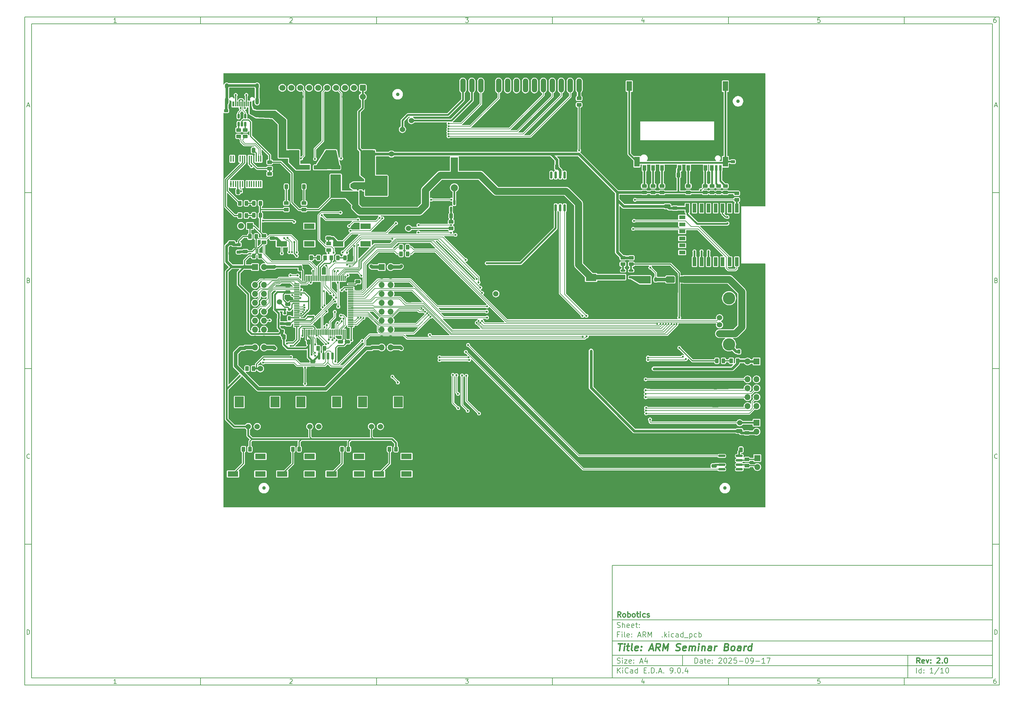
<source format=gtl>
G04 #@! TF.GenerationSoftware,KiCad,Pcbnew,9.0.4*
G04 #@! TF.CreationDate,2025-09-17T17:29:24+09:00*
G04 #@! TF.ProjectId,ARM ___ __,41524d20-38f8-4982-90f4-dc2e6b696361,2.0*
G04 #@! TF.SameCoordinates,Original*
G04 #@! TF.FileFunction,Copper,L1,Top*
G04 #@! TF.FilePolarity,Positive*
%FSLAX46Y46*%
G04 Gerber Fmt 4.6, Leading zero omitted, Abs format (unit mm)*
G04 Created by KiCad (PCBNEW 9.0.4) date 2025-09-17 17:29:24*
%MOMM*%
%LPD*%
G01*
G04 APERTURE LIST*
G04 Aperture macros list*
%AMRoundRect*
0 Rectangle with rounded corners*
0 $1 Rounding radius*
0 $2 $3 $4 $5 $6 $7 $8 $9 X,Y pos of 4 corners*
0 Add a 4 corners polygon primitive as box body*
4,1,4,$2,$3,$4,$5,$6,$7,$8,$9,$2,$3,0*
0 Add four circle primitives for the rounded corners*
1,1,$1+$1,$2,$3*
1,1,$1+$1,$4,$5*
1,1,$1+$1,$6,$7*
1,1,$1+$1,$8,$9*
0 Add four rect primitives between the rounded corners*
20,1,$1+$1,$2,$3,$4,$5,0*
20,1,$1+$1,$4,$5,$6,$7,0*
20,1,$1+$1,$6,$7,$8,$9,0*
20,1,$1+$1,$8,$9,$2,$3,0*%
%AMOutline4P*
0 Free polygon, 4 corners , with rotation*
0 The origin of the aperture is its center*
0 number of corners: always 4*
0 $1 to $8 corner X, Y*
0 $9 Rotation angle, in degrees counterclockwise*
0 create outline with 4 corners*
4,1,4,$1,$2,$3,$4,$5,$6,$7,$8,$1,$2,$9*%
G04 Aperture macros list end*
%ADD10C,0.100000*%
%ADD11C,0.150000*%
%ADD12C,0.300000*%
%ADD13C,0.400000*%
G04 #@! TA.AperFunction,Conductor*
%ADD14C,0.200000*%
G04 #@! TD*
G04 #@! TA.AperFunction,Conductor*
%ADD15C,0.100000*%
G04 #@! TD*
G04 #@! TA.AperFunction,SMDPad,CuDef*
%ADD16RoundRect,0.250000X-0.262500X-0.450000X0.262500X-0.450000X0.262500X0.450000X-0.262500X0.450000X0*%
G04 #@! TD*
G04 #@! TA.AperFunction,SMDPad,CuDef*
%ADD17RoundRect,0.243750X-0.243750X-0.456250X0.243750X-0.456250X0.243750X0.456250X-0.243750X0.456250X0*%
G04 #@! TD*
G04 #@! TA.AperFunction,SMDPad,CuDef*
%ADD18C,1.500000*%
G04 #@! TD*
G04 #@! TA.AperFunction,SMDPad,CuDef*
%ADD19RoundRect,0.243750X0.243750X0.456250X-0.243750X0.456250X-0.243750X-0.456250X0.243750X-0.456250X0*%
G04 #@! TD*
G04 #@! TA.AperFunction,ComponentPad*
%ADD20RoundRect,0.650000X0.650000X-0.650000X0.650000X0.650000X-0.650000X0.650000X-0.650000X-0.650000X0*%
G04 #@! TD*
G04 #@! TA.AperFunction,ComponentPad*
%ADD21C,2.600000*%
G04 #@! TD*
G04 #@! TA.AperFunction,SMDPad,CuDef*
%ADD22RoundRect,0.150000X0.512500X0.150000X-0.512500X0.150000X-0.512500X-0.150000X0.512500X-0.150000X0*%
G04 #@! TD*
G04 #@! TA.AperFunction,SMDPad,CuDef*
%ADD23RoundRect,0.250000X0.262500X0.450000X-0.262500X0.450000X-0.262500X-0.450000X0.262500X-0.450000X0*%
G04 #@! TD*
G04 #@! TA.AperFunction,SMDPad,CuDef*
%ADD24R,3.000000X2.000000*%
G04 #@! TD*
G04 #@! TA.AperFunction,SMDPad,CuDef*
%ADD25R,3.000000X1.524000*%
G04 #@! TD*
G04 #@! TA.AperFunction,SMDPad,CuDef*
%ADD26RoundRect,0.250000X0.475000X-0.250000X0.475000X0.250000X-0.475000X0.250000X-0.475000X-0.250000X0*%
G04 #@! TD*
G04 #@! TA.AperFunction,SMDPad,CuDef*
%ADD27RoundRect,0.250000X-0.450000X0.262500X-0.450000X-0.262500X0.450000X-0.262500X0.450000X0.262500X0*%
G04 #@! TD*
G04 #@! TA.AperFunction,SMDPad,CuDef*
%ADD28RoundRect,0.250000X-0.475000X0.250000X-0.475000X-0.250000X0.475000X-0.250000X0.475000X0.250000X0*%
G04 #@! TD*
G04 #@! TA.AperFunction,ComponentPad*
%ADD29C,1.524000*%
G04 #@! TD*
G04 #@! TA.AperFunction,ComponentPad*
%ADD30Outline4P,-1.250000X-1.500000X1.250000X-1.500000X1.250000X1.500000X-1.250000X1.500000X0.000000*%
G04 #@! TD*
G04 #@! TA.AperFunction,ComponentPad*
%ADD31C,5.600000*%
G04 #@! TD*
G04 #@! TA.AperFunction,SMDPad,CuDef*
%ADD32RoundRect,0.250000X-0.650000X0.325000X-0.650000X-0.325000X0.650000X-0.325000X0.650000X0.325000X0*%
G04 #@! TD*
G04 #@! TA.AperFunction,SMDPad,CuDef*
%ADD33RoundRect,0.150000X0.150000X-0.587500X0.150000X0.587500X-0.150000X0.587500X-0.150000X-0.587500X0*%
G04 #@! TD*
G04 #@! TA.AperFunction,SMDPad,CuDef*
%ADD34RoundRect,0.250000X-1.075000X0.375000X-1.075000X-0.375000X1.075000X-0.375000X1.075000X0.375000X0*%
G04 #@! TD*
G04 #@! TA.AperFunction,SMDPad,CuDef*
%ADD35RoundRect,0.250000X0.250000X0.475000X-0.250000X0.475000X-0.250000X-0.475000X0.250000X-0.475000X0*%
G04 #@! TD*
G04 #@! TA.AperFunction,SMDPad,CuDef*
%ADD36RoundRect,0.150000X0.150000X-0.825000X0.150000X0.825000X-0.150000X0.825000X-0.150000X-0.825000X0*%
G04 #@! TD*
G04 #@! TA.AperFunction,ComponentPad*
%ADD37C,1.600000*%
G04 #@! TD*
G04 #@! TA.AperFunction,SMDPad,CuDef*
%ADD38RoundRect,0.250000X0.650000X-0.325000X0.650000X0.325000X-0.650000X0.325000X-0.650000X-0.325000X0*%
G04 #@! TD*
G04 #@! TA.AperFunction,ComponentPad*
%ADD39O,1.501140X4.000500*%
G04 #@! TD*
G04 #@! TA.AperFunction,ComponentPad*
%ADD40RoundRect,0.250000X-0.600000X0.600000X-0.600000X-0.600000X0.600000X-0.600000X0.600000X0.600000X0*%
G04 #@! TD*
G04 #@! TA.AperFunction,ComponentPad*
%ADD41C,1.700000*%
G04 #@! TD*
G04 #@! TA.AperFunction,ComponentPad*
%ADD42R,1.700000X1.700000*%
G04 #@! TD*
G04 #@! TA.AperFunction,ComponentPad*
%ADD43O,1.700000X1.700000*%
G04 #@! TD*
G04 #@! TA.AperFunction,SMDPad,CuDef*
%ADD44RoundRect,0.218750X-0.381250X0.218750X-0.381250X-0.218750X0.381250X-0.218750X0.381250X0.218750X0*%
G04 #@! TD*
G04 #@! TA.AperFunction,SMDPad,CuDef*
%ADD45RoundRect,0.150000X-0.825000X-0.150000X0.825000X-0.150000X0.825000X0.150000X-0.825000X0.150000X0*%
G04 #@! TD*
G04 #@! TA.AperFunction,SMDPad,CuDef*
%ADD46RoundRect,0.250000X-0.250000X-0.475000X0.250000X-0.475000X0.250000X0.475000X-0.250000X0.475000X0*%
G04 #@! TD*
G04 #@! TA.AperFunction,SMDPad,CuDef*
%ADD47R,1.000000X2.500000*%
G04 #@! TD*
G04 #@! TA.AperFunction,SMDPad,CuDef*
%ADD48R,1.800000X1.000000*%
G04 #@! TD*
G04 #@! TA.AperFunction,SMDPad,CuDef*
%ADD49C,1.000000*%
G04 #@! TD*
G04 #@! TA.AperFunction,SMDPad,CuDef*
%ADD50RoundRect,0.250000X-0.850000X-0.350000X0.850000X-0.350000X0.850000X0.350000X-0.850000X0.350000X0*%
G04 #@! TD*
G04 #@! TA.AperFunction,SMDPad,CuDef*
%ADD51RoundRect,0.250000X-1.275000X-1.125000X1.275000X-1.125000X1.275000X1.125000X-1.275000X1.125000X0*%
G04 #@! TD*
G04 #@! TA.AperFunction,SMDPad,CuDef*
%ADD52RoundRect,0.249997X-2.950003X-2.650003X2.950003X-2.650003X2.950003X2.650003X-2.950003X2.650003X0*%
G04 #@! TD*
G04 #@! TA.AperFunction,SMDPad,CuDef*
%ADD53RoundRect,0.150000X-0.150000X0.512500X-0.150000X-0.512500X0.150000X-0.512500X0.150000X0.512500X0*%
G04 #@! TD*
G04 #@! TA.AperFunction,SMDPad,CuDef*
%ADD54RoundRect,0.218750X-0.218750X-0.381250X0.218750X-0.381250X0.218750X0.381250X-0.218750X0.381250X0*%
G04 #@! TD*
G04 #@! TA.AperFunction,BGAPad,CuDef*
%ADD55C,0.250000*%
G04 #@! TD*
G04 #@! TA.AperFunction,SMDPad,CuDef*
%ADD56RoundRect,0.075000X-0.725000X-0.075000X0.725000X-0.075000X0.725000X0.075000X-0.725000X0.075000X0*%
G04 #@! TD*
G04 #@! TA.AperFunction,SMDPad,CuDef*
%ADD57RoundRect,0.075000X-0.075000X-0.725000X0.075000X-0.725000X0.075000X0.725000X-0.075000X0.725000X0*%
G04 #@! TD*
G04 #@! TA.AperFunction,SMDPad,CuDef*
%ADD58RoundRect,0.250000X0.450000X-0.262500X0.450000X0.262500X-0.450000X0.262500X-0.450000X-0.262500X0*%
G04 #@! TD*
G04 #@! TA.AperFunction,SMDPad,CuDef*
%ADD59RoundRect,0.218750X0.218750X0.381250X-0.218750X0.381250X-0.218750X-0.381250X0.218750X-0.381250X0*%
G04 #@! TD*
G04 #@! TA.AperFunction,SMDPad,CuDef*
%ADD60R,0.450000X1.750000*%
G04 #@! TD*
G04 #@! TA.AperFunction,SMDPad,CuDef*
%ADD61RoundRect,0.175000X-0.225000X-0.175000X0.225000X-0.175000X0.225000X0.175000X-0.225000X0.175000X0*%
G04 #@! TD*
G04 #@! TA.AperFunction,SMDPad,CuDef*
%ADD62RoundRect,0.250000X1.000000X0.650000X-1.000000X0.650000X-1.000000X-0.650000X1.000000X-0.650000X0*%
G04 #@! TD*
G04 #@! TA.AperFunction,ComponentPad*
%ADD63R,2.000000X2.000000*%
G04 #@! TD*
G04 #@! TA.AperFunction,ComponentPad*
%ADD64C,2.000000*%
G04 #@! TD*
G04 #@! TA.AperFunction,SMDPad,CuDef*
%ADD65RoundRect,0.150000X-0.150000X0.875000X-0.150000X-0.875000X0.150000X-0.875000X0.150000X0.875000X0*%
G04 #@! TD*
G04 #@! TA.AperFunction,SMDPad,CuDef*
%ADD66RoundRect,0.218750X0.381250X-0.218750X0.381250X0.218750X-0.381250X0.218750X-0.381250X-0.218750X0*%
G04 #@! TD*
G04 #@! TA.AperFunction,ComponentPad*
%ADD67RoundRect,0.250000X0.512000X-0.512000X0.512000X0.512000X-0.512000X0.512000X-0.512000X-0.512000X0*%
G04 #@! TD*
G04 #@! TA.AperFunction,ComponentPad*
%ADD68C,3.500000*%
G04 #@! TD*
G04 #@! TA.AperFunction,SMDPad,CuDef*
%ADD69R,0.600000X1.450000*%
G04 #@! TD*
G04 #@! TA.AperFunction,SMDPad,CuDef*
%ADD70R,0.300000X1.450000*%
G04 #@! TD*
G04 #@! TA.AperFunction,HeatsinkPad*
%ADD71O,1.000000X2.100000*%
G04 #@! TD*
G04 #@! TA.AperFunction,HeatsinkPad*
%ADD72O,1.000000X1.600000*%
G04 #@! TD*
G04 #@! TA.AperFunction,SMDPad,CuDef*
%ADD73R,1.000000X1.500000*%
G04 #@! TD*
G04 #@! TA.AperFunction,SMDPad,CuDef*
%ADD74R,0.700000X1.500000*%
G04 #@! TD*
G04 #@! TA.AperFunction,SMDPad,CuDef*
%ADD75R,1.500000X2.800000*%
G04 #@! TD*
G04 #@! TA.AperFunction,ViaPad*
%ADD76C,0.600000*%
G04 #@! TD*
G04 #@! TA.AperFunction,Conductor*
%ADD77C,1.000000*%
G04 #@! TD*
G04 #@! TA.AperFunction,Conductor*
%ADD78C,0.300000*%
G04 #@! TD*
G04 #@! TA.AperFunction,Conductor*
%ADD79C,0.500000*%
G04 #@! TD*
G04 #@! TA.AperFunction,Conductor*
%ADD80C,0.800000*%
G04 #@! TD*
G04 #@! TA.AperFunction,Conductor*
%ADD81C,2.000000*%
G04 #@! TD*
G04 APERTURE END LIST*
D10*
D11*
X177002200Y-166007200D02*
X285002200Y-166007200D01*
X285002200Y-198007200D01*
X177002200Y-198007200D01*
X177002200Y-166007200D01*
D10*
D11*
X10000000Y-10000000D02*
X287002200Y-10000000D01*
X287002200Y-200007200D01*
X10000000Y-200007200D01*
X10000000Y-10000000D01*
D10*
D11*
X12000000Y-12000000D02*
X285002200Y-12000000D01*
X285002200Y-198007200D01*
X12000000Y-198007200D01*
X12000000Y-12000000D01*
D10*
D11*
X60000000Y-12000000D02*
X60000000Y-10000000D01*
D10*
D11*
X110000000Y-12000000D02*
X110000000Y-10000000D01*
D10*
D11*
X160000000Y-12000000D02*
X160000000Y-10000000D01*
D10*
D11*
X210000000Y-12000000D02*
X210000000Y-10000000D01*
D10*
D11*
X260000000Y-12000000D02*
X260000000Y-10000000D01*
D10*
D11*
X36089160Y-11593604D02*
X35346303Y-11593604D01*
X35717731Y-11593604D02*
X35717731Y-10293604D01*
X35717731Y-10293604D02*
X35593922Y-10479319D01*
X35593922Y-10479319D02*
X35470112Y-10603128D01*
X35470112Y-10603128D02*
X35346303Y-10665033D01*
D10*
D11*
X85346303Y-10417414D02*
X85408207Y-10355509D01*
X85408207Y-10355509D02*
X85532017Y-10293604D01*
X85532017Y-10293604D02*
X85841541Y-10293604D01*
X85841541Y-10293604D02*
X85965350Y-10355509D01*
X85965350Y-10355509D02*
X86027255Y-10417414D01*
X86027255Y-10417414D02*
X86089160Y-10541223D01*
X86089160Y-10541223D02*
X86089160Y-10665033D01*
X86089160Y-10665033D02*
X86027255Y-10850747D01*
X86027255Y-10850747D02*
X85284398Y-11593604D01*
X85284398Y-11593604D02*
X86089160Y-11593604D01*
D10*
D11*
X135284398Y-10293604D02*
X136089160Y-10293604D01*
X136089160Y-10293604D02*
X135655826Y-10788842D01*
X135655826Y-10788842D02*
X135841541Y-10788842D01*
X135841541Y-10788842D02*
X135965350Y-10850747D01*
X135965350Y-10850747D02*
X136027255Y-10912652D01*
X136027255Y-10912652D02*
X136089160Y-11036461D01*
X136089160Y-11036461D02*
X136089160Y-11345985D01*
X136089160Y-11345985D02*
X136027255Y-11469795D01*
X136027255Y-11469795D02*
X135965350Y-11531700D01*
X135965350Y-11531700D02*
X135841541Y-11593604D01*
X135841541Y-11593604D02*
X135470112Y-11593604D01*
X135470112Y-11593604D02*
X135346303Y-11531700D01*
X135346303Y-11531700D02*
X135284398Y-11469795D01*
D10*
D11*
X185965350Y-10726938D02*
X185965350Y-11593604D01*
X185655826Y-10231700D02*
X185346303Y-11160271D01*
X185346303Y-11160271D02*
X186151064Y-11160271D01*
D10*
D11*
X236027255Y-10293604D02*
X235408207Y-10293604D01*
X235408207Y-10293604D02*
X235346303Y-10912652D01*
X235346303Y-10912652D02*
X235408207Y-10850747D01*
X235408207Y-10850747D02*
X235532017Y-10788842D01*
X235532017Y-10788842D02*
X235841541Y-10788842D01*
X235841541Y-10788842D02*
X235965350Y-10850747D01*
X235965350Y-10850747D02*
X236027255Y-10912652D01*
X236027255Y-10912652D02*
X236089160Y-11036461D01*
X236089160Y-11036461D02*
X236089160Y-11345985D01*
X236089160Y-11345985D02*
X236027255Y-11469795D01*
X236027255Y-11469795D02*
X235965350Y-11531700D01*
X235965350Y-11531700D02*
X235841541Y-11593604D01*
X235841541Y-11593604D02*
X235532017Y-11593604D01*
X235532017Y-11593604D02*
X235408207Y-11531700D01*
X235408207Y-11531700D02*
X235346303Y-11469795D01*
D10*
D11*
X285965350Y-10293604D02*
X285717731Y-10293604D01*
X285717731Y-10293604D02*
X285593922Y-10355509D01*
X285593922Y-10355509D02*
X285532017Y-10417414D01*
X285532017Y-10417414D02*
X285408207Y-10603128D01*
X285408207Y-10603128D02*
X285346303Y-10850747D01*
X285346303Y-10850747D02*
X285346303Y-11345985D01*
X285346303Y-11345985D02*
X285408207Y-11469795D01*
X285408207Y-11469795D02*
X285470112Y-11531700D01*
X285470112Y-11531700D02*
X285593922Y-11593604D01*
X285593922Y-11593604D02*
X285841541Y-11593604D01*
X285841541Y-11593604D02*
X285965350Y-11531700D01*
X285965350Y-11531700D02*
X286027255Y-11469795D01*
X286027255Y-11469795D02*
X286089160Y-11345985D01*
X286089160Y-11345985D02*
X286089160Y-11036461D01*
X286089160Y-11036461D02*
X286027255Y-10912652D01*
X286027255Y-10912652D02*
X285965350Y-10850747D01*
X285965350Y-10850747D02*
X285841541Y-10788842D01*
X285841541Y-10788842D02*
X285593922Y-10788842D01*
X285593922Y-10788842D02*
X285470112Y-10850747D01*
X285470112Y-10850747D02*
X285408207Y-10912652D01*
X285408207Y-10912652D02*
X285346303Y-11036461D01*
D10*
D11*
X60000000Y-198007200D02*
X60000000Y-200007200D01*
D10*
D11*
X110000000Y-198007200D02*
X110000000Y-200007200D01*
D10*
D11*
X160000000Y-198007200D02*
X160000000Y-200007200D01*
D10*
D11*
X210000000Y-198007200D02*
X210000000Y-200007200D01*
D10*
D11*
X260000000Y-198007200D02*
X260000000Y-200007200D01*
D10*
D11*
X36089160Y-199600804D02*
X35346303Y-199600804D01*
X35717731Y-199600804D02*
X35717731Y-198300804D01*
X35717731Y-198300804D02*
X35593922Y-198486519D01*
X35593922Y-198486519D02*
X35470112Y-198610328D01*
X35470112Y-198610328D02*
X35346303Y-198672233D01*
D10*
D11*
X85346303Y-198424614D02*
X85408207Y-198362709D01*
X85408207Y-198362709D02*
X85532017Y-198300804D01*
X85532017Y-198300804D02*
X85841541Y-198300804D01*
X85841541Y-198300804D02*
X85965350Y-198362709D01*
X85965350Y-198362709D02*
X86027255Y-198424614D01*
X86027255Y-198424614D02*
X86089160Y-198548423D01*
X86089160Y-198548423D02*
X86089160Y-198672233D01*
X86089160Y-198672233D02*
X86027255Y-198857947D01*
X86027255Y-198857947D02*
X85284398Y-199600804D01*
X85284398Y-199600804D02*
X86089160Y-199600804D01*
D10*
D11*
X135284398Y-198300804D02*
X136089160Y-198300804D01*
X136089160Y-198300804D02*
X135655826Y-198796042D01*
X135655826Y-198796042D02*
X135841541Y-198796042D01*
X135841541Y-198796042D02*
X135965350Y-198857947D01*
X135965350Y-198857947D02*
X136027255Y-198919852D01*
X136027255Y-198919852D02*
X136089160Y-199043661D01*
X136089160Y-199043661D02*
X136089160Y-199353185D01*
X136089160Y-199353185D02*
X136027255Y-199476995D01*
X136027255Y-199476995D02*
X135965350Y-199538900D01*
X135965350Y-199538900D02*
X135841541Y-199600804D01*
X135841541Y-199600804D02*
X135470112Y-199600804D01*
X135470112Y-199600804D02*
X135346303Y-199538900D01*
X135346303Y-199538900D02*
X135284398Y-199476995D01*
D10*
D11*
X185965350Y-198734138D02*
X185965350Y-199600804D01*
X185655826Y-198238900D02*
X185346303Y-199167471D01*
X185346303Y-199167471D02*
X186151064Y-199167471D01*
D10*
D11*
X236027255Y-198300804D02*
X235408207Y-198300804D01*
X235408207Y-198300804D02*
X235346303Y-198919852D01*
X235346303Y-198919852D02*
X235408207Y-198857947D01*
X235408207Y-198857947D02*
X235532017Y-198796042D01*
X235532017Y-198796042D02*
X235841541Y-198796042D01*
X235841541Y-198796042D02*
X235965350Y-198857947D01*
X235965350Y-198857947D02*
X236027255Y-198919852D01*
X236027255Y-198919852D02*
X236089160Y-199043661D01*
X236089160Y-199043661D02*
X236089160Y-199353185D01*
X236089160Y-199353185D02*
X236027255Y-199476995D01*
X236027255Y-199476995D02*
X235965350Y-199538900D01*
X235965350Y-199538900D02*
X235841541Y-199600804D01*
X235841541Y-199600804D02*
X235532017Y-199600804D01*
X235532017Y-199600804D02*
X235408207Y-199538900D01*
X235408207Y-199538900D02*
X235346303Y-199476995D01*
D10*
D11*
X285965350Y-198300804D02*
X285717731Y-198300804D01*
X285717731Y-198300804D02*
X285593922Y-198362709D01*
X285593922Y-198362709D02*
X285532017Y-198424614D01*
X285532017Y-198424614D02*
X285408207Y-198610328D01*
X285408207Y-198610328D02*
X285346303Y-198857947D01*
X285346303Y-198857947D02*
X285346303Y-199353185D01*
X285346303Y-199353185D02*
X285408207Y-199476995D01*
X285408207Y-199476995D02*
X285470112Y-199538900D01*
X285470112Y-199538900D02*
X285593922Y-199600804D01*
X285593922Y-199600804D02*
X285841541Y-199600804D01*
X285841541Y-199600804D02*
X285965350Y-199538900D01*
X285965350Y-199538900D02*
X286027255Y-199476995D01*
X286027255Y-199476995D02*
X286089160Y-199353185D01*
X286089160Y-199353185D02*
X286089160Y-199043661D01*
X286089160Y-199043661D02*
X286027255Y-198919852D01*
X286027255Y-198919852D02*
X285965350Y-198857947D01*
X285965350Y-198857947D02*
X285841541Y-198796042D01*
X285841541Y-198796042D02*
X285593922Y-198796042D01*
X285593922Y-198796042D02*
X285470112Y-198857947D01*
X285470112Y-198857947D02*
X285408207Y-198919852D01*
X285408207Y-198919852D02*
X285346303Y-199043661D01*
D10*
D11*
X10000000Y-60000000D02*
X12000000Y-60000000D01*
D10*
D11*
X10000000Y-110000000D02*
X12000000Y-110000000D01*
D10*
D11*
X10000000Y-160000000D02*
X12000000Y-160000000D01*
D10*
D11*
X10690476Y-35222176D02*
X11309523Y-35222176D01*
X10566666Y-35593604D02*
X10999999Y-34293604D01*
X10999999Y-34293604D02*
X11433333Y-35593604D01*
D10*
D11*
X11092857Y-84912652D02*
X11278571Y-84974557D01*
X11278571Y-84974557D02*
X11340476Y-85036461D01*
X11340476Y-85036461D02*
X11402380Y-85160271D01*
X11402380Y-85160271D02*
X11402380Y-85345985D01*
X11402380Y-85345985D02*
X11340476Y-85469795D01*
X11340476Y-85469795D02*
X11278571Y-85531700D01*
X11278571Y-85531700D02*
X11154761Y-85593604D01*
X11154761Y-85593604D02*
X10659523Y-85593604D01*
X10659523Y-85593604D02*
X10659523Y-84293604D01*
X10659523Y-84293604D02*
X11092857Y-84293604D01*
X11092857Y-84293604D02*
X11216666Y-84355509D01*
X11216666Y-84355509D02*
X11278571Y-84417414D01*
X11278571Y-84417414D02*
X11340476Y-84541223D01*
X11340476Y-84541223D02*
X11340476Y-84665033D01*
X11340476Y-84665033D02*
X11278571Y-84788842D01*
X11278571Y-84788842D02*
X11216666Y-84850747D01*
X11216666Y-84850747D02*
X11092857Y-84912652D01*
X11092857Y-84912652D02*
X10659523Y-84912652D01*
D10*
D11*
X11402380Y-135469795D02*
X11340476Y-135531700D01*
X11340476Y-135531700D02*
X11154761Y-135593604D01*
X11154761Y-135593604D02*
X11030952Y-135593604D01*
X11030952Y-135593604D02*
X10845238Y-135531700D01*
X10845238Y-135531700D02*
X10721428Y-135407890D01*
X10721428Y-135407890D02*
X10659523Y-135284080D01*
X10659523Y-135284080D02*
X10597619Y-135036461D01*
X10597619Y-135036461D02*
X10597619Y-134850747D01*
X10597619Y-134850747D02*
X10659523Y-134603128D01*
X10659523Y-134603128D02*
X10721428Y-134479319D01*
X10721428Y-134479319D02*
X10845238Y-134355509D01*
X10845238Y-134355509D02*
X11030952Y-134293604D01*
X11030952Y-134293604D02*
X11154761Y-134293604D01*
X11154761Y-134293604D02*
X11340476Y-134355509D01*
X11340476Y-134355509D02*
X11402380Y-134417414D01*
D10*
D11*
X10659523Y-185593604D02*
X10659523Y-184293604D01*
X10659523Y-184293604D02*
X10969047Y-184293604D01*
X10969047Y-184293604D02*
X11154761Y-184355509D01*
X11154761Y-184355509D02*
X11278571Y-184479319D01*
X11278571Y-184479319D02*
X11340476Y-184603128D01*
X11340476Y-184603128D02*
X11402380Y-184850747D01*
X11402380Y-184850747D02*
X11402380Y-185036461D01*
X11402380Y-185036461D02*
X11340476Y-185284080D01*
X11340476Y-185284080D02*
X11278571Y-185407890D01*
X11278571Y-185407890D02*
X11154761Y-185531700D01*
X11154761Y-185531700D02*
X10969047Y-185593604D01*
X10969047Y-185593604D02*
X10659523Y-185593604D01*
D10*
D11*
X287002200Y-60000000D02*
X285002200Y-60000000D01*
D10*
D11*
X287002200Y-110000000D02*
X285002200Y-110000000D01*
D10*
D11*
X287002200Y-160000000D02*
X285002200Y-160000000D01*
D10*
D11*
X285692676Y-35222176D02*
X286311723Y-35222176D01*
X285568866Y-35593604D02*
X286002199Y-34293604D01*
X286002199Y-34293604D02*
X286435533Y-35593604D01*
D10*
D11*
X286095057Y-84912652D02*
X286280771Y-84974557D01*
X286280771Y-84974557D02*
X286342676Y-85036461D01*
X286342676Y-85036461D02*
X286404580Y-85160271D01*
X286404580Y-85160271D02*
X286404580Y-85345985D01*
X286404580Y-85345985D02*
X286342676Y-85469795D01*
X286342676Y-85469795D02*
X286280771Y-85531700D01*
X286280771Y-85531700D02*
X286156961Y-85593604D01*
X286156961Y-85593604D02*
X285661723Y-85593604D01*
X285661723Y-85593604D02*
X285661723Y-84293604D01*
X285661723Y-84293604D02*
X286095057Y-84293604D01*
X286095057Y-84293604D02*
X286218866Y-84355509D01*
X286218866Y-84355509D02*
X286280771Y-84417414D01*
X286280771Y-84417414D02*
X286342676Y-84541223D01*
X286342676Y-84541223D02*
X286342676Y-84665033D01*
X286342676Y-84665033D02*
X286280771Y-84788842D01*
X286280771Y-84788842D02*
X286218866Y-84850747D01*
X286218866Y-84850747D02*
X286095057Y-84912652D01*
X286095057Y-84912652D02*
X285661723Y-84912652D01*
D10*
D11*
X286404580Y-135469795D02*
X286342676Y-135531700D01*
X286342676Y-135531700D02*
X286156961Y-135593604D01*
X286156961Y-135593604D02*
X286033152Y-135593604D01*
X286033152Y-135593604D02*
X285847438Y-135531700D01*
X285847438Y-135531700D02*
X285723628Y-135407890D01*
X285723628Y-135407890D02*
X285661723Y-135284080D01*
X285661723Y-135284080D02*
X285599819Y-135036461D01*
X285599819Y-135036461D02*
X285599819Y-134850747D01*
X285599819Y-134850747D02*
X285661723Y-134603128D01*
X285661723Y-134603128D02*
X285723628Y-134479319D01*
X285723628Y-134479319D02*
X285847438Y-134355509D01*
X285847438Y-134355509D02*
X286033152Y-134293604D01*
X286033152Y-134293604D02*
X286156961Y-134293604D01*
X286156961Y-134293604D02*
X286342676Y-134355509D01*
X286342676Y-134355509D02*
X286404580Y-134417414D01*
D10*
D11*
X285661723Y-185593604D02*
X285661723Y-184293604D01*
X285661723Y-184293604D02*
X285971247Y-184293604D01*
X285971247Y-184293604D02*
X286156961Y-184355509D01*
X286156961Y-184355509D02*
X286280771Y-184479319D01*
X286280771Y-184479319D02*
X286342676Y-184603128D01*
X286342676Y-184603128D02*
X286404580Y-184850747D01*
X286404580Y-184850747D02*
X286404580Y-185036461D01*
X286404580Y-185036461D02*
X286342676Y-185284080D01*
X286342676Y-185284080D02*
X286280771Y-185407890D01*
X286280771Y-185407890D02*
X286156961Y-185531700D01*
X286156961Y-185531700D02*
X285971247Y-185593604D01*
X285971247Y-185593604D02*
X285661723Y-185593604D01*
D10*
D11*
X200458026Y-193793328D02*
X200458026Y-192293328D01*
X200458026Y-192293328D02*
X200815169Y-192293328D01*
X200815169Y-192293328D02*
X201029455Y-192364757D01*
X201029455Y-192364757D02*
X201172312Y-192507614D01*
X201172312Y-192507614D02*
X201243741Y-192650471D01*
X201243741Y-192650471D02*
X201315169Y-192936185D01*
X201315169Y-192936185D02*
X201315169Y-193150471D01*
X201315169Y-193150471D02*
X201243741Y-193436185D01*
X201243741Y-193436185D02*
X201172312Y-193579042D01*
X201172312Y-193579042D02*
X201029455Y-193721900D01*
X201029455Y-193721900D02*
X200815169Y-193793328D01*
X200815169Y-193793328D02*
X200458026Y-193793328D01*
X202600884Y-193793328D02*
X202600884Y-193007614D01*
X202600884Y-193007614D02*
X202529455Y-192864757D01*
X202529455Y-192864757D02*
X202386598Y-192793328D01*
X202386598Y-192793328D02*
X202100884Y-192793328D01*
X202100884Y-192793328D02*
X201958026Y-192864757D01*
X202600884Y-193721900D02*
X202458026Y-193793328D01*
X202458026Y-193793328D02*
X202100884Y-193793328D01*
X202100884Y-193793328D02*
X201958026Y-193721900D01*
X201958026Y-193721900D02*
X201886598Y-193579042D01*
X201886598Y-193579042D02*
X201886598Y-193436185D01*
X201886598Y-193436185D02*
X201958026Y-193293328D01*
X201958026Y-193293328D02*
X202100884Y-193221900D01*
X202100884Y-193221900D02*
X202458026Y-193221900D01*
X202458026Y-193221900D02*
X202600884Y-193150471D01*
X203100884Y-192793328D02*
X203672312Y-192793328D01*
X203315169Y-192293328D02*
X203315169Y-193579042D01*
X203315169Y-193579042D02*
X203386598Y-193721900D01*
X203386598Y-193721900D02*
X203529455Y-193793328D01*
X203529455Y-193793328D02*
X203672312Y-193793328D01*
X204743741Y-193721900D02*
X204600884Y-193793328D01*
X204600884Y-193793328D02*
X204315170Y-193793328D01*
X204315170Y-193793328D02*
X204172312Y-193721900D01*
X204172312Y-193721900D02*
X204100884Y-193579042D01*
X204100884Y-193579042D02*
X204100884Y-193007614D01*
X204100884Y-193007614D02*
X204172312Y-192864757D01*
X204172312Y-192864757D02*
X204315170Y-192793328D01*
X204315170Y-192793328D02*
X204600884Y-192793328D01*
X204600884Y-192793328D02*
X204743741Y-192864757D01*
X204743741Y-192864757D02*
X204815170Y-193007614D01*
X204815170Y-193007614D02*
X204815170Y-193150471D01*
X204815170Y-193150471D02*
X204100884Y-193293328D01*
X205458026Y-193650471D02*
X205529455Y-193721900D01*
X205529455Y-193721900D02*
X205458026Y-193793328D01*
X205458026Y-193793328D02*
X205386598Y-193721900D01*
X205386598Y-193721900D02*
X205458026Y-193650471D01*
X205458026Y-193650471D02*
X205458026Y-193793328D01*
X205458026Y-192864757D02*
X205529455Y-192936185D01*
X205529455Y-192936185D02*
X205458026Y-193007614D01*
X205458026Y-193007614D02*
X205386598Y-192936185D01*
X205386598Y-192936185D02*
X205458026Y-192864757D01*
X205458026Y-192864757D02*
X205458026Y-193007614D01*
X207243741Y-192436185D02*
X207315169Y-192364757D01*
X207315169Y-192364757D02*
X207458027Y-192293328D01*
X207458027Y-192293328D02*
X207815169Y-192293328D01*
X207815169Y-192293328D02*
X207958027Y-192364757D01*
X207958027Y-192364757D02*
X208029455Y-192436185D01*
X208029455Y-192436185D02*
X208100884Y-192579042D01*
X208100884Y-192579042D02*
X208100884Y-192721900D01*
X208100884Y-192721900D02*
X208029455Y-192936185D01*
X208029455Y-192936185D02*
X207172312Y-193793328D01*
X207172312Y-193793328D02*
X208100884Y-193793328D01*
X209029455Y-192293328D02*
X209172312Y-192293328D01*
X209172312Y-192293328D02*
X209315169Y-192364757D01*
X209315169Y-192364757D02*
X209386598Y-192436185D01*
X209386598Y-192436185D02*
X209458026Y-192579042D01*
X209458026Y-192579042D02*
X209529455Y-192864757D01*
X209529455Y-192864757D02*
X209529455Y-193221900D01*
X209529455Y-193221900D02*
X209458026Y-193507614D01*
X209458026Y-193507614D02*
X209386598Y-193650471D01*
X209386598Y-193650471D02*
X209315169Y-193721900D01*
X209315169Y-193721900D02*
X209172312Y-193793328D01*
X209172312Y-193793328D02*
X209029455Y-193793328D01*
X209029455Y-193793328D02*
X208886598Y-193721900D01*
X208886598Y-193721900D02*
X208815169Y-193650471D01*
X208815169Y-193650471D02*
X208743740Y-193507614D01*
X208743740Y-193507614D02*
X208672312Y-193221900D01*
X208672312Y-193221900D02*
X208672312Y-192864757D01*
X208672312Y-192864757D02*
X208743740Y-192579042D01*
X208743740Y-192579042D02*
X208815169Y-192436185D01*
X208815169Y-192436185D02*
X208886598Y-192364757D01*
X208886598Y-192364757D02*
X209029455Y-192293328D01*
X210100883Y-192436185D02*
X210172311Y-192364757D01*
X210172311Y-192364757D02*
X210315169Y-192293328D01*
X210315169Y-192293328D02*
X210672311Y-192293328D01*
X210672311Y-192293328D02*
X210815169Y-192364757D01*
X210815169Y-192364757D02*
X210886597Y-192436185D01*
X210886597Y-192436185D02*
X210958026Y-192579042D01*
X210958026Y-192579042D02*
X210958026Y-192721900D01*
X210958026Y-192721900D02*
X210886597Y-192936185D01*
X210886597Y-192936185D02*
X210029454Y-193793328D01*
X210029454Y-193793328D02*
X210958026Y-193793328D01*
X212315168Y-192293328D02*
X211600882Y-192293328D01*
X211600882Y-192293328D02*
X211529454Y-193007614D01*
X211529454Y-193007614D02*
X211600882Y-192936185D01*
X211600882Y-192936185D02*
X211743740Y-192864757D01*
X211743740Y-192864757D02*
X212100882Y-192864757D01*
X212100882Y-192864757D02*
X212243740Y-192936185D01*
X212243740Y-192936185D02*
X212315168Y-193007614D01*
X212315168Y-193007614D02*
X212386597Y-193150471D01*
X212386597Y-193150471D02*
X212386597Y-193507614D01*
X212386597Y-193507614D02*
X212315168Y-193650471D01*
X212315168Y-193650471D02*
X212243740Y-193721900D01*
X212243740Y-193721900D02*
X212100882Y-193793328D01*
X212100882Y-193793328D02*
X211743740Y-193793328D01*
X211743740Y-193793328D02*
X211600882Y-193721900D01*
X211600882Y-193721900D02*
X211529454Y-193650471D01*
X213029453Y-193221900D02*
X214172311Y-193221900D01*
X215172311Y-192293328D02*
X215315168Y-192293328D01*
X215315168Y-192293328D02*
X215458025Y-192364757D01*
X215458025Y-192364757D02*
X215529454Y-192436185D01*
X215529454Y-192436185D02*
X215600882Y-192579042D01*
X215600882Y-192579042D02*
X215672311Y-192864757D01*
X215672311Y-192864757D02*
X215672311Y-193221900D01*
X215672311Y-193221900D02*
X215600882Y-193507614D01*
X215600882Y-193507614D02*
X215529454Y-193650471D01*
X215529454Y-193650471D02*
X215458025Y-193721900D01*
X215458025Y-193721900D02*
X215315168Y-193793328D01*
X215315168Y-193793328D02*
X215172311Y-193793328D01*
X215172311Y-193793328D02*
X215029454Y-193721900D01*
X215029454Y-193721900D02*
X214958025Y-193650471D01*
X214958025Y-193650471D02*
X214886596Y-193507614D01*
X214886596Y-193507614D02*
X214815168Y-193221900D01*
X214815168Y-193221900D02*
X214815168Y-192864757D01*
X214815168Y-192864757D02*
X214886596Y-192579042D01*
X214886596Y-192579042D02*
X214958025Y-192436185D01*
X214958025Y-192436185D02*
X215029454Y-192364757D01*
X215029454Y-192364757D02*
X215172311Y-192293328D01*
X216386596Y-193793328D02*
X216672310Y-193793328D01*
X216672310Y-193793328D02*
X216815167Y-193721900D01*
X216815167Y-193721900D02*
X216886596Y-193650471D01*
X216886596Y-193650471D02*
X217029453Y-193436185D01*
X217029453Y-193436185D02*
X217100882Y-193150471D01*
X217100882Y-193150471D02*
X217100882Y-192579042D01*
X217100882Y-192579042D02*
X217029453Y-192436185D01*
X217029453Y-192436185D02*
X216958025Y-192364757D01*
X216958025Y-192364757D02*
X216815167Y-192293328D01*
X216815167Y-192293328D02*
X216529453Y-192293328D01*
X216529453Y-192293328D02*
X216386596Y-192364757D01*
X216386596Y-192364757D02*
X216315167Y-192436185D01*
X216315167Y-192436185D02*
X216243739Y-192579042D01*
X216243739Y-192579042D02*
X216243739Y-192936185D01*
X216243739Y-192936185D02*
X216315167Y-193079042D01*
X216315167Y-193079042D02*
X216386596Y-193150471D01*
X216386596Y-193150471D02*
X216529453Y-193221900D01*
X216529453Y-193221900D02*
X216815167Y-193221900D01*
X216815167Y-193221900D02*
X216958025Y-193150471D01*
X216958025Y-193150471D02*
X217029453Y-193079042D01*
X217029453Y-193079042D02*
X217100882Y-192936185D01*
X217743738Y-193221900D02*
X218886596Y-193221900D01*
X220386596Y-193793328D02*
X219529453Y-193793328D01*
X219958024Y-193793328D02*
X219958024Y-192293328D01*
X219958024Y-192293328D02*
X219815167Y-192507614D01*
X219815167Y-192507614D02*
X219672310Y-192650471D01*
X219672310Y-192650471D02*
X219529453Y-192721900D01*
X220886595Y-192293328D02*
X221886595Y-192293328D01*
X221886595Y-192293328D02*
X221243738Y-193793328D01*
D10*
D11*
X177002200Y-194507200D02*
X285002200Y-194507200D01*
D10*
D11*
X178458026Y-196593328D02*
X178458026Y-195093328D01*
X179315169Y-196593328D02*
X178672312Y-195736185D01*
X179315169Y-195093328D02*
X178458026Y-195950471D01*
X179958026Y-196593328D02*
X179958026Y-195593328D01*
X179958026Y-195093328D02*
X179886598Y-195164757D01*
X179886598Y-195164757D02*
X179958026Y-195236185D01*
X179958026Y-195236185D02*
X180029455Y-195164757D01*
X180029455Y-195164757D02*
X179958026Y-195093328D01*
X179958026Y-195093328D02*
X179958026Y-195236185D01*
X181529455Y-196450471D02*
X181458027Y-196521900D01*
X181458027Y-196521900D02*
X181243741Y-196593328D01*
X181243741Y-196593328D02*
X181100884Y-196593328D01*
X181100884Y-196593328D02*
X180886598Y-196521900D01*
X180886598Y-196521900D02*
X180743741Y-196379042D01*
X180743741Y-196379042D02*
X180672312Y-196236185D01*
X180672312Y-196236185D02*
X180600884Y-195950471D01*
X180600884Y-195950471D02*
X180600884Y-195736185D01*
X180600884Y-195736185D02*
X180672312Y-195450471D01*
X180672312Y-195450471D02*
X180743741Y-195307614D01*
X180743741Y-195307614D02*
X180886598Y-195164757D01*
X180886598Y-195164757D02*
X181100884Y-195093328D01*
X181100884Y-195093328D02*
X181243741Y-195093328D01*
X181243741Y-195093328D02*
X181458027Y-195164757D01*
X181458027Y-195164757D02*
X181529455Y-195236185D01*
X182815170Y-196593328D02*
X182815170Y-195807614D01*
X182815170Y-195807614D02*
X182743741Y-195664757D01*
X182743741Y-195664757D02*
X182600884Y-195593328D01*
X182600884Y-195593328D02*
X182315170Y-195593328D01*
X182315170Y-195593328D02*
X182172312Y-195664757D01*
X182815170Y-196521900D02*
X182672312Y-196593328D01*
X182672312Y-196593328D02*
X182315170Y-196593328D01*
X182315170Y-196593328D02*
X182172312Y-196521900D01*
X182172312Y-196521900D02*
X182100884Y-196379042D01*
X182100884Y-196379042D02*
X182100884Y-196236185D01*
X182100884Y-196236185D02*
X182172312Y-196093328D01*
X182172312Y-196093328D02*
X182315170Y-196021900D01*
X182315170Y-196021900D02*
X182672312Y-196021900D01*
X182672312Y-196021900D02*
X182815170Y-195950471D01*
X184172313Y-196593328D02*
X184172313Y-195093328D01*
X184172313Y-196521900D02*
X184029455Y-196593328D01*
X184029455Y-196593328D02*
X183743741Y-196593328D01*
X183743741Y-196593328D02*
X183600884Y-196521900D01*
X183600884Y-196521900D02*
X183529455Y-196450471D01*
X183529455Y-196450471D02*
X183458027Y-196307614D01*
X183458027Y-196307614D02*
X183458027Y-195879042D01*
X183458027Y-195879042D02*
X183529455Y-195736185D01*
X183529455Y-195736185D02*
X183600884Y-195664757D01*
X183600884Y-195664757D02*
X183743741Y-195593328D01*
X183743741Y-195593328D02*
X184029455Y-195593328D01*
X184029455Y-195593328D02*
X184172313Y-195664757D01*
X186029455Y-195807614D02*
X186529455Y-195807614D01*
X186743741Y-196593328D02*
X186029455Y-196593328D01*
X186029455Y-196593328D02*
X186029455Y-195093328D01*
X186029455Y-195093328D02*
X186743741Y-195093328D01*
X187386598Y-196450471D02*
X187458027Y-196521900D01*
X187458027Y-196521900D02*
X187386598Y-196593328D01*
X187386598Y-196593328D02*
X187315170Y-196521900D01*
X187315170Y-196521900D02*
X187386598Y-196450471D01*
X187386598Y-196450471D02*
X187386598Y-196593328D01*
X188100884Y-196593328D02*
X188100884Y-195093328D01*
X188100884Y-195093328D02*
X188458027Y-195093328D01*
X188458027Y-195093328D02*
X188672313Y-195164757D01*
X188672313Y-195164757D02*
X188815170Y-195307614D01*
X188815170Y-195307614D02*
X188886599Y-195450471D01*
X188886599Y-195450471D02*
X188958027Y-195736185D01*
X188958027Y-195736185D02*
X188958027Y-195950471D01*
X188958027Y-195950471D02*
X188886599Y-196236185D01*
X188886599Y-196236185D02*
X188815170Y-196379042D01*
X188815170Y-196379042D02*
X188672313Y-196521900D01*
X188672313Y-196521900D02*
X188458027Y-196593328D01*
X188458027Y-196593328D02*
X188100884Y-196593328D01*
X189600884Y-196450471D02*
X189672313Y-196521900D01*
X189672313Y-196521900D02*
X189600884Y-196593328D01*
X189600884Y-196593328D02*
X189529456Y-196521900D01*
X189529456Y-196521900D02*
X189600884Y-196450471D01*
X189600884Y-196450471D02*
X189600884Y-196593328D01*
X190243742Y-196164757D02*
X190958028Y-196164757D01*
X190100885Y-196593328D02*
X190600885Y-195093328D01*
X190600885Y-195093328D02*
X191100885Y-196593328D01*
X191600884Y-196450471D02*
X191672313Y-196521900D01*
X191672313Y-196521900D02*
X191600884Y-196593328D01*
X191600884Y-196593328D02*
X191529456Y-196521900D01*
X191529456Y-196521900D02*
X191600884Y-196450471D01*
X191600884Y-196450471D02*
X191600884Y-196593328D01*
X193529456Y-196593328D02*
X193815170Y-196593328D01*
X193815170Y-196593328D02*
X193958027Y-196521900D01*
X193958027Y-196521900D02*
X194029456Y-196450471D01*
X194029456Y-196450471D02*
X194172313Y-196236185D01*
X194172313Y-196236185D02*
X194243742Y-195950471D01*
X194243742Y-195950471D02*
X194243742Y-195379042D01*
X194243742Y-195379042D02*
X194172313Y-195236185D01*
X194172313Y-195236185D02*
X194100885Y-195164757D01*
X194100885Y-195164757D02*
X193958027Y-195093328D01*
X193958027Y-195093328D02*
X193672313Y-195093328D01*
X193672313Y-195093328D02*
X193529456Y-195164757D01*
X193529456Y-195164757D02*
X193458027Y-195236185D01*
X193458027Y-195236185D02*
X193386599Y-195379042D01*
X193386599Y-195379042D02*
X193386599Y-195736185D01*
X193386599Y-195736185D02*
X193458027Y-195879042D01*
X193458027Y-195879042D02*
X193529456Y-195950471D01*
X193529456Y-195950471D02*
X193672313Y-196021900D01*
X193672313Y-196021900D02*
X193958027Y-196021900D01*
X193958027Y-196021900D02*
X194100885Y-195950471D01*
X194100885Y-195950471D02*
X194172313Y-195879042D01*
X194172313Y-195879042D02*
X194243742Y-195736185D01*
X194886598Y-196450471D02*
X194958027Y-196521900D01*
X194958027Y-196521900D02*
X194886598Y-196593328D01*
X194886598Y-196593328D02*
X194815170Y-196521900D01*
X194815170Y-196521900D02*
X194886598Y-196450471D01*
X194886598Y-196450471D02*
X194886598Y-196593328D01*
X195886599Y-195093328D02*
X196029456Y-195093328D01*
X196029456Y-195093328D02*
X196172313Y-195164757D01*
X196172313Y-195164757D02*
X196243742Y-195236185D01*
X196243742Y-195236185D02*
X196315170Y-195379042D01*
X196315170Y-195379042D02*
X196386599Y-195664757D01*
X196386599Y-195664757D02*
X196386599Y-196021900D01*
X196386599Y-196021900D02*
X196315170Y-196307614D01*
X196315170Y-196307614D02*
X196243742Y-196450471D01*
X196243742Y-196450471D02*
X196172313Y-196521900D01*
X196172313Y-196521900D02*
X196029456Y-196593328D01*
X196029456Y-196593328D02*
X195886599Y-196593328D01*
X195886599Y-196593328D02*
X195743742Y-196521900D01*
X195743742Y-196521900D02*
X195672313Y-196450471D01*
X195672313Y-196450471D02*
X195600884Y-196307614D01*
X195600884Y-196307614D02*
X195529456Y-196021900D01*
X195529456Y-196021900D02*
X195529456Y-195664757D01*
X195529456Y-195664757D02*
X195600884Y-195379042D01*
X195600884Y-195379042D02*
X195672313Y-195236185D01*
X195672313Y-195236185D02*
X195743742Y-195164757D01*
X195743742Y-195164757D02*
X195886599Y-195093328D01*
X197029455Y-196450471D02*
X197100884Y-196521900D01*
X197100884Y-196521900D02*
X197029455Y-196593328D01*
X197029455Y-196593328D02*
X196958027Y-196521900D01*
X196958027Y-196521900D02*
X197029455Y-196450471D01*
X197029455Y-196450471D02*
X197029455Y-196593328D01*
X198386599Y-195593328D02*
X198386599Y-196593328D01*
X198029456Y-195021900D02*
X197672313Y-196093328D01*
X197672313Y-196093328D02*
X198600884Y-196093328D01*
D10*
D11*
X177002200Y-191507200D02*
X285002200Y-191507200D01*
D10*
D12*
X264413853Y-193785528D02*
X263913853Y-193071242D01*
X263556710Y-193785528D02*
X263556710Y-192285528D01*
X263556710Y-192285528D02*
X264128139Y-192285528D01*
X264128139Y-192285528D02*
X264270996Y-192356957D01*
X264270996Y-192356957D02*
X264342425Y-192428385D01*
X264342425Y-192428385D02*
X264413853Y-192571242D01*
X264413853Y-192571242D02*
X264413853Y-192785528D01*
X264413853Y-192785528D02*
X264342425Y-192928385D01*
X264342425Y-192928385D02*
X264270996Y-192999814D01*
X264270996Y-192999814D02*
X264128139Y-193071242D01*
X264128139Y-193071242D02*
X263556710Y-193071242D01*
X265628139Y-193714100D02*
X265485282Y-193785528D01*
X265485282Y-193785528D02*
X265199568Y-193785528D01*
X265199568Y-193785528D02*
X265056710Y-193714100D01*
X265056710Y-193714100D02*
X264985282Y-193571242D01*
X264985282Y-193571242D02*
X264985282Y-192999814D01*
X264985282Y-192999814D02*
X265056710Y-192856957D01*
X265056710Y-192856957D02*
X265199568Y-192785528D01*
X265199568Y-192785528D02*
X265485282Y-192785528D01*
X265485282Y-192785528D02*
X265628139Y-192856957D01*
X265628139Y-192856957D02*
X265699568Y-192999814D01*
X265699568Y-192999814D02*
X265699568Y-193142671D01*
X265699568Y-193142671D02*
X264985282Y-193285528D01*
X266199567Y-192785528D02*
X266556710Y-193785528D01*
X266556710Y-193785528D02*
X266913853Y-192785528D01*
X267485281Y-193642671D02*
X267556710Y-193714100D01*
X267556710Y-193714100D02*
X267485281Y-193785528D01*
X267485281Y-193785528D02*
X267413853Y-193714100D01*
X267413853Y-193714100D02*
X267485281Y-193642671D01*
X267485281Y-193642671D02*
X267485281Y-193785528D01*
X267485281Y-192856957D02*
X267556710Y-192928385D01*
X267556710Y-192928385D02*
X267485281Y-192999814D01*
X267485281Y-192999814D02*
X267413853Y-192928385D01*
X267413853Y-192928385D02*
X267485281Y-192856957D01*
X267485281Y-192856957D02*
X267485281Y-192999814D01*
X269270996Y-192428385D02*
X269342424Y-192356957D01*
X269342424Y-192356957D02*
X269485282Y-192285528D01*
X269485282Y-192285528D02*
X269842424Y-192285528D01*
X269842424Y-192285528D02*
X269985282Y-192356957D01*
X269985282Y-192356957D02*
X270056710Y-192428385D01*
X270056710Y-192428385D02*
X270128139Y-192571242D01*
X270128139Y-192571242D02*
X270128139Y-192714100D01*
X270128139Y-192714100D02*
X270056710Y-192928385D01*
X270056710Y-192928385D02*
X269199567Y-193785528D01*
X269199567Y-193785528D02*
X270128139Y-193785528D01*
X270770995Y-193642671D02*
X270842424Y-193714100D01*
X270842424Y-193714100D02*
X270770995Y-193785528D01*
X270770995Y-193785528D02*
X270699567Y-193714100D01*
X270699567Y-193714100D02*
X270770995Y-193642671D01*
X270770995Y-193642671D02*
X270770995Y-193785528D01*
X271770996Y-192285528D02*
X271913853Y-192285528D01*
X271913853Y-192285528D02*
X272056710Y-192356957D01*
X272056710Y-192356957D02*
X272128139Y-192428385D01*
X272128139Y-192428385D02*
X272199567Y-192571242D01*
X272199567Y-192571242D02*
X272270996Y-192856957D01*
X272270996Y-192856957D02*
X272270996Y-193214100D01*
X272270996Y-193214100D02*
X272199567Y-193499814D01*
X272199567Y-193499814D02*
X272128139Y-193642671D01*
X272128139Y-193642671D02*
X272056710Y-193714100D01*
X272056710Y-193714100D02*
X271913853Y-193785528D01*
X271913853Y-193785528D02*
X271770996Y-193785528D01*
X271770996Y-193785528D02*
X271628139Y-193714100D01*
X271628139Y-193714100D02*
X271556710Y-193642671D01*
X271556710Y-193642671D02*
X271485281Y-193499814D01*
X271485281Y-193499814D02*
X271413853Y-193214100D01*
X271413853Y-193214100D02*
X271413853Y-192856957D01*
X271413853Y-192856957D02*
X271485281Y-192571242D01*
X271485281Y-192571242D02*
X271556710Y-192428385D01*
X271556710Y-192428385D02*
X271628139Y-192356957D01*
X271628139Y-192356957D02*
X271770996Y-192285528D01*
D10*
D11*
X178386598Y-193721900D02*
X178600884Y-193793328D01*
X178600884Y-193793328D02*
X178958026Y-193793328D01*
X178958026Y-193793328D02*
X179100884Y-193721900D01*
X179100884Y-193721900D02*
X179172312Y-193650471D01*
X179172312Y-193650471D02*
X179243741Y-193507614D01*
X179243741Y-193507614D02*
X179243741Y-193364757D01*
X179243741Y-193364757D02*
X179172312Y-193221900D01*
X179172312Y-193221900D02*
X179100884Y-193150471D01*
X179100884Y-193150471D02*
X178958026Y-193079042D01*
X178958026Y-193079042D02*
X178672312Y-193007614D01*
X178672312Y-193007614D02*
X178529455Y-192936185D01*
X178529455Y-192936185D02*
X178458026Y-192864757D01*
X178458026Y-192864757D02*
X178386598Y-192721900D01*
X178386598Y-192721900D02*
X178386598Y-192579042D01*
X178386598Y-192579042D02*
X178458026Y-192436185D01*
X178458026Y-192436185D02*
X178529455Y-192364757D01*
X178529455Y-192364757D02*
X178672312Y-192293328D01*
X178672312Y-192293328D02*
X179029455Y-192293328D01*
X179029455Y-192293328D02*
X179243741Y-192364757D01*
X179886597Y-193793328D02*
X179886597Y-192793328D01*
X179886597Y-192293328D02*
X179815169Y-192364757D01*
X179815169Y-192364757D02*
X179886597Y-192436185D01*
X179886597Y-192436185D02*
X179958026Y-192364757D01*
X179958026Y-192364757D02*
X179886597Y-192293328D01*
X179886597Y-192293328D02*
X179886597Y-192436185D01*
X180458026Y-192793328D02*
X181243741Y-192793328D01*
X181243741Y-192793328D02*
X180458026Y-193793328D01*
X180458026Y-193793328D02*
X181243741Y-193793328D01*
X182386598Y-193721900D02*
X182243741Y-193793328D01*
X182243741Y-193793328D02*
X181958027Y-193793328D01*
X181958027Y-193793328D02*
X181815169Y-193721900D01*
X181815169Y-193721900D02*
X181743741Y-193579042D01*
X181743741Y-193579042D02*
X181743741Y-193007614D01*
X181743741Y-193007614D02*
X181815169Y-192864757D01*
X181815169Y-192864757D02*
X181958027Y-192793328D01*
X181958027Y-192793328D02*
X182243741Y-192793328D01*
X182243741Y-192793328D02*
X182386598Y-192864757D01*
X182386598Y-192864757D02*
X182458027Y-193007614D01*
X182458027Y-193007614D02*
X182458027Y-193150471D01*
X182458027Y-193150471D02*
X181743741Y-193293328D01*
X183100883Y-193650471D02*
X183172312Y-193721900D01*
X183172312Y-193721900D02*
X183100883Y-193793328D01*
X183100883Y-193793328D02*
X183029455Y-193721900D01*
X183029455Y-193721900D02*
X183100883Y-193650471D01*
X183100883Y-193650471D02*
X183100883Y-193793328D01*
X183100883Y-192864757D02*
X183172312Y-192936185D01*
X183172312Y-192936185D02*
X183100883Y-193007614D01*
X183100883Y-193007614D02*
X183029455Y-192936185D01*
X183029455Y-192936185D02*
X183100883Y-192864757D01*
X183100883Y-192864757D02*
X183100883Y-193007614D01*
X184886598Y-193364757D02*
X185600884Y-193364757D01*
X184743741Y-193793328D02*
X185243741Y-192293328D01*
X185243741Y-192293328D02*
X185743741Y-193793328D01*
X186886598Y-192793328D02*
X186886598Y-193793328D01*
X186529455Y-192221900D02*
X186172312Y-193293328D01*
X186172312Y-193293328D02*
X187100883Y-193293328D01*
D10*
D11*
X263458026Y-196593328D02*
X263458026Y-195093328D01*
X264815170Y-196593328D02*
X264815170Y-195093328D01*
X264815170Y-196521900D02*
X264672312Y-196593328D01*
X264672312Y-196593328D02*
X264386598Y-196593328D01*
X264386598Y-196593328D02*
X264243741Y-196521900D01*
X264243741Y-196521900D02*
X264172312Y-196450471D01*
X264172312Y-196450471D02*
X264100884Y-196307614D01*
X264100884Y-196307614D02*
X264100884Y-195879042D01*
X264100884Y-195879042D02*
X264172312Y-195736185D01*
X264172312Y-195736185D02*
X264243741Y-195664757D01*
X264243741Y-195664757D02*
X264386598Y-195593328D01*
X264386598Y-195593328D02*
X264672312Y-195593328D01*
X264672312Y-195593328D02*
X264815170Y-195664757D01*
X265529455Y-196450471D02*
X265600884Y-196521900D01*
X265600884Y-196521900D02*
X265529455Y-196593328D01*
X265529455Y-196593328D02*
X265458027Y-196521900D01*
X265458027Y-196521900D02*
X265529455Y-196450471D01*
X265529455Y-196450471D02*
X265529455Y-196593328D01*
X265529455Y-195664757D02*
X265600884Y-195736185D01*
X265600884Y-195736185D02*
X265529455Y-195807614D01*
X265529455Y-195807614D02*
X265458027Y-195736185D01*
X265458027Y-195736185D02*
X265529455Y-195664757D01*
X265529455Y-195664757D02*
X265529455Y-195807614D01*
X268172313Y-196593328D02*
X267315170Y-196593328D01*
X267743741Y-196593328D02*
X267743741Y-195093328D01*
X267743741Y-195093328D02*
X267600884Y-195307614D01*
X267600884Y-195307614D02*
X267458027Y-195450471D01*
X267458027Y-195450471D02*
X267315170Y-195521900D01*
X269886598Y-195021900D02*
X268600884Y-196950471D01*
X271172313Y-196593328D02*
X270315170Y-196593328D01*
X270743741Y-196593328D02*
X270743741Y-195093328D01*
X270743741Y-195093328D02*
X270600884Y-195307614D01*
X270600884Y-195307614D02*
X270458027Y-195450471D01*
X270458027Y-195450471D02*
X270315170Y-195521900D01*
X272100884Y-195093328D02*
X272243741Y-195093328D01*
X272243741Y-195093328D02*
X272386598Y-195164757D01*
X272386598Y-195164757D02*
X272458027Y-195236185D01*
X272458027Y-195236185D02*
X272529455Y-195379042D01*
X272529455Y-195379042D02*
X272600884Y-195664757D01*
X272600884Y-195664757D02*
X272600884Y-196021900D01*
X272600884Y-196021900D02*
X272529455Y-196307614D01*
X272529455Y-196307614D02*
X272458027Y-196450471D01*
X272458027Y-196450471D02*
X272386598Y-196521900D01*
X272386598Y-196521900D02*
X272243741Y-196593328D01*
X272243741Y-196593328D02*
X272100884Y-196593328D01*
X272100884Y-196593328D02*
X271958027Y-196521900D01*
X271958027Y-196521900D02*
X271886598Y-196450471D01*
X271886598Y-196450471D02*
X271815169Y-196307614D01*
X271815169Y-196307614D02*
X271743741Y-196021900D01*
X271743741Y-196021900D02*
X271743741Y-195664757D01*
X271743741Y-195664757D02*
X271815169Y-195379042D01*
X271815169Y-195379042D02*
X271886598Y-195236185D01*
X271886598Y-195236185D02*
X271958027Y-195164757D01*
X271958027Y-195164757D02*
X272100884Y-195093328D01*
D10*
D11*
X177002200Y-187507200D02*
X285002200Y-187507200D01*
D10*
D13*
X178693928Y-188211638D02*
X179836785Y-188211638D01*
X179015357Y-190211638D02*
X179265357Y-188211638D01*
X180253452Y-190211638D02*
X180420119Y-188878304D01*
X180503452Y-188211638D02*
X180396309Y-188306876D01*
X180396309Y-188306876D02*
X180479643Y-188402114D01*
X180479643Y-188402114D02*
X180586786Y-188306876D01*
X180586786Y-188306876D02*
X180503452Y-188211638D01*
X180503452Y-188211638D02*
X180479643Y-188402114D01*
X181086786Y-188878304D02*
X181848690Y-188878304D01*
X181455833Y-188211638D02*
X181241548Y-189925923D01*
X181241548Y-189925923D02*
X181312976Y-190116400D01*
X181312976Y-190116400D02*
X181491548Y-190211638D01*
X181491548Y-190211638D02*
X181682024Y-190211638D01*
X182634405Y-190211638D02*
X182455833Y-190116400D01*
X182455833Y-190116400D02*
X182384405Y-189925923D01*
X182384405Y-189925923D02*
X182598690Y-188211638D01*
X184170119Y-190116400D02*
X183967738Y-190211638D01*
X183967738Y-190211638D02*
X183586785Y-190211638D01*
X183586785Y-190211638D02*
X183408214Y-190116400D01*
X183408214Y-190116400D02*
X183336785Y-189925923D01*
X183336785Y-189925923D02*
X183432024Y-189164019D01*
X183432024Y-189164019D02*
X183551071Y-188973542D01*
X183551071Y-188973542D02*
X183753452Y-188878304D01*
X183753452Y-188878304D02*
X184134404Y-188878304D01*
X184134404Y-188878304D02*
X184312976Y-188973542D01*
X184312976Y-188973542D02*
X184384404Y-189164019D01*
X184384404Y-189164019D02*
X184360595Y-189354495D01*
X184360595Y-189354495D02*
X183384404Y-189544971D01*
X185134405Y-190021161D02*
X185217738Y-190116400D01*
X185217738Y-190116400D02*
X185110595Y-190211638D01*
X185110595Y-190211638D02*
X185027262Y-190116400D01*
X185027262Y-190116400D02*
X185134405Y-190021161D01*
X185134405Y-190021161D02*
X185110595Y-190211638D01*
X185265357Y-188973542D02*
X185348690Y-189068780D01*
X185348690Y-189068780D02*
X185241548Y-189164019D01*
X185241548Y-189164019D02*
X185158214Y-189068780D01*
X185158214Y-189068780D02*
X185265357Y-188973542D01*
X185265357Y-188973542D02*
X185241548Y-189164019D01*
X187562977Y-189640209D02*
X188515358Y-189640209D01*
X187301072Y-190211638D02*
X188217739Y-188211638D01*
X188217739Y-188211638D02*
X188634405Y-190211638D01*
X190443929Y-190211638D02*
X189896310Y-189259257D01*
X189301072Y-190211638D02*
X189551072Y-188211638D01*
X189551072Y-188211638D02*
X190312977Y-188211638D01*
X190312977Y-188211638D02*
X190491548Y-188306876D01*
X190491548Y-188306876D02*
X190574882Y-188402114D01*
X190574882Y-188402114D02*
X190646310Y-188592590D01*
X190646310Y-188592590D02*
X190610596Y-188878304D01*
X190610596Y-188878304D02*
X190491548Y-189068780D01*
X190491548Y-189068780D02*
X190384406Y-189164019D01*
X190384406Y-189164019D02*
X190182025Y-189259257D01*
X190182025Y-189259257D02*
X189420120Y-189259257D01*
X191301072Y-190211638D02*
X191551072Y-188211638D01*
X191551072Y-188211638D02*
X192039167Y-189640209D01*
X192039167Y-189640209D02*
X192884406Y-188211638D01*
X192884406Y-188211638D02*
X192634406Y-190211638D01*
X195027263Y-190116400D02*
X195301072Y-190211638D01*
X195301072Y-190211638D02*
X195777263Y-190211638D01*
X195777263Y-190211638D02*
X195979644Y-190116400D01*
X195979644Y-190116400D02*
X196086787Y-190021161D01*
X196086787Y-190021161D02*
X196205834Y-189830685D01*
X196205834Y-189830685D02*
X196229644Y-189640209D01*
X196229644Y-189640209D02*
X196158215Y-189449733D01*
X196158215Y-189449733D02*
X196074882Y-189354495D01*
X196074882Y-189354495D02*
X195896311Y-189259257D01*
X195896311Y-189259257D02*
X195527263Y-189164019D01*
X195527263Y-189164019D02*
X195348691Y-189068780D01*
X195348691Y-189068780D02*
X195265358Y-188973542D01*
X195265358Y-188973542D02*
X195193930Y-188783066D01*
X195193930Y-188783066D02*
X195217739Y-188592590D01*
X195217739Y-188592590D02*
X195336787Y-188402114D01*
X195336787Y-188402114D02*
X195443930Y-188306876D01*
X195443930Y-188306876D02*
X195646311Y-188211638D01*
X195646311Y-188211638D02*
X196122501Y-188211638D01*
X196122501Y-188211638D02*
X196396311Y-188306876D01*
X197789168Y-190116400D02*
X197586787Y-190211638D01*
X197586787Y-190211638D02*
X197205834Y-190211638D01*
X197205834Y-190211638D02*
X197027263Y-190116400D01*
X197027263Y-190116400D02*
X196955834Y-189925923D01*
X196955834Y-189925923D02*
X197051073Y-189164019D01*
X197051073Y-189164019D02*
X197170120Y-188973542D01*
X197170120Y-188973542D02*
X197372501Y-188878304D01*
X197372501Y-188878304D02*
X197753453Y-188878304D01*
X197753453Y-188878304D02*
X197932025Y-188973542D01*
X197932025Y-188973542D02*
X198003453Y-189164019D01*
X198003453Y-189164019D02*
X197979644Y-189354495D01*
X197979644Y-189354495D02*
X197003453Y-189544971D01*
X198729644Y-190211638D02*
X198896311Y-188878304D01*
X198872501Y-189068780D02*
X198979644Y-188973542D01*
X198979644Y-188973542D02*
X199182025Y-188878304D01*
X199182025Y-188878304D02*
X199467739Y-188878304D01*
X199467739Y-188878304D02*
X199646311Y-188973542D01*
X199646311Y-188973542D02*
X199717739Y-189164019D01*
X199717739Y-189164019D02*
X199586787Y-190211638D01*
X199717739Y-189164019D02*
X199836787Y-188973542D01*
X199836787Y-188973542D02*
X200039168Y-188878304D01*
X200039168Y-188878304D02*
X200324882Y-188878304D01*
X200324882Y-188878304D02*
X200503454Y-188973542D01*
X200503454Y-188973542D02*
X200574882Y-189164019D01*
X200574882Y-189164019D02*
X200443930Y-190211638D01*
X201396311Y-190211638D02*
X201562978Y-188878304D01*
X201646311Y-188211638D02*
X201539168Y-188306876D01*
X201539168Y-188306876D02*
X201622502Y-188402114D01*
X201622502Y-188402114D02*
X201729645Y-188306876D01*
X201729645Y-188306876D02*
X201646311Y-188211638D01*
X201646311Y-188211638D02*
X201622502Y-188402114D01*
X202515359Y-188878304D02*
X202348692Y-190211638D01*
X202491549Y-189068780D02*
X202598692Y-188973542D01*
X202598692Y-188973542D02*
X202801073Y-188878304D01*
X202801073Y-188878304D02*
X203086787Y-188878304D01*
X203086787Y-188878304D02*
X203265359Y-188973542D01*
X203265359Y-188973542D02*
X203336787Y-189164019D01*
X203336787Y-189164019D02*
X203205835Y-190211638D01*
X205015359Y-190211638D02*
X205146311Y-189164019D01*
X205146311Y-189164019D02*
X205074883Y-188973542D01*
X205074883Y-188973542D02*
X204896311Y-188878304D01*
X204896311Y-188878304D02*
X204515359Y-188878304D01*
X204515359Y-188878304D02*
X204312978Y-188973542D01*
X205027264Y-190116400D02*
X204824883Y-190211638D01*
X204824883Y-190211638D02*
X204348692Y-190211638D01*
X204348692Y-190211638D02*
X204170121Y-190116400D01*
X204170121Y-190116400D02*
X204098692Y-189925923D01*
X204098692Y-189925923D02*
X204122502Y-189735447D01*
X204122502Y-189735447D02*
X204241550Y-189544971D01*
X204241550Y-189544971D02*
X204443931Y-189449733D01*
X204443931Y-189449733D02*
X204920121Y-189449733D01*
X204920121Y-189449733D02*
X205122502Y-189354495D01*
X205967740Y-190211638D02*
X206134407Y-188878304D01*
X206086788Y-189259257D02*
X206205835Y-189068780D01*
X206205835Y-189068780D02*
X206312978Y-188973542D01*
X206312978Y-188973542D02*
X206515359Y-188878304D01*
X206515359Y-188878304D02*
X206705835Y-188878304D01*
X209527264Y-189164019D02*
X209801074Y-189259257D01*
X209801074Y-189259257D02*
X209884407Y-189354495D01*
X209884407Y-189354495D02*
X209955836Y-189544971D01*
X209955836Y-189544971D02*
X209920121Y-189830685D01*
X209920121Y-189830685D02*
X209801074Y-190021161D01*
X209801074Y-190021161D02*
X209693931Y-190116400D01*
X209693931Y-190116400D02*
X209491550Y-190211638D01*
X209491550Y-190211638D02*
X208729645Y-190211638D01*
X208729645Y-190211638D02*
X208979645Y-188211638D01*
X208979645Y-188211638D02*
X209646312Y-188211638D01*
X209646312Y-188211638D02*
X209824883Y-188306876D01*
X209824883Y-188306876D02*
X209908217Y-188402114D01*
X209908217Y-188402114D02*
X209979645Y-188592590D01*
X209979645Y-188592590D02*
X209955836Y-188783066D01*
X209955836Y-188783066D02*
X209836788Y-188973542D01*
X209836788Y-188973542D02*
X209729645Y-189068780D01*
X209729645Y-189068780D02*
X209527264Y-189164019D01*
X209527264Y-189164019D02*
X208860598Y-189164019D01*
X211015360Y-190211638D02*
X210836788Y-190116400D01*
X210836788Y-190116400D02*
X210753455Y-190021161D01*
X210753455Y-190021161D02*
X210682026Y-189830685D01*
X210682026Y-189830685D02*
X210753455Y-189259257D01*
X210753455Y-189259257D02*
X210872502Y-189068780D01*
X210872502Y-189068780D02*
X210979645Y-188973542D01*
X210979645Y-188973542D02*
X211182026Y-188878304D01*
X211182026Y-188878304D02*
X211467740Y-188878304D01*
X211467740Y-188878304D02*
X211646312Y-188973542D01*
X211646312Y-188973542D02*
X211729645Y-189068780D01*
X211729645Y-189068780D02*
X211801074Y-189259257D01*
X211801074Y-189259257D02*
X211729645Y-189830685D01*
X211729645Y-189830685D02*
X211610598Y-190021161D01*
X211610598Y-190021161D02*
X211503455Y-190116400D01*
X211503455Y-190116400D02*
X211301074Y-190211638D01*
X211301074Y-190211638D02*
X211015360Y-190211638D01*
X213396312Y-190211638D02*
X213527264Y-189164019D01*
X213527264Y-189164019D02*
X213455836Y-188973542D01*
X213455836Y-188973542D02*
X213277264Y-188878304D01*
X213277264Y-188878304D02*
X212896312Y-188878304D01*
X212896312Y-188878304D02*
X212693931Y-188973542D01*
X213408217Y-190116400D02*
X213205836Y-190211638D01*
X213205836Y-190211638D02*
X212729645Y-190211638D01*
X212729645Y-190211638D02*
X212551074Y-190116400D01*
X212551074Y-190116400D02*
X212479645Y-189925923D01*
X212479645Y-189925923D02*
X212503455Y-189735447D01*
X212503455Y-189735447D02*
X212622503Y-189544971D01*
X212622503Y-189544971D02*
X212824884Y-189449733D01*
X212824884Y-189449733D02*
X213301074Y-189449733D01*
X213301074Y-189449733D02*
X213503455Y-189354495D01*
X214348693Y-190211638D02*
X214515360Y-188878304D01*
X214467741Y-189259257D02*
X214586788Y-189068780D01*
X214586788Y-189068780D02*
X214693931Y-188973542D01*
X214693931Y-188973542D02*
X214896312Y-188878304D01*
X214896312Y-188878304D02*
X215086788Y-188878304D01*
X216443931Y-190211638D02*
X216693931Y-188211638D01*
X216455836Y-190116400D02*
X216253455Y-190211638D01*
X216253455Y-190211638D02*
X215872503Y-190211638D01*
X215872503Y-190211638D02*
X215693931Y-190116400D01*
X215693931Y-190116400D02*
X215610598Y-190021161D01*
X215610598Y-190021161D02*
X215539169Y-189830685D01*
X215539169Y-189830685D02*
X215610598Y-189259257D01*
X215610598Y-189259257D02*
X215729645Y-189068780D01*
X215729645Y-189068780D02*
X215836788Y-188973542D01*
X215836788Y-188973542D02*
X216039169Y-188878304D01*
X216039169Y-188878304D02*
X216420122Y-188878304D01*
X216420122Y-188878304D02*
X216598693Y-188973542D01*
D10*
D11*
X178958026Y-185607614D02*
X178458026Y-185607614D01*
X178458026Y-186393328D02*
X178458026Y-184893328D01*
X178458026Y-184893328D02*
X179172312Y-184893328D01*
X179743740Y-186393328D02*
X179743740Y-185393328D01*
X179743740Y-184893328D02*
X179672312Y-184964757D01*
X179672312Y-184964757D02*
X179743740Y-185036185D01*
X179743740Y-185036185D02*
X179815169Y-184964757D01*
X179815169Y-184964757D02*
X179743740Y-184893328D01*
X179743740Y-184893328D02*
X179743740Y-185036185D01*
X180672312Y-186393328D02*
X180529455Y-186321900D01*
X180529455Y-186321900D02*
X180458026Y-186179042D01*
X180458026Y-186179042D02*
X180458026Y-184893328D01*
X181815169Y-186321900D02*
X181672312Y-186393328D01*
X181672312Y-186393328D02*
X181386598Y-186393328D01*
X181386598Y-186393328D02*
X181243740Y-186321900D01*
X181243740Y-186321900D02*
X181172312Y-186179042D01*
X181172312Y-186179042D02*
X181172312Y-185607614D01*
X181172312Y-185607614D02*
X181243740Y-185464757D01*
X181243740Y-185464757D02*
X181386598Y-185393328D01*
X181386598Y-185393328D02*
X181672312Y-185393328D01*
X181672312Y-185393328D02*
X181815169Y-185464757D01*
X181815169Y-185464757D02*
X181886598Y-185607614D01*
X181886598Y-185607614D02*
X181886598Y-185750471D01*
X181886598Y-185750471D02*
X181172312Y-185893328D01*
X182529454Y-186250471D02*
X182600883Y-186321900D01*
X182600883Y-186321900D02*
X182529454Y-186393328D01*
X182529454Y-186393328D02*
X182458026Y-186321900D01*
X182458026Y-186321900D02*
X182529454Y-186250471D01*
X182529454Y-186250471D02*
X182529454Y-186393328D01*
X182529454Y-185464757D02*
X182600883Y-185536185D01*
X182600883Y-185536185D02*
X182529454Y-185607614D01*
X182529454Y-185607614D02*
X182458026Y-185536185D01*
X182458026Y-185536185D02*
X182529454Y-185464757D01*
X182529454Y-185464757D02*
X182529454Y-185607614D01*
X184315169Y-185964757D02*
X185029455Y-185964757D01*
X184172312Y-186393328D02*
X184672312Y-184893328D01*
X184672312Y-184893328D02*
X185172312Y-186393328D01*
X186529454Y-186393328D02*
X186029454Y-185679042D01*
X185672311Y-186393328D02*
X185672311Y-184893328D01*
X185672311Y-184893328D02*
X186243740Y-184893328D01*
X186243740Y-184893328D02*
X186386597Y-184964757D01*
X186386597Y-184964757D02*
X186458026Y-185036185D01*
X186458026Y-185036185D02*
X186529454Y-185179042D01*
X186529454Y-185179042D02*
X186529454Y-185393328D01*
X186529454Y-185393328D02*
X186458026Y-185536185D01*
X186458026Y-185536185D02*
X186386597Y-185607614D01*
X186386597Y-185607614D02*
X186243740Y-185679042D01*
X186243740Y-185679042D02*
X185672311Y-185679042D01*
X187172311Y-186393328D02*
X187172311Y-184893328D01*
X187172311Y-184893328D02*
X187672311Y-185964757D01*
X187672311Y-185964757D02*
X188172311Y-184893328D01*
X188172311Y-184893328D02*
X188172311Y-186393328D01*
X191172311Y-186250471D02*
X191243740Y-186321900D01*
X191243740Y-186321900D02*
X191172311Y-186393328D01*
X191172311Y-186393328D02*
X191100883Y-186321900D01*
X191100883Y-186321900D02*
X191172311Y-186250471D01*
X191172311Y-186250471D02*
X191172311Y-186393328D01*
X191886597Y-186393328D02*
X191886597Y-184893328D01*
X192029455Y-185821900D02*
X192458026Y-186393328D01*
X192458026Y-185393328D02*
X191886597Y-185964757D01*
X193100883Y-186393328D02*
X193100883Y-185393328D01*
X193100883Y-184893328D02*
X193029455Y-184964757D01*
X193029455Y-184964757D02*
X193100883Y-185036185D01*
X193100883Y-185036185D02*
X193172312Y-184964757D01*
X193172312Y-184964757D02*
X193100883Y-184893328D01*
X193100883Y-184893328D02*
X193100883Y-185036185D01*
X194458027Y-186321900D02*
X194315169Y-186393328D01*
X194315169Y-186393328D02*
X194029455Y-186393328D01*
X194029455Y-186393328D02*
X193886598Y-186321900D01*
X193886598Y-186321900D02*
X193815169Y-186250471D01*
X193815169Y-186250471D02*
X193743741Y-186107614D01*
X193743741Y-186107614D02*
X193743741Y-185679042D01*
X193743741Y-185679042D02*
X193815169Y-185536185D01*
X193815169Y-185536185D02*
X193886598Y-185464757D01*
X193886598Y-185464757D02*
X194029455Y-185393328D01*
X194029455Y-185393328D02*
X194315169Y-185393328D01*
X194315169Y-185393328D02*
X194458027Y-185464757D01*
X195743741Y-186393328D02*
X195743741Y-185607614D01*
X195743741Y-185607614D02*
X195672312Y-185464757D01*
X195672312Y-185464757D02*
X195529455Y-185393328D01*
X195529455Y-185393328D02*
X195243741Y-185393328D01*
X195243741Y-185393328D02*
X195100883Y-185464757D01*
X195743741Y-186321900D02*
X195600883Y-186393328D01*
X195600883Y-186393328D02*
X195243741Y-186393328D01*
X195243741Y-186393328D02*
X195100883Y-186321900D01*
X195100883Y-186321900D02*
X195029455Y-186179042D01*
X195029455Y-186179042D02*
X195029455Y-186036185D01*
X195029455Y-186036185D02*
X195100883Y-185893328D01*
X195100883Y-185893328D02*
X195243741Y-185821900D01*
X195243741Y-185821900D02*
X195600883Y-185821900D01*
X195600883Y-185821900D02*
X195743741Y-185750471D01*
X197100884Y-186393328D02*
X197100884Y-184893328D01*
X197100884Y-186321900D02*
X196958026Y-186393328D01*
X196958026Y-186393328D02*
X196672312Y-186393328D01*
X196672312Y-186393328D02*
X196529455Y-186321900D01*
X196529455Y-186321900D02*
X196458026Y-186250471D01*
X196458026Y-186250471D02*
X196386598Y-186107614D01*
X196386598Y-186107614D02*
X196386598Y-185679042D01*
X196386598Y-185679042D02*
X196458026Y-185536185D01*
X196458026Y-185536185D02*
X196529455Y-185464757D01*
X196529455Y-185464757D02*
X196672312Y-185393328D01*
X196672312Y-185393328D02*
X196958026Y-185393328D01*
X196958026Y-185393328D02*
X197100884Y-185464757D01*
X197458027Y-186536185D02*
X198600884Y-186536185D01*
X198958026Y-185393328D02*
X198958026Y-186893328D01*
X198958026Y-185464757D02*
X199100884Y-185393328D01*
X199100884Y-185393328D02*
X199386598Y-185393328D01*
X199386598Y-185393328D02*
X199529455Y-185464757D01*
X199529455Y-185464757D02*
X199600884Y-185536185D01*
X199600884Y-185536185D02*
X199672312Y-185679042D01*
X199672312Y-185679042D02*
X199672312Y-186107614D01*
X199672312Y-186107614D02*
X199600884Y-186250471D01*
X199600884Y-186250471D02*
X199529455Y-186321900D01*
X199529455Y-186321900D02*
X199386598Y-186393328D01*
X199386598Y-186393328D02*
X199100884Y-186393328D01*
X199100884Y-186393328D02*
X198958026Y-186321900D01*
X200958027Y-186321900D02*
X200815169Y-186393328D01*
X200815169Y-186393328D02*
X200529455Y-186393328D01*
X200529455Y-186393328D02*
X200386598Y-186321900D01*
X200386598Y-186321900D02*
X200315169Y-186250471D01*
X200315169Y-186250471D02*
X200243741Y-186107614D01*
X200243741Y-186107614D02*
X200243741Y-185679042D01*
X200243741Y-185679042D02*
X200315169Y-185536185D01*
X200315169Y-185536185D02*
X200386598Y-185464757D01*
X200386598Y-185464757D02*
X200529455Y-185393328D01*
X200529455Y-185393328D02*
X200815169Y-185393328D01*
X200815169Y-185393328D02*
X200958027Y-185464757D01*
X201600883Y-186393328D02*
X201600883Y-184893328D01*
X201600883Y-185464757D02*
X201743741Y-185393328D01*
X201743741Y-185393328D02*
X202029455Y-185393328D01*
X202029455Y-185393328D02*
X202172312Y-185464757D01*
X202172312Y-185464757D02*
X202243741Y-185536185D01*
X202243741Y-185536185D02*
X202315169Y-185679042D01*
X202315169Y-185679042D02*
X202315169Y-186107614D01*
X202315169Y-186107614D02*
X202243741Y-186250471D01*
X202243741Y-186250471D02*
X202172312Y-186321900D01*
X202172312Y-186321900D02*
X202029455Y-186393328D01*
X202029455Y-186393328D02*
X201743741Y-186393328D01*
X201743741Y-186393328D02*
X201600883Y-186321900D01*
D10*
D11*
X177002200Y-181507200D02*
X285002200Y-181507200D01*
D10*
D11*
X178386598Y-183621900D02*
X178600884Y-183693328D01*
X178600884Y-183693328D02*
X178958026Y-183693328D01*
X178958026Y-183693328D02*
X179100884Y-183621900D01*
X179100884Y-183621900D02*
X179172312Y-183550471D01*
X179172312Y-183550471D02*
X179243741Y-183407614D01*
X179243741Y-183407614D02*
X179243741Y-183264757D01*
X179243741Y-183264757D02*
X179172312Y-183121900D01*
X179172312Y-183121900D02*
X179100884Y-183050471D01*
X179100884Y-183050471D02*
X178958026Y-182979042D01*
X178958026Y-182979042D02*
X178672312Y-182907614D01*
X178672312Y-182907614D02*
X178529455Y-182836185D01*
X178529455Y-182836185D02*
X178458026Y-182764757D01*
X178458026Y-182764757D02*
X178386598Y-182621900D01*
X178386598Y-182621900D02*
X178386598Y-182479042D01*
X178386598Y-182479042D02*
X178458026Y-182336185D01*
X178458026Y-182336185D02*
X178529455Y-182264757D01*
X178529455Y-182264757D02*
X178672312Y-182193328D01*
X178672312Y-182193328D02*
X179029455Y-182193328D01*
X179029455Y-182193328D02*
X179243741Y-182264757D01*
X179886597Y-183693328D02*
X179886597Y-182193328D01*
X180529455Y-183693328D02*
X180529455Y-182907614D01*
X180529455Y-182907614D02*
X180458026Y-182764757D01*
X180458026Y-182764757D02*
X180315169Y-182693328D01*
X180315169Y-182693328D02*
X180100883Y-182693328D01*
X180100883Y-182693328D02*
X179958026Y-182764757D01*
X179958026Y-182764757D02*
X179886597Y-182836185D01*
X181815169Y-183621900D02*
X181672312Y-183693328D01*
X181672312Y-183693328D02*
X181386598Y-183693328D01*
X181386598Y-183693328D02*
X181243740Y-183621900D01*
X181243740Y-183621900D02*
X181172312Y-183479042D01*
X181172312Y-183479042D02*
X181172312Y-182907614D01*
X181172312Y-182907614D02*
X181243740Y-182764757D01*
X181243740Y-182764757D02*
X181386598Y-182693328D01*
X181386598Y-182693328D02*
X181672312Y-182693328D01*
X181672312Y-182693328D02*
X181815169Y-182764757D01*
X181815169Y-182764757D02*
X181886598Y-182907614D01*
X181886598Y-182907614D02*
X181886598Y-183050471D01*
X181886598Y-183050471D02*
X181172312Y-183193328D01*
X183100883Y-183621900D02*
X182958026Y-183693328D01*
X182958026Y-183693328D02*
X182672312Y-183693328D01*
X182672312Y-183693328D02*
X182529454Y-183621900D01*
X182529454Y-183621900D02*
X182458026Y-183479042D01*
X182458026Y-183479042D02*
X182458026Y-182907614D01*
X182458026Y-182907614D02*
X182529454Y-182764757D01*
X182529454Y-182764757D02*
X182672312Y-182693328D01*
X182672312Y-182693328D02*
X182958026Y-182693328D01*
X182958026Y-182693328D02*
X183100883Y-182764757D01*
X183100883Y-182764757D02*
X183172312Y-182907614D01*
X183172312Y-182907614D02*
X183172312Y-183050471D01*
X183172312Y-183050471D02*
X182458026Y-183193328D01*
X183600883Y-182693328D02*
X184172311Y-182693328D01*
X183815168Y-182193328D02*
X183815168Y-183479042D01*
X183815168Y-183479042D02*
X183886597Y-183621900D01*
X183886597Y-183621900D02*
X184029454Y-183693328D01*
X184029454Y-183693328D02*
X184172311Y-183693328D01*
X184672311Y-183550471D02*
X184743740Y-183621900D01*
X184743740Y-183621900D02*
X184672311Y-183693328D01*
X184672311Y-183693328D02*
X184600883Y-183621900D01*
X184600883Y-183621900D02*
X184672311Y-183550471D01*
X184672311Y-183550471D02*
X184672311Y-183693328D01*
X184672311Y-182764757D02*
X184743740Y-182836185D01*
X184743740Y-182836185D02*
X184672311Y-182907614D01*
X184672311Y-182907614D02*
X184600883Y-182836185D01*
X184600883Y-182836185D02*
X184672311Y-182764757D01*
X184672311Y-182764757D02*
X184672311Y-182907614D01*
D10*
D12*
X179413853Y-180685528D02*
X178913853Y-179971242D01*
X178556710Y-180685528D02*
X178556710Y-179185528D01*
X178556710Y-179185528D02*
X179128139Y-179185528D01*
X179128139Y-179185528D02*
X179270996Y-179256957D01*
X179270996Y-179256957D02*
X179342425Y-179328385D01*
X179342425Y-179328385D02*
X179413853Y-179471242D01*
X179413853Y-179471242D02*
X179413853Y-179685528D01*
X179413853Y-179685528D02*
X179342425Y-179828385D01*
X179342425Y-179828385D02*
X179270996Y-179899814D01*
X179270996Y-179899814D02*
X179128139Y-179971242D01*
X179128139Y-179971242D02*
X178556710Y-179971242D01*
X180270996Y-180685528D02*
X180128139Y-180614100D01*
X180128139Y-180614100D02*
X180056710Y-180542671D01*
X180056710Y-180542671D02*
X179985282Y-180399814D01*
X179985282Y-180399814D02*
X179985282Y-179971242D01*
X179985282Y-179971242D02*
X180056710Y-179828385D01*
X180056710Y-179828385D02*
X180128139Y-179756957D01*
X180128139Y-179756957D02*
X180270996Y-179685528D01*
X180270996Y-179685528D02*
X180485282Y-179685528D01*
X180485282Y-179685528D02*
X180628139Y-179756957D01*
X180628139Y-179756957D02*
X180699568Y-179828385D01*
X180699568Y-179828385D02*
X180770996Y-179971242D01*
X180770996Y-179971242D02*
X180770996Y-180399814D01*
X180770996Y-180399814D02*
X180699568Y-180542671D01*
X180699568Y-180542671D02*
X180628139Y-180614100D01*
X180628139Y-180614100D02*
X180485282Y-180685528D01*
X180485282Y-180685528D02*
X180270996Y-180685528D01*
X181413853Y-180685528D02*
X181413853Y-179185528D01*
X181413853Y-179756957D02*
X181556711Y-179685528D01*
X181556711Y-179685528D02*
X181842425Y-179685528D01*
X181842425Y-179685528D02*
X181985282Y-179756957D01*
X181985282Y-179756957D02*
X182056711Y-179828385D01*
X182056711Y-179828385D02*
X182128139Y-179971242D01*
X182128139Y-179971242D02*
X182128139Y-180399814D01*
X182128139Y-180399814D02*
X182056711Y-180542671D01*
X182056711Y-180542671D02*
X181985282Y-180614100D01*
X181985282Y-180614100D02*
X181842425Y-180685528D01*
X181842425Y-180685528D02*
X181556711Y-180685528D01*
X181556711Y-180685528D02*
X181413853Y-180614100D01*
X182985282Y-180685528D02*
X182842425Y-180614100D01*
X182842425Y-180614100D02*
X182770996Y-180542671D01*
X182770996Y-180542671D02*
X182699568Y-180399814D01*
X182699568Y-180399814D02*
X182699568Y-179971242D01*
X182699568Y-179971242D02*
X182770996Y-179828385D01*
X182770996Y-179828385D02*
X182842425Y-179756957D01*
X182842425Y-179756957D02*
X182985282Y-179685528D01*
X182985282Y-179685528D02*
X183199568Y-179685528D01*
X183199568Y-179685528D02*
X183342425Y-179756957D01*
X183342425Y-179756957D02*
X183413854Y-179828385D01*
X183413854Y-179828385D02*
X183485282Y-179971242D01*
X183485282Y-179971242D02*
X183485282Y-180399814D01*
X183485282Y-180399814D02*
X183413854Y-180542671D01*
X183413854Y-180542671D02*
X183342425Y-180614100D01*
X183342425Y-180614100D02*
X183199568Y-180685528D01*
X183199568Y-180685528D02*
X182985282Y-180685528D01*
X183913854Y-179685528D02*
X184485282Y-179685528D01*
X184128139Y-179185528D02*
X184128139Y-180471242D01*
X184128139Y-180471242D02*
X184199568Y-180614100D01*
X184199568Y-180614100D02*
X184342425Y-180685528D01*
X184342425Y-180685528D02*
X184485282Y-180685528D01*
X184985282Y-180685528D02*
X184985282Y-179685528D01*
X184985282Y-179185528D02*
X184913854Y-179256957D01*
X184913854Y-179256957D02*
X184985282Y-179328385D01*
X184985282Y-179328385D02*
X185056711Y-179256957D01*
X185056711Y-179256957D02*
X184985282Y-179185528D01*
X184985282Y-179185528D02*
X184985282Y-179328385D01*
X186342426Y-180614100D02*
X186199568Y-180685528D01*
X186199568Y-180685528D02*
X185913854Y-180685528D01*
X185913854Y-180685528D02*
X185770997Y-180614100D01*
X185770997Y-180614100D02*
X185699568Y-180542671D01*
X185699568Y-180542671D02*
X185628140Y-180399814D01*
X185628140Y-180399814D02*
X185628140Y-179971242D01*
X185628140Y-179971242D02*
X185699568Y-179828385D01*
X185699568Y-179828385D02*
X185770997Y-179756957D01*
X185770997Y-179756957D02*
X185913854Y-179685528D01*
X185913854Y-179685528D02*
X186199568Y-179685528D01*
X186199568Y-179685528D02*
X186342426Y-179756957D01*
X186913854Y-180614100D02*
X187056711Y-180685528D01*
X187056711Y-180685528D02*
X187342425Y-180685528D01*
X187342425Y-180685528D02*
X187485282Y-180614100D01*
X187485282Y-180614100D02*
X187556711Y-180471242D01*
X187556711Y-180471242D02*
X187556711Y-180399814D01*
X187556711Y-180399814D02*
X187485282Y-180256957D01*
X187485282Y-180256957D02*
X187342425Y-180185528D01*
X187342425Y-180185528D02*
X187128140Y-180185528D01*
X187128140Y-180185528D02*
X186985282Y-180114100D01*
X186985282Y-180114100D02*
X186913854Y-179971242D01*
X186913854Y-179971242D02*
X186913854Y-179899814D01*
X186913854Y-179899814D02*
X186985282Y-179756957D01*
X186985282Y-179756957D02*
X187128140Y-179685528D01*
X187128140Y-179685528D02*
X187342425Y-179685528D01*
X187342425Y-179685528D02*
X187485282Y-179756957D01*
D10*
D11*
X197002200Y-191507200D02*
X197002200Y-194507200D01*
D10*
D11*
X261002200Y-191507200D02*
X261002200Y-198007200D01*
D14*
X74750000Y-36500000D02*
X75750000Y-36750000D01*
X81250000Y-36750000D01*
X84250000Y-39250000D01*
X84250000Y-48000000D01*
X88000000Y-48000000D01*
X88000000Y-50000000D01*
X82250000Y-50000000D01*
X82250000Y-40500000D01*
X80500000Y-38750000D01*
X75750000Y-38500000D01*
X74000000Y-37500000D01*
X74000000Y-35250000D01*
X74400000Y-35250000D01*
X74750000Y-36500000D01*
G04 #@! TA.AperFunction,Conductor*
G36*
X74750000Y-36500000D02*
G01*
X75750000Y-36750000D01*
X81250000Y-36750000D01*
X84250000Y-39250000D01*
X84250000Y-48000000D01*
X88000000Y-48000000D01*
X88000000Y-50000000D01*
X82250000Y-50000000D01*
X82250000Y-40500000D01*
X80500000Y-38750000D01*
X75750000Y-38500000D01*
X74000000Y-37500000D01*
X74000000Y-35250000D01*
X74400000Y-35250000D01*
X74750000Y-36500000D01*
G37*
G04 #@! TD.AperFunction*
X99600000Y-53200000D02*
X92300000Y-53300000D01*
X95600000Y-48000000D01*
X98500000Y-48000000D01*
X99600000Y-53200000D01*
G04 #@! TA.AperFunction,Conductor*
G36*
X99600000Y-53200000D02*
G01*
X92300000Y-53300000D01*
X95600000Y-48000000D01*
X98500000Y-48000000D01*
X99600000Y-53200000D01*
G37*
G04 #@! TD.AperFunction*
X109500000Y-56750000D02*
X107750000Y-56750000D01*
X105500000Y-55000000D01*
X105500000Y-48000000D01*
X109500000Y-48000000D01*
X109500000Y-56750000D01*
G04 #@! TA.AperFunction,Conductor*
G36*
X109500000Y-56750000D02*
G01*
X107750000Y-56750000D01*
X105500000Y-55000000D01*
X105500000Y-48000000D01*
X109500000Y-48000000D01*
X109500000Y-56750000D01*
G37*
G04 #@! TD.AperFunction*
D15*
X91000000Y-53400000D02*
X87200000Y-53400000D01*
X87200000Y-52080000D01*
X91000000Y-52080000D01*
X91000000Y-53400000D01*
G04 #@! TA.AperFunction,Conductor*
G36*
X91000000Y-53400000D02*
G01*
X87200000Y-53400000D01*
X87200000Y-52080000D01*
X91000000Y-52080000D01*
X91000000Y-53400000D01*
G37*
G04 #@! TD.AperFunction*
D14*
X187800000Y-85743333D02*
X184800000Y-85743333D01*
X182200000Y-84200000D01*
X182200000Y-83793333D01*
X187800000Y-83793333D01*
X187800000Y-85743333D01*
G04 #@! TA.AperFunction,Conductor*
G36*
X187800000Y-85743333D02*
G01*
X184800000Y-85743333D01*
X182200000Y-84200000D01*
X182200000Y-83793333D01*
X187800000Y-83793333D01*
X187800000Y-85743333D01*
G37*
G04 #@! TD.AperFunction*
X180612522Y-84600000D02*
X169600000Y-84600000D01*
X169600000Y-83400000D01*
X180605692Y-83400000D01*
X180612522Y-84600000D01*
G04 #@! TA.AperFunction,Conductor*
G36*
X180612522Y-84600000D02*
G01*
X169600000Y-84600000D01*
X169600000Y-83400000D01*
X180605692Y-83400000D01*
X180612522Y-84600000D01*
G37*
G04 #@! TD.AperFunction*
X99800000Y-59700000D02*
X102100000Y-59700000D01*
X102100000Y-61400000D01*
X97000000Y-61400000D01*
X97000000Y-54900000D01*
X99800000Y-54900000D01*
X99800000Y-59700000D01*
G04 #@! TA.AperFunction,Conductor*
G36*
X99800000Y-59700000D02*
G01*
X102100000Y-59700000D01*
X102100000Y-61400000D01*
X97000000Y-61400000D01*
X97000000Y-54900000D01*
X99800000Y-54900000D01*
X99800000Y-59700000D01*
G37*
G04 #@! TD.AperFunction*
X104750000Y-64250000D02*
X103250000Y-64250000D01*
X103250000Y-63500000D01*
X101000000Y-61250000D01*
X101000000Y-59750000D01*
X104750000Y-59750000D01*
X104750000Y-64250000D01*
G04 #@! TA.AperFunction,Conductor*
G36*
X104750000Y-64250000D02*
G01*
X103250000Y-64250000D01*
X103250000Y-63500000D01*
X101000000Y-61250000D01*
X101000000Y-59750000D01*
X104750000Y-59750000D01*
X104750000Y-64250000D01*
G37*
G04 #@! TD.AperFunction*
X88000000Y-52400000D02*
X88200000Y-52550000D01*
X88200000Y-53350000D01*
X87200000Y-53350000D01*
X85200000Y-51350000D01*
X85200000Y-49600000D01*
X88000000Y-49600000D01*
X88000000Y-52400000D01*
G04 #@! TA.AperFunction,Conductor*
G36*
X88000000Y-52400000D02*
G01*
X88200000Y-52550000D01*
X88200000Y-53350000D01*
X87200000Y-53350000D01*
X85200000Y-51350000D01*
X85200000Y-49600000D01*
X88000000Y-49600000D01*
X88000000Y-52400000D01*
G37*
G04 #@! TD.AperFunction*
D16*
X211725000Y-133090000D03*
X213550000Y-133090000D03*
D17*
X82500000Y-58280000D03*
X84375000Y-58280000D03*
X75125000Y-63000000D03*
X77000000Y-63000000D03*
D18*
X104000000Y-64000000D03*
D19*
X102875000Y-78500000D03*
X101000000Y-78500000D03*
D20*
X117500000Y-60570000D03*
D21*
X117500000Y-55490000D03*
D22*
X182350000Y-84030000D03*
X182350000Y-83080000D03*
X182350000Y-82130000D03*
X180075000Y-82130000D03*
X180075000Y-84030000D03*
D23*
X115512500Y-132940000D03*
X113687500Y-132940000D03*
X102012500Y-132940000D03*
X100187500Y-132940000D03*
X88012500Y-132940000D03*
X86187500Y-132940000D03*
D24*
X170972000Y-84106000D03*
X170972000Y-74106000D03*
D25*
X99100000Y-74500000D03*
X106900000Y-74500000D03*
X99100000Y-69500000D03*
X106900000Y-69500000D03*
D26*
X104700000Y-87220000D03*
X104700000Y-85320000D03*
D18*
X119100000Y-70130000D03*
D27*
X79620000Y-54650000D03*
X79620000Y-56475000D03*
D28*
X99770000Y-102400000D03*
X99770000Y-104300000D03*
D24*
X107572000Y-48906000D03*
X107572000Y-38906000D03*
D29*
X73540000Y-126500000D03*
X76080000Y-126500000D03*
X78620000Y-126500000D03*
D30*
X71000000Y-119515000D03*
X81160000Y-119515000D03*
D24*
X97072000Y-48906000D03*
X97072000Y-38906000D03*
D29*
X91040000Y-126500000D03*
X93580000Y-126500000D03*
X96120000Y-126500000D03*
D30*
X88500000Y-119515000D03*
X98660000Y-119515000D03*
D31*
X217500000Y-29500000D03*
D32*
X185410000Y-82245000D03*
X185410000Y-85195000D03*
D33*
X131160000Y-64675000D03*
X133060000Y-64675000D03*
X132110000Y-62800000D03*
D34*
X98375000Y-52780000D03*
X98375000Y-55580000D03*
D16*
X116987500Y-75500000D03*
X118812500Y-75500000D03*
X74005000Y-72460000D03*
X75830000Y-72460000D03*
D27*
X78000000Y-72267500D03*
X78000000Y-74092500D03*
D25*
X110700000Y-140000000D03*
X118500000Y-140000000D03*
X110700000Y-135000000D03*
X118500000Y-135000000D03*
D16*
X131197500Y-66600000D03*
X133022500Y-66600000D03*
X97175000Y-78500000D03*
X99000000Y-78500000D03*
D26*
X98220000Y-62705000D03*
X98220000Y-60805000D03*
D35*
X195790000Y-54970000D03*
X193890000Y-54970000D03*
D27*
X72700000Y-42150000D03*
X72700000Y-43975000D03*
D36*
X93670000Y-111415000D03*
X94940000Y-111415000D03*
X96210000Y-111415000D03*
X97480000Y-111415000D03*
X97480000Y-106465000D03*
X96210000Y-106465000D03*
X94940000Y-106465000D03*
X93670000Y-106465000D03*
D37*
X76970000Y-110030000D03*
X79970000Y-110030000D03*
D23*
X118812500Y-77400000D03*
X116987500Y-77400000D03*
D20*
X206250000Y-119740000D03*
D21*
X206250000Y-114660000D03*
D28*
X91900000Y-107990000D03*
X91900000Y-109890000D03*
D38*
X68840000Y-77285000D03*
X68840000Y-74335000D03*
D27*
X188600000Y-58087500D03*
X188600000Y-59912500D03*
X79620000Y-51295000D03*
X79620000Y-53120000D03*
D25*
X83200000Y-140000000D03*
X91000000Y-140000000D03*
X83200000Y-135000000D03*
X91000000Y-135000000D03*
D31*
X217500000Y-84500000D03*
D39*
X132001060Y-29500000D03*
X134541060Y-29500000D03*
X137081060Y-29500000D03*
X139621060Y-29500000D03*
X142161060Y-29500000D03*
X144701060Y-29500000D03*
X147241060Y-29500000D03*
X149781060Y-29500000D03*
X152321060Y-29500000D03*
X154861060Y-29500000D03*
X157401060Y-29500000D03*
X159941060Y-29500000D03*
X162481060Y-29500000D03*
X165021060Y-29500000D03*
X167561060Y-29500000D03*
X170101060Y-29500000D03*
D18*
X114250000Y-49000000D03*
D40*
X106080000Y-30180000D03*
D41*
X106080000Y-32720000D03*
X103540000Y-30180000D03*
X103540000Y-32720000D03*
X101000000Y-30180000D03*
X101000000Y-32720000D03*
X98460000Y-30180000D03*
X98460000Y-32720000D03*
X95920000Y-30180000D03*
X95920000Y-32720000D03*
X93380000Y-30180000D03*
X93380000Y-32720000D03*
X90840000Y-30180000D03*
X90840000Y-32720000D03*
X88300000Y-30180000D03*
X88300000Y-32720000D03*
X85760000Y-30180000D03*
X85760000Y-32720000D03*
X83220000Y-30180000D03*
X83220000Y-32720000D03*
D16*
X71175000Y-66490000D03*
X73000000Y-66490000D03*
D32*
X213090000Y-127755000D03*
X213090000Y-130705000D03*
D26*
X194770000Y-66290000D03*
X194770000Y-64390000D03*
X101730000Y-104300000D03*
X101730000Y-102400000D03*
D42*
X218190000Y-135460000D03*
D43*
X218190000Y-138000000D03*
D44*
X211254140Y-51180000D03*
X211254140Y-53305000D03*
D45*
X208125000Y-134830000D03*
X208125000Y-136100000D03*
X208125000Y-137370000D03*
X208125000Y-138640000D03*
X213075000Y-138640000D03*
X213075000Y-137370000D03*
X213075000Y-136100000D03*
X213075000Y-134830000D03*
D27*
X186100000Y-58087500D03*
X186100000Y-59912500D03*
D46*
X88800000Y-102480000D03*
X90700000Y-102480000D03*
D25*
X83100000Y-74500000D03*
X90900000Y-74500000D03*
X83100000Y-69500000D03*
X90900000Y-69500000D03*
D28*
X84770000Y-86390000D03*
X84770000Y-88290000D03*
D31*
X124500440Y-29500000D03*
D42*
X111460000Y-81140000D03*
D43*
X114000000Y-81140000D03*
X111460000Y-83680000D03*
X114000000Y-83680000D03*
X111460000Y-86220000D03*
X114000000Y-86220000D03*
X111460000Y-88760000D03*
X114000000Y-88760000D03*
X111460000Y-91300000D03*
X114000000Y-91300000D03*
X111460000Y-93840000D03*
X114000000Y-93840000D03*
X111460000Y-96380000D03*
X114000000Y-96380000D03*
X111460000Y-98920000D03*
X114000000Y-98920000D03*
X111460000Y-101460000D03*
X114000000Y-101460000D03*
X111460000Y-104000000D03*
X114000000Y-104000000D03*
D47*
X212350000Y-64400000D03*
X210350000Y-64400000D03*
X208350000Y-64400000D03*
X206350000Y-64400000D03*
X204350000Y-64400000D03*
X202350000Y-64400000D03*
X200350000Y-64400000D03*
X198350000Y-64400000D03*
D48*
X196850000Y-67000000D03*
X196850000Y-69000000D03*
X196850000Y-71000000D03*
X196850000Y-73000000D03*
X196850000Y-75000000D03*
X196850000Y-77000000D03*
D47*
X198350000Y-79600000D03*
X200350000Y-79600000D03*
X202350000Y-79600000D03*
X204350000Y-79600000D03*
X206350000Y-79600000D03*
X208350000Y-79600000D03*
X210350000Y-79600000D03*
X212350000Y-79600000D03*
D25*
X69200000Y-140000000D03*
X77000000Y-140000000D03*
X69200000Y-135000000D03*
X77000000Y-135000000D03*
D31*
X71000000Y-145000000D03*
D49*
X116000000Y-32000000D03*
D42*
X218000000Y-108000000D03*
D43*
X215460000Y-108000000D03*
X218000000Y-110540000D03*
X215460000Y-110540000D03*
X218000000Y-113080000D03*
X215460000Y-113080000D03*
X218000000Y-115620000D03*
X215460000Y-115620000D03*
X218000000Y-118160000D03*
X215460000Y-118160000D03*
X218000000Y-120700000D03*
X215460000Y-120700000D03*
D27*
X182400000Y-78487500D03*
X182400000Y-80312500D03*
D50*
X103625000Y-55750000D03*
X103625000Y-58030000D03*
D51*
X108250000Y-56505000D03*
X108250000Y-59555000D03*
D52*
X109925000Y-58030000D03*
D51*
X111600000Y-56505000D03*
X111600000Y-59555000D03*
D50*
X103625000Y-60310000D03*
D27*
X205325000Y-58087500D03*
X205325000Y-59912500D03*
D17*
X206725000Y-107800000D03*
X208600000Y-107800000D03*
D27*
X207220000Y-58087500D03*
X207220000Y-59912500D03*
D29*
X108540000Y-126500000D03*
X111080000Y-126500000D03*
X113620000Y-126500000D03*
D30*
X106000000Y-119515000D03*
X116160000Y-119515000D03*
D18*
X213200000Y-125430000D03*
D53*
X72700000Y-38200000D03*
X71750000Y-38200000D03*
X70800000Y-38200000D03*
X70800000Y-40475000D03*
X71750000Y-40475000D03*
X72700000Y-40475000D03*
D27*
X89380000Y-62955000D03*
X89380000Y-64780000D03*
D35*
X90200000Y-81440000D03*
X88300000Y-81440000D03*
D27*
X70800000Y-42150000D03*
X70800000Y-43975000D03*
D25*
X97200000Y-140000000D03*
X105000000Y-140000000D03*
X97200000Y-135000000D03*
X105000000Y-135000000D03*
D23*
X95325000Y-78500000D03*
X93500000Y-78500000D03*
D26*
X84940000Y-99240000D03*
X84940000Y-97340000D03*
D54*
X90475000Y-52800000D03*
X92600000Y-52800000D03*
D27*
X180000000Y-78487500D03*
X180000000Y-80312500D03*
D17*
X89625000Y-78500000D03*
X91500000Y-78500000D03*
X87500000Y-58280000D03*
X89375000Y-58280000D03*
D24*
X86572000Y-48906000D03*
X86572000Y-38906000D03*
D49*
X209000000Y-144000000D03*
D31*
X216000000Y-145000000D03*
D55*
X75430000Y-75610000D03*
X75430000Y-76010000D03*
X75830000Y-75610000D03*
X75830000Y-76010000D03*
X76230000Y-75610000D03*
X76230000Y-76010000D03*
D56*
X87325000Y-86000000D03*
X87325000Y-86500000D03*
X87325000Y-87000000D03*
X87325000Y-87500000D03*
X87325000Y-88000000D03*
X87325000Y-88500000D03*
X87325000Y-89000000D03*
X87325000Y-89500000D03*
X87325000Y-90000000D03*
X87325000Y-90500000D03*
X87325000Y-91000000D03*
X87325000Y-91500000D03*
X87325000Y-92000000D03*
X87325000Y-92500000D03*
X87325000Y-93000000D03*
X87325000Y-93500000D03*
X87325000Y-94000000D03*
X87325000Y-94500000D03*
X87325000Y-95000000D03*
X87325000Y-95500000D03*
X87325000Y-96000000D03*
X87325000Y-96500000D03*
X87325000Y-97000000D03*
X87325000Y-97500000D03*
X87325000Y-98000000D03*
D57*
X89000000Y-99675000D03*
X89500000Y-99675000D03*
X90000000Y-99675000D03*
X90500000Y-99675000D03*
X91000000Y-99675000D03*
X91500000Y-99675000D03*
X92000000Y-99675000D03*
X92500000Y-99675000D03*
X93000000Y-99675000D03*
X93500000Y-99675000D03*
X94000000Y-99675000D03*
X94500000Y-99675000D03*
X95000000Y-99675000D03*
X95500000Y-99675000D03*
X96000000Y-99675000D03*
X96500000Y-99675000D03*
X97000000Y-99675000D03*
X97500000Y-99675000D03*
X98000000Y-99675000D03*
X98500000Y-99675000D03*
X99000000Y-99675000D03*
X99500000Y-99675000D03*
X100000000Y-99675000D03*
X100500000Y-99675000D03*
X101000000Y-99675000D03*
D56*
X102675000Y-98000000D03*
X102675000Y-97500000D03*
X102675000Y-97000000D03*
X102675000Y-96500000D03*
X102675000Y-96000000D03*
X102675000Y-95500000D03*
X102675000Y-95000000D03*
X102675000Y-94500000D03*
X102675000Y-94000000D03*
X102675000Y-93500000D03*
X102675000Y-93000000D03*
X102675000Y-92500000D03*
X102675000Y-92000000D03*
X102675000Y-91500000D03*
X102675000Y-91000000D03*
X102675000Y-90500000D03*
X102675000Y-90000000D03*
X102675000Y-89500000D03*
X102675000Y-89000000D03*
X102675000Y-88500000D03*
X102675000Y-88000000D03*
X102675000Y-87500000D03*
X102675000Y-87000000D03*
X102675000Y-86500000D03*
X102675000Y-86000000D03*
D57*
X101000000Y-84325000D03*
X100500000Y-84325000D03*
X100000000Y-84325000D03*
X99500000Y-84325000D03*
X99000000Y-84325000D03*
X98500000Y-84325000D03*
X98000000Y-84325000D03*
X97500000Y-84325000D03*
X97000000Y-84325000D03*
X96500000Y-84325000D03*
X96000000Y-84325000D03*
X95500000Y-84325000D03*
X95000000Y-84325000D03*
X94500000Y-84325000D03*
X94000000Y-84325000D03*
X93500000Y-84325000D03*
X93000000Y-84325000D03*
X92500000Y-84325000D03*
X92000000Y-84325000D03*
X91500000Y-84325000D03*
X91000000Y-84325000D03*
X90500000Y-84325000D03*
X90000000Y-84325000D03*
X89500000Y-84325000D03*
X89000000Y-84325000D03*
D38*
X192640000Y-66815000D03*
X192640000Y-63865000D03*
D58*
X96410000Y-76285000D03*
X96410000Y-74460000D03*
D59*
X215062500Y-105200000D03*
X212937500Y-105200000D03*
D16*
X71175000Y-63000000D03*
X73000000Y-63000000D03*
D31*
X78000000Y-43000000D03*
D23*
X212625000Y-107800000D03*
X210800000Y-107800000D03*
D42*
X218000000Y-125420000D03*
D43*
X218000000Y-127960000D03*
X218000000Y-130500000D03*
D42*
X74020000Y-69460000D03*
D41*
X71480000Y-69460000D03*
X68940000Y-69460000D03*
D60*
X68645000Y-57550000D03*
X69295000Y-57550000D03*
X69945000Y-57550000D03*
X70595000Y-57550000D03*
X71245000Y-57550000D03*
X71895000Y-57550000D03*
X72545000Y-57550000D03*
X73195000Y-57550000D03*
X73845000Y-57550000D03*
X74495000Y-57550000D03*
X75145000Y-57550000D03*
X75795000Y-57550000D03*
X76445000Y-57550000D03*
X77095000Y-57550000D03*
X77095000Y-50350000D03*
X76445000Y-50350000D03*
X75795000Y-50350000D03*
X75145000Y-50350000D03*
X74495000Y-50350000D03*
X73845000Y-50350000D03*
X73195000Y-50350000D03*
X72545000Y-50350000D03*
X71895000Y-50350000D03*
X71245000Y-50350000D03*
X70595000Y-50350000D03*
X69945000Y-50350000D03*
X69295000Y-50350000D03*
X68645000Y-50350000D03*
D28*
X84770000Y-89790000D03*
X84770000Y-91690000D03*
D61*
X83910000Y-94250000D03*
X85210000Y-94250000D03*
X85210000Y-93250000D03*
X83910000Y-93250000D03*
D27*
X215250000Y-135822500D03*
X215250000Y-137647500D03*
D62*
X197510000Y-84670000D03*
X193510000Y-84670000D03*
D28*
X215220000Y-128280000D03*
X215220000Y-130180000D03*
D42*
X75460000Y-81140000D03*
D43*
X78000000Y-81140000D03*
X75460000Y-83680000D03*
X78000000Y-83680000D03*
X75460000Y-86220000D03*
X78000000Y-86220000D03*
X75460000Y-88760000D03*
X78000000Y-88760000D03*
X75460000Y-91300000D03*
X78000000Y-91300000D03*
X75460000Y-93840000D03*
X78000000Y-93840000D03*
X75460000Y-96380000D03*
X78000000Y-96380000D03*
X75460000Y-98920000D03*
X78000000Y-98920000D03*
X75460000Y-101460000D03*
X78000000Y-101460000D03*
X75460000Y-104000000D03*
X78000000Y-104000000D03*
D58*
X131200000Y-70135000D03*
X131200000Y-68310000D03*
D46*
X70620000Y-59680000D03*
X72520000Y-59680000D03*
D16*
X93397500Y-104290000D03*
X95222500Y-104290000D03*
D20*
X70000000Y-95040000D03*
D21*
X70000000Y-89960000D03*
D46*
X104425000Y-53080000D03*
X106325000Y-53080000D03*
D18*
X143920000Y-88740000D03*
D26*
X80410000Y-72950000D03*
X80410000Y-71050000D03*
D27*
X191100000Y-58087500D03*
X191100000Y-59912500D03*
D35*
X85590000Y-101020000D03*
X83690000Y-101020000D03*
D27*
X167560000Y-33157500D03*
X167560000Y-34982500D03*
D59*
X85230000Y-95690000D03*
X83105000Y-95690000D03*
D31*
X124500440Y-84501160D03*
D28*
X94375000Y-52830000D03*
X94375000Y-54730000D03*
D26*
X72680000Y-76760000D03*
X72680000Y-74860000D03*
D38*
X100925000Y-63230000D03*
X100925000Y-60280000D03*
D20*
X119400000Y-94983600D03*
D21*
X119400000Y-89903600D03*
D18*
X82410000Y-91070000D03*
D23*
X74012500Y-132940000D03*
X72187500Y-132940000D03*
D28*
X88600000Y-52800000D03*
X88600000Y-54700000D03*
D46*
X159350000Y-52700000D03*
X161250000Y-52700000D03*
D26*
X191030000Y-84670000D03*
X191030000Y-82770000D03*
D63*
X132110000Y-50980000D03*
D64*
X132110000Y-58580000D03*
D49*
X78000000Y-144000000D03*
D65*
X163470000Y-54960000D03*
X162200000Y-54960000D03*
X160930000Y-54960000D03*
X159660000Y-54960000D03*
X158390000Y-54960000D03*
X157120000Y-54960000D03*
X155850000Y-54960000D03*
X154580000Y-54960000D03*
X154580000Y-64260000D03*
X155850000Y-64260000D03*
X157120000Y-64260000D03*
X158390000Y-64260000D03*
X159660000Y-64260000D03*
X160930000Y-64260000D03*
X162200000Y-64260000D03*
X163470000Y-64260000D03*
D16*
X75117500Y-77990000D03*
X76942500Y-77990000D03*
D27*
X209120000Y-58087500D03*
X209120000Y-59912500D03*
X84375000Y-62955000D03*
X84375000Y-64780000D03*
D66*
X83110000Y-99352500D03*
X83110000Y-97227500D03*
D54*
X187245000Y-84670000D03*
X189370000Y-84670000D03*
D27*
X198600000Y-58087500D03*
X198600000Y-59912500D03*
D49*
X212720000Y-33990000D03*
D26*
X205920000Y-137685000D03*
X205920000Y-135785000D03*
D67*
X207467500Y-100070000D03*
D29*
X207467500Y-97570000D03*
X207467500Y-95570000D03*
X207467500Y-93070000D03*
D68*
X210177500Y-103140000D03*
X210177500Y-90000000D03*
D44*
X70850000Y-74747500D03*
X70850000Y-76872500D03*
D69*
X74990000Y-34775000D03*
X74190000Y-34775000D03*
D70*
X72990000Y-34775000D03*
X71990000Y-34775000D03*
X71490000Y-34775000D03*
X70490000Y-34775000D03*
D69*
X69290000Y-34775000D03*
X68490000Y-34775000D03*
X68490000Y-34775000D03*
X69290000Y-34775000D03*
D70*
X69990000Y-34775000D03*
X70990000Y-34775000D03*
X72490000Y-34775000D03*
X73490000Y-34775000D03*
D69*
X74190000Y-34775000D03*
X74990000Y-34775000D03*
D71*
X76060000Y-33860000D03*
D72*
X76060000Y-29680000D03*
D71*
X67420000Y-33860000D03*
D72*
X67420000Y-29680000D03*
D44*
X67270000Y-36680000D03*
X67270000Y-38805000D03*
D26*
X96410000Y-72950000D03*
X96410000Y-71050000D03*
D73*
X188599140Y-52980000D03*
X191099140Y-52980000D03*
X193599140Y-52980000D03*
X196099140Y-52980000D03*
X198599140Y-52980000D03*
X201099140Y-52980000D03*
X203524140Y-52980000D03*
X205224140Y-52980000D03*
X186099140Y-52980000D03*
D74*
X206524140Y-52980000D03*
D75*
X209124140Y-51180000D03*
X184024140Y-51180000D03*
X181824140Y-29680000D03*
X209124140Y-29680000D03*
D74*
X207724140Y-52980000D03*
D16*
X73198500Y-110031000D03*
X75023500Y-110031000D03*
D35*
X75040000Y-47920000D03*
X73140000Y-47920000D03*
D27*
X212350000Y-60165000D03*
X212350000Y-61990000D03*
D17*
X75125000Y-66440000D03*
X77000000Y-66440000D03*
D29*
X117357500Y-36910000D03*
X119897500Y-39450000D03*
X117357500Y-41990000D03*
D27*
X203419140Y-58087500D03*
X203419140Y-59912500D03*
D26*
X177800000Y-84100000D03*
X177800000Y-82200000D03*
D76*
X81000000Y-101275000D03*
X122000000Y-75000000D03*
X156500000Y-40000000D03*
X102000000Y-101300000D03*
X87600000Y-39400000D03*
X119908000Y-86500000D03*
X133530000Y-114750000D03*
X107600000Y-38400000D03*
X135910000Y-33160000D03*
X68840000Y-77285000D03*
X91000000Y-113700000D03*
X104425000Y-53250000D03*
X96240000Y-95350000D03*
X111500000Y-74000000D03*
X206000000Y-67000000D03*
X102090000Y-73730000D03*
X108600000Y-39400000D03*
X117020000Y-116000000D03*
X181000000Y-90000000D03*
X70940000Y-61500000D03*
X154500000Y-33000000D03*
X198350000Y-79600000D03*
X145000000Y-96500000D03*
X181400000Y-62800000D03*
X132000000Y-97000000D03*
X189500000Y-65000000D03*
X78080000Y-54015000D03*
X189800000Y-55600000D03*
X101100000Y-136550000D03*
X83890000Y-82350000D03*
X94990000Y-82620000D03*
X121000000Y-68000000D03*
X105500000Y-77500000D03*
X67270000Y-38805000D03*
X146000000Y-35000000D03*
X87100000Y-136550000D03*
X117000000Y-101325000D03*
X92200000Y-93510000D03*
X135030000Y-119760000D03*
X84000000Y-78500000D03*
X90500000Y-112900000D03*
X109000000Y-67000000D03*
X106000000Y-113000000D03*
X96410000Y-71050000D03*
X100550000Y-91850000D03*
X97200000Y-135000000D03*
X81000000Y-83975000D03*
X72995000Y-30355000D03*
X182350000Y-83080000D03*
X87600000Y-38400000D03*
X87100000Y-111600000D03*
X86600000Y-38400000D03*
X205920000Y-135785000D03*
X203500000Y-90000000D03*
X171950000Y-73600000D03*
X203500000Y-98000000D03*
X126000000Y-63500000D03*
X171950000Y-74600000D03*
X101730000Y-104300000D03*
X114600000Y-136550000D03*
X94000000Y-77000000D03*
X73140000Y-47920000D03*
X146000000Y-37500000D03*
X201000000Y-55600000D03*
X190500000Y-65000000D03*
X117000000Y-83875000D03*
X72520000Y-59680000D03*
X107500000Y-99000000D03*
X99400000Y-101200000D03*
X203500000Y-95000000D03*
X83200000Y-135000000D03*
X133022500Y-66600000D03*
X94375000Y-54730000D03*
X201099140Y-52980000D03*
X133100000Y-119600000D03*
X84770000Y-89790000D03*
X119000000Y-99000000D03*
X106600000Y-38400000D03*
X87500000Y-58280000D03*
X76840000Y-52120000D03*
X108600000Y-38400000D03*
X72580000Y-54430000D03*
X211725000Y-133090000D03*
X156000000Y-93000000D03*
X97100000Y-39400000D03*
X205750000Y-72695000D03*
X83100000Y-69500000D03*
X88500000Y-108000000D03*
X200350000Y-74837500D03*
X109200000Y-94600000D03*
X83105000Y-95690000D03*
X88820000Y-86880000D03*
X96100000Y-39400000D03*
X98100000Y-38400000D03*
X107300000Y-95700000D03*
X201500000Y-90000000D03*
X104231000Y-72140000D03*
X126000000Y-98000000D03*
X102000000Y-99300000D03*
X201500000Y-95000000D03*
X151000000Y-35000000D03*
X104190000Y-70020000D03*
X87100000Y-110600000D03*
X215062500Y-105200000D03*
X121000000Y-117500000D03*
X132960000Y-79690000D03*
X187200000Y-55600000D03*
X190500000Y-75000000D03*
X156000000Y-94500000D03*
X82500000Y-58280000D03*
X197400000Y-55600000D03*
X107000000Y-67000000D03*
X170950000Y-74600000D03*
X116000000Y-70000000D03*
X125000000Y-75000000D03*
X100925000Y-63230000D03*
X151000000Y-37500000D03*
X83900000Y-98300000D03*
X146000000Y-40000000D03*
X72580000Y-52470000D03*
X147000000Y-93000000D03*
X139000000Y-33000000D03*
X71000000Y-65000000D03*
X93600000Y-101800000D03*
X189500000Y-75000000D03*
X121000000Y-115000000D03*
X83880000Y-83710000D03*
X133000000Y-39500000D03*
X126000000Y-68500000D03*
X71750000Y-38200000D03*
X184600000Y-62800000D03*
X181000000Y-95000000D03*
X110000000Y-70500000D03*
X185410000Y-82245000D03*
X81000000Y-99000000D03*
X85210000Y-94250000D03*
X84770000Y-86390000D03*
X108500000Y-101325000D03*
X215250000Y-130180000D03*
X151000000Y-40000000D03*
X107600000Y-39400000D03*
X141000000Y-40000000D03*
X201500000Y-100500000D03*
X104200000Y-101500000D03*
X169950000Y-73600000D03*
X91600000Y-114500000D03*
X184600000Y-61000000D03*
X78530000Y-49550000D03*
X186000000Y-95000000D03*
X126000000Y-117500000D03*
X201500000Y-102500000D03*
X132000000Y-93000000D03*
X73500000Y-65000000D03*
X79620000Y-56475000D03*
X106600000Y-39400000D03*
X97100000Y-38400000D03*
X108500000Y-83875000D03*
X181400000Y-61000000D03*
X193890000Y-54970000D03*
X187500000Y-75000000D03*
X93300000Y-90710000D03*
X201500000Y-98000000D03*
X90500000Y-87500000D03*
X102875000Y-78500000D03*
X69200000Y-135000000D03*
X184500000Y-79500000D03*
X104700000Y-87220000D03*
X186000000Y-90000000D03*
X132000000Y-94500000D03*
X142500000Y-96500000D03*
X151000000Y-33000000D03*
X98590000Y-87560000D03*
X85600000Y-38400000D03*
X186500000Y-79500000D03*
X112000000Y-70500000D03*
X213072500Y-130722500D03*
X133060000Y-64675000D03*
X146000000Y-33000000D03*
X164480000Y-64960000D03*
X204400000Y-55600000D03*
X137000000Y-93000000D03*
X170950000Y-73600000D03*
X126000000Y-115000000D03*
X98100000Y-39400000D03*
X177800000Y-82200000D03*
X103625000Y-55750000D03*
X104200000Y-99300000D03*
X138000000Y-33000000D03*
X88100000Y-110600000D03*
X141000000Y-33000000D03*
X88100000Y-111600000D03*
X176000000Y-95000000D03*
X76530000Y-74200000D03*
X193599140Y-52980000D03*
X137000000Y-97000000D03*
X81000000Y-97000000D03*
X89625000Y-78500000D03*
X143000000Y-33000000D03*
X147000000Y-94500000D03*
X194770000Y-66290000D03*
X103110000Y-69960000D03*
X209400000Y-61200000D03*
X137000000Y-98000000D03*
X136000000Y-37000000D03*
X81130000Y-95150000D03*
X109000000Y-99000000D03*
X100120000Y-85810000D03*
X72500000Y-83975000D03*
X176000000Y-90000000D03*
X73100000Y-136550000D03*
X70280000Y-50350000D03*
X92490000Y-97140000D03*
X90200000Y-81440000D03*
X72680000Y-74860000D03*
X154000000Y-40000000D03*
X211254140Y-53305000D03*
X106000000Y-110000000D03*
X203500000Y-100500000D03*
X100390000Y-72110000D03*
X98220000Y-62705000D03*
X112000000Y-69000000D03*
X86600000Y-39400000D03*
X99100000Y-69500000D03*
X86500000Y-82000000D03*
X81000000Y-98000000D03*
X85600000Y-39400000D03*
X93296446Y-103003554D03*
X68490000Y-34775000D03*
X96280000Y-90000000D03*
X99130000Y-95420000D03*
X109500000Y-74000000D03*
X116352000Y-86246000D03*
X104500000Y-104301000D03*
X121000000Y-110000000D03*
X96100000Y-38400000D03*
X169950000Y-74600000D03*
X107500000Y-86000000D03*
X132000000Y-98000000D03*
X126000000Y-110000000D03*
X202000000Y-67000000D03*
X100890000Y-93650000D03*
X88600000Y-54700000D03*
X102500000Y-84500000D03*
X74990000Y-34775000D03*
X69990000Y-30355000D03*
X137000000Y-94500000D03*
X208125000Y-136100000D03*
X88800000Y-102480000D03*
X80410000Y-71050000D03*
X72500000Y-101275000D03*
X110700000Y-135000000D03*
X77130000Y-76270000D03*
X68490000Y-38060000D03*
X143910000Y-88710000D03*
X141340000Y-80060000D03*
X167570000Y-47960000D03*
X108500000Y-104275000D03*
X163900000Y-59600000D03*
X81050500Y-104275500D03*
X170972000Y-84106000D03*
X170960000Y-105000000D03*
X72500000Y-104225000D03*
X117000000Y-104275000D03*
X108500000Y-80925000D03*
X72500000Y-80912000D03*
X104692500Y-59092500D03*
X108610000Y-49370000D03*
X106610000Y-49370000D03*
X106280000Y-59120000D03*
X106610000Y-48370000D03*
X205920000Y-137685000D03*
X98350000Y-107970000D03*
X209750000Y-68732500D03*
X81046000Y-81025000D03*
X71150000Y-112090000D03*
X90300000Y-93510000D03*
X117000000Y-80925000D03*
X108610000Y-48370000D03*
X104700000Y-85320000D03*
X107610000Y-48370000D03*
X188820000Y-110060000D03*
X107610000Y-49370000D03*
X81130000Y-93250000D03*
X182400000Y-78487500D03*
X91900000Y-107990000D03*
X90700000Y-102480000D03*
X73198500Y-110031000D03*
X100120000Y-87710000D03*
X90530000Y-95240000D03*
X92050000Y-95240000D03*
X83980000Y-74220000D03*
X83090000Y-77230000D03*
X88550000Y-50270000D03*
X89480000Y-91940000D03*
X69290000Y-34775000D03*
X74190000Y-34775000D03*
X70620000Y-59680000D03*
X74480000Y-52470000D03*
X115540000Y-68690000D03*
X125510000Y-61990000D03*
X131290000Y-61990000D03*
X183450000Y-62020000D03*
X69200000Y-140000000D03*
X89532614Y-92639352D03*
X72187500Y-132940000D03*
X86187500Y-132940000D03*
X83200000Y-140000000D03*
X89400000Y-93327991D03*
X97200000Y-140000000D03*
X89081068Y-93951114D03*
X100187500Y-132940000D03*
X110700000Y-140000000D03*
X88586091Y-94446091D03*
X113687500Y-132940000D03*
X141340000Y-93800000D03*
X187800000Y-81300000D03*
X196009000Y-95519000D03*
X182400000Y-80312500D03*
X196055000Y-104105000D03*
X141390000Y-92350000D03*
X124368732Y-94251518D03*
X130408283Y-42558759D03*
X130443411Y-43257879D03*
X124863709Y-94746495D03*
X123811371Y-93828020D03*
X130450000Y-41860000D03*
X125358686Y-95241472D03*
X130475351Y-43957153D03*
X123300000Y-93350000D03*
X130540000Y-41120000D03*
X122800000Y-92851000D03*
X130470000Y-40330000D03*
X87340000Y-77970000D03*
X77740000Y-67930000D03*
X86630000Y-74020000D03*
X86590000Y-68270000D03*
X102830690Y-101964430D03*
X98628554Y-101951446D03*
X99950000Y-50270000D03*
X101410000Y-87550000D03*
X99781521Y-65670000D03*
X97820000Y-77110000D03*
X92520000Y-50370000D03*
X101780000Y-83470000D03*
X104731000Y-74900000D03*
X104750000Y-67650000D03*
X94420000Y-66440000D03*
X102370000Y-80916000D03*
X69990000Y-32180000D03*
X72995000Y-32180000D03*
X71390000Y-35933012D03*
X72590000Y-35933013D03*
X86040000Y-89110000D03*
X88610000Y-89050000D03*
X79650000Y-96280000D03*
X88320000Y-89980000D03*
X88620000Y-87590000D03*
X91290000Y-85570000D03*
X87590000Y-83510000D03*
X85530000Y-83490000D03*
X96910000Y-88580000D03*
X92999999Y-100614829D03*
X105700000Y-83560000D03*
X97840000Y-89221000D03*
X95200000Y-98250000D03*
X105540000Y-95500000D03*
X106280000Y-95580000D03*
X104760000Y-95560000D03*
X100096573Y-96520000D03*
X98900000Y-97030000D03*
X95880000Y-97630000D03*
X98480000Y-89821000D03*
X187700000Y-124470000D03*
X94650000Y-92590000D03*
X133210000Y-121270000D03*
X186597978Y-121220556D03*
X131730000Y-111830000D03*
X96500000Y-101780000D03*
X97000000Y-101120000D03*
X133130000Y-117200000D03*
X186490000Y-117200000D03*
X132730000Y-111900000D03*
X116060000Y-113970000D03*
X186470000Y-116160000D03*
X114520000Y-112320000D03*
X92603000Y-103120000D03*
X98017316Y-101367316D03*
X186630000Y-122790000D03*
X135530000Y-112030000D03*
X139110000Y-122770000D03*
X134280000Y-111980000D03*
X135910000Y-122030000D03*
X186570000Y-121920000D03*
X97510974Y-101873658D03*
X92583909Y-106336091D03*
X186490000Y-118170000D03*
X92517463Y-105562537D03*
X186470000Y-113080000D03*
X91960000Y-82200000D03*
X95070000Y-88020000D03*
X95788554Y-93748554D03*
X96380000Y-77200000D03*
X95181446Y-92048554D03*
X209750000Y-66907500D03*
X136330000Y-107570000D03*
X197910000Y-107310000D03*
X187130000Y-107570000D03*
X127920000Y-107610000D03*
X204350000Y-76662500D03*
X95650000Y-103090000D03*
X96310000Y-102840000D03*
X187130000Y-106840000D03*
X200350000Y-76662500D03*
X197010000Y-106650000D03*
X127910000Y-106780000D03*
X136190000Y-106800000D03*
X202350000Y-76662500D03*
X101640000Y-80470000D03*
X114460000Y-73080000D03*
X99130000Y-92440000D03*
X119100000Y-70130000D03*
X98130000Y-93890000D03*
X98995062Y-85528327D03*
X85687500Y-106740000D03*
X85610000Y-103540000D03*
X141400000Y-95490000D03*
X180075000Y-82130000D03*
X103670000Y-75130000D03*
X95730000Y-80690000D03*
X87320000Y-77030000D03*
X194570000Y-97420000D03*
X207220000Y-58087500D03*
X195266428Y-97349348D03*
X209120000Y-58087500D03*
X78000000Y-74092500D03*
X169660000Y-94990000D03*
X169730000Y-100851000D03*
X102210000Y-69480000D03*
X77760000Y-108290000D03*
X110890000Y-67130000D03*
X76942500Y-77990000D03*
X105930000Y-102130000D03*
X111650000Y-67270000D03*
X125130000Y-100450000D03*
X102600000Y-70800000D03*
X168540000Y-95010000D03*
X78050000Y-107480000D03*
X168600000Y-100910000D03*
X193830000Y-97330000D03*
X202160000Y-59262500D03*
X205325000Y-58087500D03*
X193020000Y-97295001D03*
X186100000Y-58087500D03*
X140000000Y-88500000D03*
X140000000Y-96500000D03*
X189800000Y-97295001D03*
X188600000Y-58087500D03*
X139500000Y-97000000D03*
X190670000Y-97295001D03*
X139500000Y-87000000D03*
X138500000Y-84500000D03*
X192220000Y-97295001D03*
X198600000Y-58087500D03*
X138500000Y-97000000D03*
X191100000Y-58087500D03*
X139000000Y-85500000D03*
X139000000Y-96500000D03*
X191450000Y-97295001D03*
X84530000Y-102940000D03*
X89680000Y-114300000D03*
X89671000Y-109713894D03*
X88940000Y-100720000D03*
X91530000Y-106060000D03*
X99010000Y-82260000D03*
X135380000Y-105260000D03*
X101610000Y-77110000D03*
X135340000Y-79090000D03*
X131220000Y-69222500D03*
X97810000Y-90390000D03*
X183150000Y-68010000D03*
X121910000Y-69240000D03*
X71520000Y-59670000D03*
X84670000Y-72800000D03*
X85950000Y-76930000D03*
X100600000Y-95780000D03*
X131210000Y-71380000D03*
X121890000Y-71290000D03*
X98268453Y-90918985D03*
X182950000Y-70300000D03*
X99860000Y-94950000D03*
X68645000Y-57550000D03*
X85170000Y-76930000D03*
X83750000Y-72890000D03*
X132440000Y-71990000D03*
X136020000Y-103290000D03*
X100390000Y-76960000D03*
X98083554Y-82303554D03*
D77*
X114000000Y-101460000D02*
X116865000Y-101460000D01*
X111460000Y-83680000D02*
X108695000Y-83680000D01*
D78*
X75145000Y-50350000D02*
X75145000Y-49175000D01*
D79*
X101955000Y-54080000D02*
X103625000Y-55750000D01*
D78*
X73195000Y-50350000D02*
X73195000Y-47975000D01*
X74680000Y-74860000D02*
X72680000Y-74860000D01*
D79*
X101190000Y-85810000D02*
X100120000Y-85810000D01*
D80*
X193890000Y-53270860D02*
X193599140Y-52980000D01*
D78*
X70280000Y-50350000D02*
X69945000Y-50350000D01*
D79*
X208125000Y-136100000D02*
X206235000Y-136100000D01*
D80*
X81550000Y-71050000D02*
X83100000Y-69500000D01*
D78*
X103680000Y-72140000D02*
X102090000Y-73730000D01*
D80*
X193165000Y-66290000D02*
X192640000Y-66815000D01*
D79*
X67745000Y-38805000D02*
X67270000Y-38805000D01*
X102500000Y-84500000D02*
X101190000Y-85810000D01*
D80*
X159350000Y-52700000D02*
X158390000Y-53660000D01*
D79*
X95025000Y-54080000D02*
X101955000Y-54080000D01*
D77*
X116865000Y-101460000D02*
X117000000Y-101325000D01*
X108695000Y-83680000D02*
X108500000Y-83875000D01*
D14*
X93600000Y-101800000D02*
X93600000Y-102700000D01*
D80*
X194329002Y-82770000D02*
X195261000Y-83701998D01*
D77*
X72685000Y-101460000D02*
X72500000Y-101275000D01*
D78*
X83890000Y-82350000D02*
X83890000Y-83700000D01*
D77*
X75460000Y-101460000D02*
X72685000Y-101460000D01*
D80*
X195261000Y-83701998D02*
X195261000Y-88239000D01*
X193890000Y-54970000D02*
X193890000Y-53270860D01*
D79*
X68490000Y-38060000D02*
X67745000Y-38805000D01*
D77*
X116805000Y-83680000D02*
X117000000Y-83875000D01*
D78*
X83890000Y-83700000D02*
X83880000Y-83710000D01*
X89500000Y-84325000D02*
X89500000Y-82140000D01*
D80*
X97550000Y-71050000D02*
X99100000Y-69500000D01*
D79*
X184575000Y-83080000D02*
X185410000Y-82245000D01*
D77*
X111460000Y-101460000D02*
X108635000Y-101460000D01*
D80*
X195261000Y-88239000D02*
X193500000Y-90000000D01*
D79*
X182350000Y-83080000D02*
X184575000Y-83080000D01*
D78*
X104231000Y-72140000D02*
X103680000Y-72140000D01*
D79*
X133060000Y-64675000D02*
X133060000Y-66562500D01*
D80*
X84940000Y-100370000D02*
X85590000Y-101020000D01*
D78*
X75145000Y-49175000D02*
X74966000Y-48996000D01*
D77*
X78000000Y-101460000D02*
X80815000Y-101460000D01*
D79*
X128665000Y-36910000D02*
X132001060Y-33573940D01*
D80*
X191030000Y-82770000D02*
X194329002Y-82770000D01*
X213615000Y-130180000D02*
X213090000Y-130705000D01*
D77*
X108635000Y-101460000D02*
X108500000Y-101325000D01*
D14*
X93600000Y-102700000D02*
X93296446Y-103003554D01*
D78*
X103980000Y-86500000D02*
X104700000Y-87220000D01*
X74966000Y-48996000D02*
X74216000Y-48996000D01*
X89500000Y-99675000D02*
X89500000Y-101780000D01*
X99100000Y-69500000D02*
X99100000Y-70820000D01*
D80*
X217680000Y-130180000D02*
X218000000Y-130500000D01*
D77*
X75460000Y-83680000D02*
X72795000Y-83680000D01*
D80*
X158390000Y-53660000D02*
X158390000Y-54960000D01*
D79*
X211725000Y-132070000D02*
X213072500Y-130722500D01*
D77*
X80815000Y-101460000D02*
X81000000Y-101275000D01*
D78*
X85480000Y-90500000D02*
X84770000Y-89790000D01*
X70595000Y-48465000D02*
X71140000Y-47920000D01*
D79*
X68490000Y-34775000D02*
X68490000Y-38060000D01*
X93425000Y-111415000D02*
X91900000Y-109890000D01*
D78*
X100810000Y-86500000D02*
X100120000Y-85810000D01*
D79*
X117357500Y-36910000D02*
X128665000Y-36910000D01*
X93670000Y-111415000D02*
X93425000Y-111415000D01*
D80*
X215220000Y-130180000D02*
X213615000Y-130180000D01*
D79*
X94375000Y-54730000D02*
X95025000Y-54080000D01*
D80*
X84940000Y-99240000D02*
X84940000Y-100370000D01*
D79*
X206235000Y-136100000D02*
X205920000Y-135785000D01*
D78*
X99100000Y-70820000D02*
X100390000Y-72110000D01*
X74216000Y-48996000D02*
X73140000Y-47920000D01*
D80*
X194770000Y-66290000D02*
X193165000Y-66290000D01*
D77*
X114000000Y-83680000D02*
X116805000Y-83680000D01*
D80*
X80410000Y-71050000D02*
X81550000Y-71050000D01*
D78*
X102675000Y-86500000D02*
X100810000Y-86500000D01*
X102675000Y-86500000D02*
X103980000Y-86500000D01*
D77*
X104425000Y-53250000D02*
X104425000Y-54950000D01*
D78*
X70595000Y-50350000D02*
X70280000Y-50350000D01*
X72545000Y-57550000D02*
X72545000Y-59655000D01*
D77*
X78000000Y-83680000D02*
X80705000Y-83680000D01*
D78*
X87325000Y-90500000D02*
X85480000Y-90500000D01*
D80*
X193500000Y-90000000D02*
X186000000Y-90000000D01*
D78*
X71140000Y-47920000D02*
X73140000Y-47920000D01*
X89500000Y-101780000D02*
X88800000Y-102480000D01*
D79*
X211725000Y-133090000D02*
X211725000Y-132070000D01*
D78*
X104130000Y-69960000D02*
X104190000Y-70020000D01*
D79*
X154580000Y-54960000D02*
X158390000Y-54960000D01*
D78*
X89500000Y-82140000D02*
X90200000Y-81440000D01*
D80*
X96410000Y-71050000D02*
X97550000Y-71050000D01*
D79*
X93670000Y-111415000D02*
X97480000Y-111415000D01*
X132001060Y-33573940D02*
X132001060Y-29500000D01*
D77*
X72795000Y-83680000D02*
X72500000Y-83975000D01*
X80705000Y-83680000D02*
X81000000Y-83975000D01*
D78*
X103110000Y-69960000D02*
X104130000Y-69960000D01*
X70595000Y-50350000D02*
X70595000Y-48465000D01*
D80*
X215250000Y-130180000D02*
X217680000Y-130180000D01*
D79*
X159660000Y-64260000D02*
X154580000Y-64260000D01*
D77*
X104425000Y-54950000D02*
X103625000Y-55750000D01*
D78*
X75430000Y-75610000D02*
X74680000Y-74860000D01*
D79*
X150920000Y-80060000D02*
X141340000Y-80060000D01*
X160930000Y-70050000D02*
X150920000Y-80060000D01*
X160930000Y-64260000D02*
X160930000Y-70050000D01*
X132110000Y-62800000D02*
X132110000Y-58580000D01*
D81*
X122180000Y-65260000D02*
X105260000Y-65260000D01*
D77*
X69950000Y-105600000D02*
X69950000Y-109290000D01*
D78*
X167560000Y-47950000D02*
X167570000Y-47960000D01*
D79*
X118900000Y-37900000D02*
X130300000Y-37900000D01*
D81*
X132110000Y-54680000D02*
X131750000Y-55040000D01*
D77*
X76430000Y-115770000D02*
X95560000Y-115770000D01*
X72500000Y-104225000D02*
X71325000Y-104225000D01*
X69950000Y-109290000D02*
X76430000Y-115770000D01*
D78*
X93590000Y-64780000D02*
X97565000Y-60805000D01*
D77*
X103625000Y-60310000D02*
X103625000Y-63625000D01*
D81*
X170972000Y-84082000D02*
X167420000Y-80530000D01*
X123900000Y-63540000D02*
X122180000Y-65260000D01*
D77*
X80775000Y-104000000D02*
X81000000Y-104225000D01*
X108775000Y-104000000D02*
X108500000Y-104275000D01*
D81*
X131750000Y-55040000D02*
X128130000Y-55040000D01*
D79*
X100925000Y-60280000D02*
X103595000Y-60280000D01*
D78*
X89380000Y-64780000D02*
X93590000Y-64780000D01*
X74230000Y-43940000D02*
X79620000Y-49330000D01*
X82765000Y-51295000D02*
X79620000Y-51295000D01*
D77*
X114000000Y-104000000D02*
X116725000Y-104000000D01*
X71325000Y-104225000D02*
X69950000Y-105600000D01*
D80*
X183275000Y-127755000D02*
X213090000Y-127755000D01*
X213615000Y-128280000D02*
X213090000Y-127755000D01*
D81*
X128130000Y-55040000D02*
X123900000Y-59270000D01*
D78*
X73630000Y-39300000D02*
X74230000Y-39900000D01*
D81*
X123900000Y-59270000D02*
X123900000Y-63540000D01*
X170972000Y-84106000D02*
X170972000Y-84082000D01*
D78*
X71750000Y-40475000D02*
X71750000Y-39670000D01*
D81*
X105260000Y-65260000D02*
X104000000Y-64000000D01*
X163900000Y-59600000D02*
X144060000Y-59600000D01*
D80*
X170960000Y-115440000D02*
X183275000Y-127755000D01*
D78*
X85950000Y-54480000D02*
X82765000Y-51295000D01*
D77*
X116725000Y-104000000D02*
X117000000Y-104275000D01*
D81*
X167420000Y-80530000D02*
X167420000Y-63120000D01*
D78*
X85950000Y-62780000D02*
X85950000Y-54480000D01*
D81*
X139500000Y-55040000D02*
X131750000Y-55040000D01*
D77*
X107055000Y-104275000D02*
X108500000Y-104275000D01*
D80*
X217680000Y-128280000D02*
X218000000Y-127960000D01*
D78*
X89380000Y-64780000D02*
X87950000Y-64780000D01*
D77*
X95560000Y-115770000D02*
X107055000Y-104275000D01*
D78*
X97565000Y-60805000D02*
X98220000Y-60805000D01*
D79*
X117357500Y-39442500D02*
X118900000Y-37900000D01*
D78*
X79620000Y-49330000D02*
X79620000Y-51295000D01*
X72120000Y-39300000D02*
X73630000Y-39300000D01*
D77*
X72725000Y-104000000D02*
X72500000Y-104225000D01*
X81000000Y-104225000D02*
X81050500Y-104275500D01*
X78000000Y-104000000D02*
X80775000Y-104000000D01*
D80*
X215220000Y-128280000D02*
X213615000Y-128280000D01*
D77*
X103625000Y-63625000D02*
X104000000Y-64000000D01*
D81*
X144060000Y-59600000D02*
X139500000Y-55040000D01*
D80*
X170960000Y-105000000D02*
X170960000Y-115440000D01*
D77*
X111460000Y-104000000D02*
X108775000Y-104000000D01*
D78*
X71750000Y-39670000D02*
X72120000Y-39300000D01*
D81*
X132110000Y-50980000D02*
X132110000Y-54680000D01*
D79*
X130300000Y-37900000D02*
X134541060Y-33658940D01*
D78*
X87950000Y-64780000D02*
X85950000Y-62780000D01*
D77*
X75460000Y-104000000D02*
X72725000Y-104000000D01*
D79*
X134541060Y-33658940D02*
X134541060Y-29500000D01*
D78*
X167560000Y-34982500D02*
X167560000Y-47950000D01*
X74230000Y-39900000D02*
X74230000Y-43940000D01*
D81*
X167420000Y-63120000D02*
X163900000Y-59600000D01*
D79*
X117357500Y-41990000D02*
X117357500Y-39442500D01*
D80*
X215220000Y-128280000D02*
X217680000Y-128280000D01*
D78*
X91040000Y-129490000D02*
X91650000Y-130100000D01*
D77*
X80885000Y-81140000D02*
X81000000Y-81025000D01*
D79*
X72500000Y-81025000D02*
X70780000Y-82745000D01*
D78*
X72100000Y-72460000D02*
X70850000Y-73710000D01*
D79*
X71150000Y-112090000D02*
X71150000Y-112130000D01*
D78*
X98440000Y-104048130D02*
X99039130Y-103449000D01*
X75117500Y-77990000D02*
X73760000Y-77990000D01*
D80*
X194770000Y-64390000D02*
X193165000Y-64390000D01*
X178400000Y-62080000D02*
X178400000Y-76887500D01*
D79*
X74520000Y-100180000D02*
X82282500Y-100180000D01*
D78*
X91040000Y-126500000D02*
X91040000Y-129490000D01*
D80*
X215460000Y-108000000D02*
X218000000Y-108000000D01*
D79*
X73510000Y-88840000D02*
X73510000Y-99170000D01*
D78*
X72500000Y-80912000D02*
X72500000Y-81025000D01*
D79*
X81130000Y-89000000D02*
X81130000Y-93250000D01*
D78*
X75830000Y-76010000D02*
X75830000Y-77277500D01*
D77*
X75460000Y-81140000D02*
X72615000Y-81140000D01*
D78*
X74012500Y-130677500D02*
X74590000Y-130100000D01*
D80*
X69252500Y-74747500D02*
X68840000Y-74335000D01*
D78*
X74005000Y-72460000D02*
X72100000Y-72460000D01*
X102675000Y-86000000D02*
X104020000Y-86000000D01*
D79*
X67440000Y-114860000D02*
X67440000Y-124390000D01*
D80*
X212625000Y-108465000D02*
X212625000Y-107800000D01*
D79*
X83690000Y-101020000D02*
X83690000Y-103180000D01*
D78*
X93670000Y-106465000D02*
X93670000Y-104562500D01*
D79*
X195670000Y-59912500D02*
X212097500Y-59912500D01*
D80*
X159620000Y-49000000D02*
X167480000Y-49000000D01*
D77*
X78000000Y-81140000D02*
X80885000Y-81140000D01*
X106325000Y-50153000D02*
X107572000Y-48906000D01*
D78*
X87325000Y-88500000D02*
X89530000Y-88500000D01*
X77000000Y-71267500D02*
X78000000Y-72267500D01*
X70850000Y-73710000D02*
X70850000Y-74747500D01*
D77*
X108715000Y-81140000D02*
X108500000Y-80925000D01*
D80*
X180000000Y-78487500D02*
X182400000Y-78487500D01*
D77*
X114000000Y-81140000D02*
X116785000Y-81140000D01*
D79*
X105000000Y-36980000D02*
X105000000Y-47470000D01*
D78*
X72500000Y-79250000D02*
X72500000Y-80912000D01*
D80*
X178392500Y-59912500D02*
X186100000Y-59912500D01*
X178392500Y-62072500D02*
X178400000Y-62080000D01*
D79*
X82282500Y-100180000D02*
X83110000Y-99352500D01*
D78*
X89000000Y-84325000D02*
X89000000Y-82140000D01*
D80*
X195790000Y-53289140D02*
X196099140Y-52980000D01*
D79*
X109160000Y-130100000D02*
X114440000Y-130100000D01*
D78*
X74005000Y-72460000D02*
X74005000Y-69475000D01*
X87325000Y-95000000D02*
X88810000Y-95000000D01*
X102012500Y-130837500D02*
X102750000Y-130100000D01*
X74005000Y-72460000D02*
X74005000Y-70320000D01*
D79*
X106080000Y-35900000D02*
X105000000Y-36980000D01*
D80*
X193165000Y-64390000D02*
X192640000Y-63865000D01*
D79*
X82159000Y-98401500D02*
X83110000Y-99352500D01*
X67440000Y-124390000D02*
X69550000Y-126500000D01*
X209600000Y-68882500D02*
X209750000Y-68732500D01*
D80*
X67360000Y-75231000D02*
X67360000Y-79550000D01*
D79*
X67440000Y-82420000D02*
X67440000Y-114860000D01*
X71150000Y-112130000D02*
X67440000Y-115840000D01*
D78*
X75830000Y-77277500D02*
X75117500Y-77990000D01*
D79*
X81840000Y-88290000D02*
X81130000Y-89000000D01*
D80*
X68256000Y-74335000D02*
X67360000Y-75231000D01*
D79*
X73540000Y-126500000D02*
X73540000Y-129050000D01*
D78*
X87325000Y-91000000D02*
X90410000Y-91000000D01*
D79*
X84770000Y-88290000D02*
X81840000Y-88290000D01*
D80*
X188820000Y-110060000D02*
X211030000Y-110060000D01*
D78*
X88810000Y-95000000D02*
X90300000Y-93510000D01*
X77000000Y-71267500D02*
X77000000Y-64800000D01*
D80*
X161250000Y-50630000D02*
X161250000Y-52700000D01*
D79*
X73510000Y-99170000D02*
X74520000Y-100180000D01*
D78*
X90000000Y-99675000D02*
X90000000Y-101780000D01*
D80*
X114250000Y-49000000D02*
X107666000Y-49000000D01*
D78*
X108540000Y-126500000D02*
X108540000Y-129480000D01*
D80*
X162200000Y-53650000D02*
X162200000Y-54960000D01*
X68840000Y-74335000D02*
X68256000Y-74335000D01*
D78*
X98350000Y-107750000D02*
X98440000Y-107660000D01*
X99039130Y-103449000D02*
X100681000Y-103449000D01*
D79*
X90700000Y-103610000D02*
X90700000Y-106790000D01*
D80*
X178392500Y-62072500D02*
X180185000Y-63865000D01*
X114250000Y-49000000D02*
X159620000Y-49000000D01*
D79*
X73540000Y-129050000D02*
X74590000Y-130100000D01*
D78*
X104020000Y-86000000D02*
X104700000Y-85320000D01*
D79*
X201112500Y-68882500D02*
X209600000Y-68882500D01*
D78*
X75192500Y-69460000D02*
X77000000Y-71267500D01*
X101000000Y-99675000D02*
X101000000Y-101670000D01*
D79*
X83910000Y-93250000D02*
X83910000Y-94250000D01*
D78*
X90000000Y-101780000D02*
X90700000Y-102480000D01*
X87325000Y-88500000D02*
X84980000Y-88500000D01*
X87325000Y-91000000D02*
X85460000Y-91000000D01*
D79*
X74590000Y-130100000D02*
X88720000Y-130100000D01*
D78*
X90700000Y-90710000D02*
X90700000Y-93110000D01*
D79*
X82260000Y-94380000D02*
X82260000Y-95810000D01*
X68835000Y-81025000D02*
X67440000Y-82420000D01*
X83910000Y-93250000D02*
X81130000Y-93250000D01*
D80*
X159620000Y-49000000D02*
X161250000Y-50630000D01*
D78*
X88012500Y-132940000D02*
X88012500Y-130807500D01*
D79*
X70780000Y-86110000D02*
X73510000Y-88840000D01*
X105000000Y-47470000D02*
X106436000Y-48906000D01*
D78*
X98440000Y-107660000D02*
X98440000Y-104048130D01*
D79*
X69550000Y-126500000D02*
X73540000Y-126500000D01*
D77*
X111460000Y-81140000D02*
X108715000Y-81140000D01*
D79*
X195670000Y-59912500D02*
X195790000Y-59792500D01*
D78*
X90700000Y-93110000D02*
X90300000Y-93510000D01*
D79*
X186100000Y-59912500D02*
X195670000Y-59912500D01*
X90700000Y-106790000D02*
X91900000Y-107990000D01*
D80*
X194770000Y-64390000D02*
X198340000Y-64390000D01*
X83110000Y-100440000D02*
X83690000Y-101020000D01*
X178400000Y-76887500D02*
X180000000Y-78487500D01*
D79*
X70780000Y-82745000D02*
X70780000Y-86110000D01*
X91650000Y-130100000D02*
X102750000Y-130100000D01*
D78*
X83480000Y-90400000D02*
X83480000Y-89000000D01*
D79*
X106080000Y-30180000D02*
X106080000Y-32720000D01*
X90700000Y-103610000D02*
X90700000Y-102480000D01*
D78*
X74020000Y-69460000D02*
X75192500Y-69460000D01*
D77*
X106325000Y-54580000D02*
X108250000Y-56505000D01*
D79*
X93670000Y-106465000D02*
X93425000Y-106465000D01*
D80*
X195790000Y-54970000D02*
X195790000Y-53289140D01*
D78*
X89000000Y-82140000D02*
X88300000Y-81440000D01*
X77020000Y-64780000D02*
X77000000Y-64800000D01*
D77*
X72615000Y-81140000D02*
X72500000Y-81025000D01*
D79*
X114440000Y-130100000D02*
X115512500Y-131172500D01*
X81046000Y-81025000D02*
X87885000Y-81025000D01*
D78*
X77000000Y-64800000D02*
X77000000Y-63000000D01*
X108540000Y-129480000D02*
X109160000Y-130100000D01*
D80*
X212625000Y-107800000D02*
X215260000Y-107800000D01*
D79*
X82260000Y-95810000D02*
X82159000Y-95911000D01*
D80*
X180185000Y-63865000D02*
X192640000Y-63865000D01*
X70850000Y-74747500D02*
X69252500Y-74747500D01*
X178392500Y-59912500D02*
X178392500Y-62072500D01*
D78*
X84375000Y-64780000D02*
X77020000Y-64780000D01*
X88012500Y-130807500D02*
X88720000Y-130100000D01*
D79*
X88720000Y-130100000D02*
X91650000Y-130100000D01*
X208125000Y-137370000D02*
X206235000Y-137370000D01*
X83690000Y-103180000D02*
X84770000Y-104260000D01*
X90050000Y-104260000D02*
X90700000Y-103610000D01*
D77*
X116785000Y-81140000D02*
X117000000Y-80925000D01*
D78*
X83480000Y-89000000D02*
X84190000Y-88290000D01*
X89530000Y-88500000D02*
X90700000Y-89670000D01*
D79*
X81130000Y-93250000D02*
X82260000Y-94380000D01*
D78*
X100681000Y-103449000D02*
X101730000Y-102400000D01*
D79*
X195790000Y-59792500D02*
X195790000Y-54970000D01*
X82159000Y-95911000D02*
X82159000Y-98401500D01*
X67440000Y-115840000D02*
X67440000Y-114860000D01*
X106080000Y-32720000D02*
X106080000Y-35900000D01*
D78*
X85460000Y-91000000D02*
X84770000Y-91690000D01*
D79*
X115512500Y-131172500D02*
X115512500Y-132940000D01*
X198350000Y-66120000D02*
X201112500Y-68882500D01*
D78*
X98350000Y-107970000D02*
X98350000Y-107750000D01*
D79*
X206235000Y-137370000D02*
X205920000Y-137685000D01*
D78*
X73760000Y-77990000D02*
X72500000Y-79250000D01*
D77*
X106325000Y-53080000D02*
X106325000Y-50153000D01*
D78*
X90410000Y-91000000D02*
X90700000Y-90710000D01*
D79*
X198350000Y-64400000D02*
X198350000Y-66120000D01*
D78*
X74012500Y-132940000D02*
X74012500Y-130677500D01*
D80*
X83110000Y-99352500D02*
X83110000Y-100440000D01*
D78*
X84770000Y-91690000D02*
X83480000Y-90400000D01*
X102012500Y-132940000D02*
X102012500Y-130837500D01*
D80*
X68835000Y-81025000D02*
X72500000Y-81025000D01*
D78*
X84190000Y-88290000D02*
X84770000Y-88290000D01*
D80*
X161250000Y-52700000D02*
X162200000Y-53650000D01*
X211030000Y-110060000D02*
X212625000Y-108465000D01*
D79*
X102750000Y-130100000D02*
X109160000Y-130100000D01*
X93425000Y-106465000D02*
X91900000Y-107990000D01*
D78*
X90700000Y-89670000D02*
X90700000Y-90710000D01*
X101000000Y-101670000D02*
X101730000Y-102400000D01*
D79*
X87885000Y-81025000D02*
X88300000Y-81440000D01*
X84770000Y-104260000D02*
X90050000Y-104260000D01*
D80*
X167480000Y-49000000D02*
X178392500Y-59912500D01*
D77*
X106325000Y-53080000D02*
X106325000Y-54580000D01*
D79*
X81000000Y-81025000D02*
X81046000Y-81025000D01*
D80*
X67360000Y-79550000D02*
X68835000Y-81025000D01*
D81*
X103625000Y-58030000D02*
X109925000Y-58030000D01*
D78*
X100500000Y-99675000D02*
X100500000Y-101670000D01*
X100500000Y-101670000D02*
X99770000Y-102400000D01*
X102675000Y-87000000D02*
X100830000Y-87000000D01*
X100830000Y-87000000D02*
X100120000Y-87710000D01*
D79*
X90530000Y-95240000D02*
X92050000Y-95240000D01*
D78*
X92050000Y-95240000D02*
X92050000Y-95680000D01*
D80*
X84827500Y-97227500D02*
X84940000Y-97340000D01*
X83110000Y-97227500D02*
X84827500Y-97227500D01*
D78*
X91230000Y-96500000D02*
X87325000Y-96500000D01*
X89770000Y-96000000D02*
X90530000Y-95240000D01*
X87325000Y-96000000D02*
X89770000Y-96000000D01*
X86320000Y-96500000D02*
X85480000Y-97340000D01*
X92050000Y-95680000D02*
X91230000Y-96500000D01*
X87325000Y-96500000D02*
X86320000Y-96500000D01*
D14*
X88550000Y-50270000D02*
X89351000Y-49469000D01*
D80*
X82820000Y-74220000D02*
X81550000Y-72950000D01*
D14*
X89351000Y-49469000D02*
X89351000Y-31231000D01*
X83100000Y-77220000D02*
X83090000Y-77230000D01*
X83100000Y-75100000D02*
X83100000Y-77220000D01*
X89351000Y-31231000D02*
X88300000Y-30180000D01*
D80*
X81550000Y-72950000D02*
X80410000Y-72950000D01*
D14*
X87325000Y-92500000D02*
X88920000Y-92500000D01*
X88920000Y-92500000D02*
X89480000Y-91940000D01*
D79*
X88600000Y-52800000D02*
X90475000Y-52800000D01*
X87400000Y-52800000D02*
X88600000Y-52800000D01*
X86572000Y-48906000D02*
X86572000Y-51972000D01*
X86572000Y-51972000D02*
X87400000Y-52800000D01*
X92600000Y-52800000D02*
X94345000Y-52800000D01*
D78*
X75795000Y-48675000D02*
X75795000Y-50350000D01*
X75040000Y-47920000D02*
X75795000Y-48675000D01*
X73845000Y-50350000D02*
X73845000Y-51835000D01*
X70595000Y-57550000D02*
X70595000Y-59655000D01*
X73845000Y-51835000D02*
X74480000Y-52470000D01*
D79*
X212350000Y-61990000D02*
X212350000Y-64400000D01*
D14*
X112760000Y-71470000D02*
X102860000Y-71470000D01*
D80*
X97550000Y-72950000D02*
X99100000Y-74500000D01*
D14*
X102860000Y-71470000D02*
X99830000Y-74500000D01*
X183480000Y-61990000D02*
X212350000Y-61990000D01*
D80*
X96410000Y-72950000D02*
X97550000Y-72950000D01*
D78*
X96410000Y-72950000D02*
X96410000Y-74460000D01*
D14*
X125510000Y-61990000D02*
X131290000Y-61990000D01*
X183450000Y-62020000D02*
X183480000Y-61990000D01*
X115540000Y-68690000D02*
X112760000Y-71470000D01*
X89019470Y-93000000D02*
X89380118Y-92639352D01*
D78*
X72187500Y-137012500D02*
X72187500Y-132940000D01*
D14*
X89380118Y-92639352D02*
X89532614Y-92639352D01*
X87325000Y-93000000D02*
X89019470Y-93000000D01*
D78*
X69200000Y-140000000D02*
X72187500Y-137012500D01*
D14*
X87325000Y-93500000D02*
X88124999Y-93500000D01*
X88297007Y-93327992D02*
X89400000Y-93327991D01*
D78*
X86187500Y-137012500D02*
X86187500Y-132940000D01*
D14*
X88124999Y-93500000D02*
X88297007Y-93327992D01*
D78*
X83200000Y-140000000D02*
X86187500Y-137012500D01*
D14*
X87475000Y-93850000D02*
X88979954Y-93850000D01*
X87325000Y-94000000D02*
X87475000Y-93850000D01*
D78*
X100187500Y-137012500D02*
X100187500Y-132940000D01*
D14*
X88979954Y-93850000D02*
X89081068Y-93951114D01*
D78*
X97200000Y-140000000D02*
X100187500Y-137012500D01*
D14*
X87325000Y-94500000D02*
X88532182Y-94500000D01*
D78*
X110700000Y-140000000D02*
X113687500Y-137012500D01*
X113687500Y-137012500D02*
X113687500Y-132940000D01*
D14*
X88532182Y-94500000D02*
X88586091Y-94446091D01*
D80*
X70962500Y-76760000D02*
X70850000Y-76872500D01*
X72680000Y-76760000D02*
X70962500Y-76760000D01*
D78*
X74680000Y-76760000D02*
X72680000Y-76760000D01*
X75430000Y-76010000D02*
X74680000Y-76760000D01*
D77*
X185935000Y-84670000D02*
X185410000Y-85195000D01*
D79*
X184245000Y-84030000D02*
X185410000Y-85195000D01*
D77*
X187245000Y-84670000D02*
X185935000Y-84670000D01*
D79*
X182350000Y-84030000D02*
X184245000Y-84030000D01*
D14*
X141340000Y-93800000D02*
X128070000Y-93800000D01*
X110721000Y-85169000D02*
X106390000Y-89500000D01*
X102675000Y-89500000D02*
X106390000Y-89500000D01*
D77*
X189370000Y-84670000D02*
X193510000Y-84670000D01*
D14*
X187800000Y-81300000D02*
X189370000Y-82870000D01*
X119439000Y-85169000D02*
X110721000Y-85169000D01*
X189370000Y-82870000D02*
X189370000Y-84670000D01*
X128070000Y-93800000D02*
X119439000Y-85169000D01*
D78*
X73000000Y-66490000D02*
X75075000Y-66490000D01*
X73000000Y-63000000D02*
X75125000Y-63000000D01*
X99000000Y-78500000D02*
X101000000Y-78500000D01*
X91500000Y-78500000D02*
X93500000Y-78500000D01*
D14*
X127250000Y-92350000D02*
X141390000Y-92350000D01*
D78*
X196009000Y-82819000D02*
X193502500Y-80312500D01*
D14*
X119640000Y-84740000D02*
X127250000Y-92350000D01*
D78*
X196009000Y-95519000D02*
X196009000Y-82819000D01*
D79*
X182350000Y-82130000D02*
X182350000Y-80362500D01*
D78*
X193502500Y-80312500D02*
X182400000Y-80312500D01*
X199750000Y-107800000D02*
X206725000Y-107800000D01*
D14*
X110360000Y-84740000D02*
X119640000Y-84740000D01*
X102675000Y-89000000D02*
X106100000Y-89000000D01*
D78*
X196055000Y-104105000D02*
X199750000Y-107800000D01*
D14*
X106100000Y-89000000D02*
X110360000Y-84740000D01*
D78*
X210800000Y-107800000D02*
X208600000Y-107800000D01*
D81*
X213800000Y-98200000D02*
X211930000Y-100070000D01*
X213800000Y-88200000D02*
X213800000Y-98200000D01*
X211930000Y-100070000D02*
X207467500Y-100070000D01*
X197510000Y-84670000D02*
X210270000Y-84670000D01*
X210270000Y-84670000D02*
X213800000Y-88200000D01*
D78*
X84375000Y-58280000D02*
X84375000Y-62955000D01*
X89380000Y-62955000D02*
X89380000Y-58285000D01*
D14*
X150011241Y-42558759D02*
X159941060Y-32628940D01*
X121189250Y-97431000D02*
X124368732Y-94251518D01*
X130408283Y-42558759D02*
X150011241Y-42558759D01*
X102675000Y-94000000D02*
X107593661Y-94000000D01*
X107593661Y-94000000D02*
X111024661Y-97431000D01*
X159941060Y-32628940D02*
X159941060Y-29500000D01*
X111024661Y-97431000D02*
X121189250Y-97431000D01*
X102675000Y-94500000D02*
X107667983Y-94500000D01*
X111036983Y-97869000D02*
X121741204Y-97869000D01*
X130443411Y-43257879D02*
X151692121Y-43257879D01*
X162481060Y-32468940D02*
X162481060Y-29500000D01*
X107667983Y-94500000D02*
X111036983Y-97869000D01*
X151692121Y-43257879D02*
X162481060Y-32468940D01*
X121741204Y-97869000D02*
X124863709Y-94746495D01*
X121760000Y-93430000D02*
X122181000Y-93851000D01*
X157401060Y-32258940D02*
X157401060Y-29500000D01*
X147800000Y-41860000D02*
X157401060Y-32258940D01*
X123788391Y-93851000D02*
X123811371Y-93828020D01*
X111036983Y-95329000D02*
X114436678Y-95329000D01*
X109207983Y-93500000D02*
X111036983Y-95329000D01*
X102675000Y-93500000D02*
X109207983Y-93500000D01*
X122181000Y-93851000D02*
X123788391Y-93851000D01*
X130450000Y-41860000D02*
X147800000Y-41860000D01*
X116335678Y-93430000D02*
X121760000Y-93430000D01*
X114436678Y-95329000D02*
X116335678Y-93430000D01*
D80*
X167560000Y-33157500D02*
X167560000Y-29501060D01*
D79*
X131375000Y-39450000D02*
X137081060Y-33743940D01*
X119897500Y-39450000D02*
X131375000Y-39450000D01*
X137081060Y-33743940D02*
X137081060Y-29500000D01*
D14*
X110409000Y-97666695D02*
X110409000Y-99355339D01*
X107742305Y-95000000D02*
X110409000Y-97666695D01*
X102675000Y-95000000D02*
X107742305Y-95000000D01*
X153752847Y-43957153D02*
X165021060Y-32688940D01*
X111024661Y-99971000D02*
X120629158Y-99971000D01*
X110409000Y-99355339D02*
X111024661Y-99971000D01*
X165021060Y-32688940D02*
X165021060Y-29500000D01*
X130475351Y-43957153D02*
X153752847Y-43957153D01*
X120629158Y-99971000D02*
X125358686Y-95241472D01*
X136640000Y-41120000D02*
X144701060Y-33058940D01*
X114440000Y-94900000D02*
X116387000Y-92953000D01*
X130540000Y-41120000D02*
X136640000Y-41120000D01*
X122193479Y-92953000D02*
X122592479Y-93352000D01*
X123302000Y-93352000D02*
X123300000Y-93350000D01*
X116387000Y-92953000D02*
X122193479Y-92953000D01*
X144701060Y-33058940D02*
X144701060Y-29500000D01*
X122592479Y-93352000D02*
X123302000Y-93352000D01*
X109133661Y-93000000D02*
X111033661Y-94900000D01*
X102675000Y-93000000D02*
X109133661Y-93000000D01*
X111033661Y-94900000D02*
X114440000Y-94900000D01*
X139621060Y-34768940D02*
X139621060Y-29500000D01*
X102675000Y-92500000D02*
X102824000Y-92649000D01*
X102824000Y-92649000D02*
X103516402Y-92649000D01*
X134060000Y-40330000D02*
X139621060Y-34768940D01*
X130470000Y-40330000D02*
X134060000Y-40330000D01*
X103516402Y-92649000D02*
X103519402Y-92652000D01*
X122601000Y-92652000D02*
X122800000Y-92851000D01*
X103519402Y-92652000D02*
X122601000Y-92652000D01*
D78*
X87340000Y-77970000D02*
X86630000Y-77260000D01*
X77740000Y-67930000D02*
X86250000Y-67930000D01*
X86250000Y-67930000D02*
X86590000Y-68270000D01*
X86630000Y-77260000D02*
X86630000Y-74020000D01*
X102675000Y-98000000D02*
X102830690Y-98155690D01*
D14*
X98628554Y-101951446D02*
X96290000Y-104290000D01*
D78*
X102830690Y-98155690D02*
X102830690Y-101964430D01*
X94940000Y-106465000D02*
X94940000Y-104572500D01*
D14*
X96290000Y-104290000D02*
X95222500Y-104290000D01*
D78*
X87325000Y-95500000D02*
X85420000Y-95500000D01*
X72700000Y-42150000D02*
X72700000Y-40475000D01*
D80*
X75834000Y-29454000D02*
X76060000Y-29680000D01*
X67646000Y-29454000D02*
X75834000Y-29454000D01*
X67270000Y-36680000D02*
X67270000Y-34010000D01*
X67420000Y-29680000D02*
X67646000Y-29454000D01*
X67270000Y-34010000D02*
X67420000Y-33860000D01*
X76060000Y-29680000D02*
X76060000Y-33860000D01*
X67420000Y-33860000D02*
X67420000Y-29680000D01*
D79*
X208798140Y-51506000D02*
X184350140Y-51506000D01*
X181824140Y-48980000D02*
X184024140Y-51180000D01*
X181824140Y-29680000D02*
X181824140Y-48980000D01*
X209124140Y-51180000D02*
X211254140Y-51180000D01*
X209124140Y-51180000D02*
X209124140Y-29680000D01*
D80*
X212237500Y-105200000D02*
X210177500Y-103140000D01*
X212937500Y-105200000D02*
X212237500Y-105200000D01*
D14*
X97240000Y-75390000D02*
X97820000Y-75970000D01*
X95620000Y-75390000D02*
X97240000Y-75390000D01*
X102675000Y-87500000D02*
X101460000Y-87500000D01*
X101460000Y-87500000D02*
X101410000Y-87550000D01*
X99950000Y-50270000D02*
X99950000Y-31670000D01*
X94280000Y-65670000D02*
X93620000Y-66330000D01*
X97820000Y-75970000D02*
X97820000Y-77110000D01*
X93620000Y-66330000D02*
X93620000Y-73390000D01*
X99950000Y-31670000D02*
X98460000Y-30180000D01*
X93620000Y-73390000D02*
X95620000Y-75390000D01*
X99781521Y-65670000D02*
X94280000Y-65670000D01*
X95630000Y-67650000D02*
X94420000Y-66440000D01*
X104532000Y-79559356D02*
X104532000Y-75099000D01*
X92500000Y-50350000D02*
X92500000Y-47510000D01*
X92520000Y-50370000D02*
X92500000Y-50350000D01*
X102370000Y-80916000D02*
X103175356Y-80916000D01*
X101000000Y-84250000D02*
X101780000Y-83470000D01*
X92500000Y-47510000D02*
X94740000Y-45270000D01*
X94740000Y-31360000D02*
X95920000Y-30180000D01*
X94740000Y-45270000D02*
X94740000Y-31360000D01*
X103175356Y-80916000D02*
X104532000Y-79559356D01*
X104750000Y-67650000D02*
X95630000Y-67650000D01*
X104532000Y-75099000D02*
X104731000Y-74900000D01*
X72700000Y-37206249D02*
X71993751Y-36500000D01*
X71993751Y-36500000D02*
X71990000Y-36500000D01*
D78*
X71210000Y-33530000D02*
X71780000Y-33530000D01*
X71780000Y-33530000D02*
X71990000Y-33740000D01*
X70990000Y-33750000D02*
X71210000Y-33530000D01*
X71990000Y-33740000D02*
X71990000Y-34775000D01*
X70990000Y-34775000D02*
X70990000Y-33750000D01*
D14*
X72700000Y-38200000D02*
X72700000Y-37206249D01*
X71990000Y-36500000D02*
X71990000Y-34775000D01*
D78*
X69990000Y-34775000D02*
X69990000Y-32180000D01*
X72990000Y-32185000D02*
X72995000Y-32180000D01*
X72990000Y-34775000D02*
X72990000Y-32185000D01*
D14*
X70800000Y-38200000D02*
X70800000Y-37206249D01*
X70800000Y-37206249D02*
X71490000Y-36516249D01*
X71490000Y-36516249D02*
X71490000Y-34775000D01*
X71490000Y-34775000D02*
X71490000Y-35833012D01*
X72490000Y-35833013D02*
X72590000Y-35933013D01*
X72490000Y-34775000D02*
X72490000Y-35833013D01*
X71490000Y-35833012D02*
X71390000Y-35933012D01*
X82324738Y-84270000D02*
X81843738Y-84751000D01*
X77584661Y-84751000D02*
X77583661Y-84750000D01*
X77583661Y-84750000D02*
X76930000Y-84750000D01*
X87752598Y-84270000D02*
X82324738Y-84270000D01*
X88822598Y-85340000D02*
X87752598Y-84270000D01*
X90000000Y-85124999D02*
X89784999Y-85340000D01*
X90000000Y-84325000D02*
X90000000Y-85124999D01*
X81843738Y-84751000D02*
X77584661Y-84751000D01*
X89784999Y-85340000D02*
X88822598Y-85340000D01*
X76930000Y-84750000D02*
X75460000Y-86220000D01*
X86430000Y-89500000D02*
X86040000Y-89110000D01*
X87325000Y-89500000D02*
X86430000Y-89500000D01*
X76920000Y-87300000D02*
X75460000Y-88760000D01*
X81067000Y-85353000D02*
X79120000Y-87300000D01*
X90174999Y-85950000D02*
X88581242Y-85950000D01*
X91000000Y-84325000D02*
X91000000Y-85124999D01*
X82093094Y-85353000D02*
X81067000Y-85353000D01*
X82574094Y-84872000D02*
X82093094Y-85353000D01*
X87503242Y-84872000D02*
X82574094Y-84872000D01*
X91000000Y-85124999D02*
X90174999Y-85950000D01*
X79120000Y-87300000D02*
X76920000Y-87300000D01*
X88581242Y-85950000D02*
X87503242Y-84872000D01*
X87325000Y-89000000D02*
X88560000Y-89000000D01*
X79650000Y-96280000D02*
X78100000Y-96280000D01*
X88560000Y-89000000D02*
X88610000Y-89050000D01*
X90500000Y-85050677D02*
X89901677Y-85649000D01*
X90500000Y-84325000D02*
X90500000Y-85050677D01*
X81968416Y-85052000D02*
X80318000Y-85052000D01*
X82449416Y-84571000D02*
X81968416Y-85052000D01*
X79150000Y-86220000D02*
X78000000Y-86220000D01*
X88705920Y-85649000D02*
X87627920Y-84571000D01*
X80318000Y-85052000D02*
X79150000Y-86220000D01*
X89901677Y-85649000D02*
X88705920Y-85649000D01*
X87627920Y-84571000D02*
X82449416Y-84571000D01*
X87325000Y-90000000D02*
X88300000Y-90000000D01*
X88300000Y-90000000D02*
X88320000Y-89980000D01*
X88620000Y-87870000D02*
X88490000Y-88000000D01*
X88490000Y-88000000D02*
X87325000Y-88000000D01*
X88620000Y-87590000D02*
X88620000Y-87870000D01*
X79461000Y-91325339D02*
X78435339Y-92351000D01*
X78435339Y-92351000D02*
X76949000Y-92351000D01*
X87325000Y-87000000D02*
X87234000Y-87091000D01*
X76949000Y-92351000D02*
X75460000Y-93840000D01*
X80606034Y-87091000D02*
X79461000Y-88236034D01*
X87234000Y-87091000D02*
X80606034Y-87091000D01*
X79461000Y-88236034D02*
X79461000Y-91325339D01*
X79244678Y-87601000D02*
X77672661Y-87601000D01*
X76690000Y-88583661D02*
X76690000Y-90070000D01*
X76690000Y-90070000D02*
X75460000Y-91300000D01*
X87325000Y-86000000D02*
X86498000Y-85173000D01*
X81191678Y-85654000D02*
X79244678Y-87601000D01*
X77672661Y-87601000D02*
X76690000Y-88583661D01*
X82698772Y-85173000D02*
X82217772Y-85654000D01*
X82217772Y-85654000D02*
X81191678Y-85654000D01*
X86498000Y-85173000D02*
X82698772Y-85173000D01*
X80622712Y-87500000D02*
X79762000Y-88360712D01*
X87325000Y-87500000D02*
X80622712Y-87500000D01*
X79762000Y-88360712D02*
X79762000Y-92078000D01*
X79762000Y-92078000D02*
X78000000Y-93840000D01*
X87570000Y-83490000D02*
X87590000Y-83510000D01*
X85530000Y-83490000D02*
X87570000Y-83490000D01*
X91290000Y-85570000D02*
X91500000Y-85360000D01*
X91500000Y-85360000D02*
X91500000Y-84325000D01*
X79160000Y-88111356D02*
X79160000Y-90140000D01*
X86632598Y-86500000D02*
X85606598Y-85474000D01*
X79160000Y-90140000D02*
X78000000Y-91300000D01*
X85606598Y-85474000D02*
X82823450Y-85474000D01*
X82823450Y-85474000D02*
X82342450Y-85955000D01*
X82342450Y-85955000D02*
X81316356Y-85955000D01*
X81316356Y-85955000D02*
X79160000Y-88111356D01*
X95000000Y-84325000D02*
X95000000Y-86670000D01*
X95000000Y-86670000D02*
X96910000Y-88580000D01*
X93040000Y-100574828D02*
X93040000Y-99715000D01*
X92999999Y-100614829D02*
X93040000Y-100574828D01*
X101371176Y-82620000D02*
X104760000Y-82620000D01*
X100500000Y-83491176D02*
X101371176Y-82620000D01*
X104760000Y-82620000D02*
X105700000Y-83560000D01*
X100500000Y-84325000D02*
X100500000Y-83491176D01*
X97840000Y-88660057D02*
X97840000Y-89221000D01*
X95500000Y-84325000D02*
X95500000Y-86320057D01*
X95500000Y-86320057D02*
X97840000Y-88660057D01*
X95000000Y-98450000D02*
X95200000Y-98250000D01*
X95000000Y-99675000D02*
X95000000Y-98450000D01*
X104040000Y-97000000D02*
X105540000Y-95500000D01*
X102675000Y-97000000D02*
X104040000Y-97000000D01*
X104360000Y-97500000D02*
X106280000Y-95580000D01*
X102675000Y-97500000D02*
X104360000Y-97500000D01*
X102675000Y-96500000D02*
X103820000Y-96500000D01*
X103820000Y-96500000D02*
X104760000Y-95560000D01*
X100096573Y-96683370D02*
X99000000Y-97779943D01*
X99000000Y-97779943D02*
X99000000Y-99675000D01*
X100096573Y-96520000D02*
X100096573Y-96683370D01*
X98500000Y-97430000D02*
X98900000Y-97030000D01*
X98500000Y-99675000D02*
X98500000Y-97430000D01*
X95500000Y-99675000D02*
X95500000Y-98841176D01*
X95880000Y-98461176D02*
X95880000Y-97630000D01*
X95500000Y-98841176D02*
X95880000Y-98461176D01*
X97000000Y-87252957D02*
X98480000Y-88732957D01*
X97000000Y-84325000D02*
X97000000Y-87252957D01*
X98480000Y-88732957D02*
X98480000Y-89821000D01*
X94500000Y-92440000D02*
X94650000Y-92590000D01*
X187700000Y-124470000D02*
X187700000Y-125180000D01*
D79*
X213200000Y-125430000D02*
X217990000Y-125430000D01*
D14*
X187950000Y-125430000D02*
X213200000Y-125430000D01*
X187700000Y-125180000D02*
X187950000Y-125430000D01*
X94500000Y-84325000D02*
X94500000Y-92440000D01*
D78*
X213075000Y-137370000D02*
X214972500Y-137370000D01*
X215250000Y-137647500D02*
X217837500Y-137647500D01*
X213075000Y-136100000D02*
X214972500Y-136100000D01*
X215250000Y-135822500D02*
X217827500Y-135822500D01*
D14*
X147074999Y-96344999D02*
X206692501Y-96344999D01*
X206692501Y-96344999D02*
X207467500Y-95570000D01*
X118812500Y-75500000D02*
X119862501Y-75500000D01*
X120587501Y-76225000D02*
X126955000Y-76225000D01*
X119862501Y-75500000D02*
X120587501Y-76225000D01*
X126955000Y-76225000D02*
X147074999Y-96344999D01*
X118812500Y-77400000D02*
X119862501Y-77400000D01*
X120587501Y-76675000D02*
X126768606Y-76675000D01*
X126768606Y-76675000D02*
X146888607Y-96795001D01*
X206692501Y-96795001D02*
X207467500Y-97570000D01*
X146888607Y-96795001D02*
X206692501Y-96795001D01*
X119862501Y-77400000D02*
X120587501Y-76675000D01*
X186831000Y-121241000D02*
X214919000Y-121241000D01*
X214919000Y-121241000D02*
X215460000Y-120700000D01*
X133210000Y-121270000D02*
X131730000Y-119790000D01*
X186812584Y-121222584D02*
X186831000Y-121241000D01*
X186597978Y-121220556D02*
X186600006Y-121222584D01*
X96500000Y-99675000D02*
X96500000Y-101780000D01*
X131730000Y-119790000D02*
X131730000Y-111830000D01*
X186600006Y-121222584D02*
X186812584Y-121222584D01*
X132730000Y-116800000D02*
X133130000Y-117200000D01*
X186600000Y-117090000D02*
X216530000Y-117090000D01*
X186490000Y-117200000D02*
X186600000Y-117090000D01*
X97000000Y-99675000D02*
X97000000Y-101120000D01*
X132730000Y-111900000D02*
X132730000Y-116800000D01*
X216530000Y-117090000D02*
X218000000Y-115620000D01*
X92000000Y-99675000D02*
X92000000Y-100962256D01*
X187691000Y-116161000D02*
X210069000Y-116161000D01*
X210069000Y-116161000D02*
X210070000Y-116160000D01*
X210070000Y-116160000D02*
X214920000Y-116160000D01*
X92000000Y-100962256D02*
X92603000Y-101565256D01*
X92603000Y-101565256D02*
X92603000Y-103120000D01*
X116060000Y-113860000D02*
X116060000Y-113970000D01*
X214920000Y-116160000D02*
X215460000Y-115620000D01*
X187690000Y-116160000D02*
X187691000Y-116161000D01*
X186470000Y-116160000D02*
X187690000Y-116160000D01*
X114520000Y-112320000D02*
X116060000Y-113860000D01*
X215910000Y-122790000D02*
X218000000Y-120700000D01*
X135530000Y-119190000D02*
X135530000Y-112030000D01*
X139110000Y-122770000D02*
X135530000Y-119190000D01*
X98000000Y-99675000D02*
X98000000Y-101350000D01*
X186630000Y-122790000D02*
X215910000Y-122790000D01*
X98000000Y-101350000D02*
X98017316Y-101367316D01*
X97500000Y-99675000D02*
X97500000Y-101862684D01*
X136010000Y-122030000D02*
X135910000Y-122030000D01*
X216780000Y-119380000D02*
X218000000Y-118160000D01*
X134280000Y-120300000D02*
X136010000Y-122030000D01*
X216780000Y-121304339D02*
X216780000Y-119380000D01*
X186570000Y-121920000D02*
X216164339Y-121920000D01*
X134280000Y-111980000D02*
X134280000Y-120300000D01*
X97500000Y-101862684D02*
X97510974Y-101873658D01*
X216164339Y-121920000D02*
X216780000Y-121304339D01*
X186490000Y-118170000D02*
X186500000Y-118160000D01*
X186500000Y-118160000D02*
X215460000Y-118160000D01*
X91802000Y-105554182D02*
X92583909Y-106336091D01*
X91000000Y-100813612D02*
X91802000Y-101615612D01*
X91802000Y-101615612D02*
X91802000Y-105554182D01*
X91000000Y-99675000D02*
X91000000Y-100813612D01*
X92103000Y-105148074D02*
X92517463Y-105562537D01*
X91500000Y-100887934D02*
X92103000Y-101490934D01*
X91500000Y-99675000D02*
X91500000Y-100887934D01*
X92103000Y-101490934D02*
X92103000Y-105148074D01*
X186470000Y-113080000D02*
X215460000Y-113080000D01*
D78*
X92000000Y-82240000D02*
X91960000Y-82200000D01*
X92000000Y-84325000D02*
X92000000Y-82240000D01*
X70800000Y-40475000D02*
X70800000Y-42150000D01*
D79*
X131200000Y-68310000D02*
X131200000Y-66602500D01*
X131160000Y-64675000D02*
X131160000Y-66562500D01*
D78*
X74495000Y-50350000D02*
X74495000Y-51525000D01*
X76090000Y-53120000D02*
X79620000Y-53120000D01*
X74495000Y-51525000D02*
X76090000Y-53120000D01*
X79620000Y-54650000D02*
X79620000Y-53120000D01*
X67130000Y-63980000D02*
X69640000Y-66490000D01*
X69640000Y-66490000D02*
X71175000Y-66490000D01*
X67130000Y-56231480D02*
X67130000Y-63980000D01*
X71895000Y-51466480D02*
X67130000Y-56231480D01*
X71895000Y-50350000D02*
X71895000Y-51466480D01*
X67631000Y-56439000D02*
X67631000Y-59461000D01*
X67631000Y-56439000D02*
X72545000Y-51525000D01*
X72545000Y-50350000D02*
X72545000Y-51525000D01*
X67631000Y-59461000D02*
X71170000Y-63000000D01*
D14*
X95181446Y-88131446D02*
X95070000Y-88020000D01*
X96380000Y-77200000D02*
X96380000Y-76315000D01*
X94490000Y-99665000D02*
X94490000Y-95047108D01*
X94490000Y-95047108D02*
X95788554Y-93748554D01*
X95181446Y-92048554D02*
X95181446Y-88131446D01*
D78*
X209207500Y-66907500D02*
X209750000Y-66907500D01*
X208350000Y-64400000D02*
X208350000Y-66050000D01*
X208350000Y-66050000D02*
X209207500Y-66907500D01*
D14*
X93500000Y-99675000D02*
X93500000Y-100940000D01*
D79*
X204350000Y-79600000D02*
X204350000Y-76662500D01*
D14*
X197650000Y-107570000D02*
X197910000Y-107310000D01*
X128023312Y-107610000D02*
X128043312Y-107590000D01*
X136310000Y-107590000D02*
X136330000Y-107570000D01*
X128043312Y-107590000D02*
X136310000Y-107590000D01*
X127920000Y-107610000D02*
X128023312Y-107610000D01*
X187130000Y-107570000D02*
X197650000Y-107570000D01*
X93500000Y-100940000D02*
X95650000Y-103090000D01*
D79*
X200350000Y-79600000D02*
X200350000Y-76662500D01*
D14*
X196820000Y-106840000D02*
X197010000Y-106650000D01*
X127910000Y-106780000D02*
X136170000Y-106780000D01*
X94000000Y-100530000D02*
X96310000Y-102840000D01*
X136170000Y-106780000D02*
X136190000Y-106800000D01*
X94000000Y-99675000D02*
X94000000Y-100530000D01*
X187130000Y-106840000D02*
X196820000Y-106840000D01*
D79*
X202350000Y-79600000D02*
X202350000Y-76662500D01*
D78*
X96750000Y-80140000D02*
X97175000Y-79715000D01*
X95160000Y-80140000D02*
X96750000Y-80140000D01*
X94000000Y-84325000D02*
X94000000Y-81300000D01*
X97175000Y-79715000D02*
X97175000Y-78500000D01*
X94000000Y-81300000D02*
X95160000Y-80140000D01*
X93500000Y-80880000D02*
X95325000Y-79055000D01*
X95325000Y-79055000D02*
X95325000Y-78500000D01*
X93500000Y-84325000D02*
X93500000Y-80880000D01*
D79*
X213075000Y-133565000D02*
X213550000Y-133090000D01*
X213075000Y-134830000D02*
X213075000Y-133565000D01*
D14*
X96000000Y-98982598D02*
X96830000Y-98152598D01*
X99130000Y-85663265D02*
X98995062Y-85528327D01*
X114450000Y-73090000D02*
X114460000Y-73080000D01*
X101839000Y-80271000D02*
X103394678Y-80271000D01*
X101640000Y-80470000D02*
X101839000Y-80271000D01*
D78*
X131200000Y-70135000D02*
X119105000Y-70135000D01*
D14*
X98130000Y-95380000D02*
X98130000Y-93890000D01*
X104231000Y-74505000D02*
X105646000Y-73090000D01*
X104231000Y-79434678D02*
X104231000Y-74505000D01*
X103394678Y-80271000D02*
X104231000Y-79434678D01*
X99130000Y-92440000D02*
X99130000Y-85663265D01*
X96830000Y-96680000D02*
X98130000Y-95380000D01*
X96830000Y-98152598D02*
X96830000Y-96680000D01*
X105646000Y-73090000D02*
X114450000Y-73090000D01*
D78*
X88780000Y-98020000D02*
X88040000Y-98760000D01*
D79*
X75880000Y-110031000D02*
X76969000Y-110031000D01*
D78*
X88780000Y-98020000D02*
X91990000Y-98020000D01*
X77910000Y-106740000D02*
X75880000Y-108770000D01*
X85687500Y-106740000D02*
X77910000Y-106740000D01*
X88040000Y-98760000D02*
X88040000Y-101900000D01*
X86400000Y-103540000D02*
X88040000Y-101900000D01*
X75880000Y-108770000D02*
X75880000Y-110031000D01*
D79*
X75023500Y-110031000D02*
X75880000Y-110031000D01*
D78*
X86400000Y-103540000D02*
X85610000Y-103540000D01*
X92500000Y-99675000D02*
X92500000Y-98530000D01*
X91990000Y-98020000D02*
X92500000Y-98530000D01*
D79*
X180075000Y-82130000D02*
X180075000Y-80387500D01*
D14*
X109539000Y-87271000D02*
X120901000Y-87271000D01*
X120901000Y-87271000D02*
X129120000Y-95490000D01*
X129120000Y-95490000D02*
X141400000Y-95490000D01*
X102675000Y-90000000D02*
X106810000Y-90000000D01*
X106810000Y-90000000D02*
X109539000Y-87271000D01*
X98140000Y-79970000D02*
X96500000Y-81610000D01*
X103640000Y-75160000D02*
X103640000Y-79600000D01*
X96500000Y-81610000D02*
X96500000Y-84325000D01*
X103640000Y-79600000D02*
X103270000Y-79970000D01*
X103270000Y-79970000D02*
X98140000Y-79970000D01*
X103670000Y-75130000D02*
X103640000Y-75160000D01*
X76451000Y-73081000D02*
X75830000Y-72460000D01*
X78767840Y-73081000D02*
X76451000Y-73081000D01*
X79699840Y-72149000D02*
X78767840Y-73081000D01*
X95730000Y-80690000D02*
X96000000Y-80960000D01*
X85709000Y-72149000D02*
X79699840Y-72149000D01*
X87320000Y-73760000D02*
X85709000Y-72149000D01*
X96000000Y-80960000D02*
X96000000Y-84325000D01*
D78*
X75830000Y-75610000D02*
X75830000Y-72460000D01*
D14*
X87320000Y-77030000D02*
X87320000Y-73760000D01*
X116430000Y-90230000D02*
X118140000Y-91940000D01*
X102675000Y-91500000D02*
X109030000Y-91500000D01*
X118140000Y-91940000D02*
X123190000Y-91940000D01*
D79*
X206524140Y-57391640D02*
X207220000Y-58087500D01*
D14*
X131300000Y-100050000D02*
X191940000Y-100050000D01*
X123190000Y-91940000D02*
X131300000Y-100050000D01*
D79*
X206524140Y-52980000D02*
X206524140Y-57391640D01*
D14*
X110300000Y-90230000D02*
X116430000Y-90230000D01*
X109030000Y-91500000D02*
X110300000Y-90230000D01*
X191940000Y-100050000D02*
X194570000Y-97420000D01*
X131175322Y-100351000D02*
X123175322Y-92351000D01*
X195266428Y-97687796D02*
X192603224Y-100351000D01*
D79*
X207724140Y-56691640D02*
X209120000Y-58087500D01*
X207724140Y-52980000D02*
X207724140Y-56691640D01*
D14*
X108950000Y-92000000D02*
X102675000Y-92000000D01*
X195266428Y-97349348D02*
X195266428Y-97687796D01*
X192603224Y-100351000D02*
X131175322Y-100351000D01*
X123175322Y-92351000D02*
X109301000Y-92351000D01*
X109301000Y-92351000D02*
X108950000Y-92000000D01*
X87440000Y-109160000D02*
X86570000Y-108290000D01*
X106710000Y-103260000D02*
X106710000Y-101749000D01*
X109830000Y-68190000D02*
X110890000Y-67130000D01*
X106710000Y-101749000D02*
X108050000Y-100409000D01*
X169170000Y-101411000D02*
X169730000Y-100851000D01*
X95300000Y-109160000D02*
X87440000Y-109160000D01*
X97120000Y-109350000D02*
X100620000Y-109350000D01*
X96210000Y-108250000D02*
X95300000Y-109160000D01*
X93000000Y-84325000D02*
X93000000Y-81440000D01*
X117703738Y-100409000D02*
X118705738Y-101411000D01*
X96210000Y-106465000D02*
X96210000Y-108440000D01*
X118705738Y-101411000D02*
X169170000Y-101411000D01*
X163475000Y-88805000D02*
X163475000Y-67410000D01*
X100620000Y-109350000D02*
X106710000Y-103260000D01*
X96210000Y-106465000D02*
X96210000Y-108250000D01*
X102210000Y-69480000D02*
X103500000Y-68190000D01*
X78000000Y-77440000D02*
X78000000Y-74092500D01*
X103500000Y-68190000D02*
X109830000Y-68190000D01*
X93000000Y-81440000D02*
X91179000Y-79619000D01*
D78*
X76482500Y-75610000D02*
X78000000Y-74092500D01*
D14*
X80179000Y-79619000D02*
X78000000Y-77440000D01*
X108050000Y-100409000D02*
X117703738Y-100409000D01*
X169660000Y-94990000D02*
X163475000Y-88805000D01*
X96210000Y-108440000D02*
X97120000Y-109350000D01*
X163470000Y-64260000D02*
X163470000Y-67405000D01*
D78*
X76230000Y-75610000D02*
X76482500Y-75610000D01*
D14*
X91179000Y-79619000D02*
X80179000Y-79619000D01*
X86570000Y-108290000D02*
X77760000Y-108290000D01*
X103900001Y-88025000D02*
X105796802Y-88025000D01*
X110235000Y-76225000D02*
X115212499Y-76225000D01*
X115212499Y-76225000D02*
X115937499Y-75500000D01*
X106375000Y-87446802D02*
X106375000Y-80085000D01*
X105796802Y-88025000D02*
X106375000Y-87446802D01*
X102675000Y-88000000D02*
X103875001Y-88000000D01*
X103875001Y-88000000D02*
X103900001Y-88025000D01*
X106375000Y-80085000D02*
X110235000Y-76225000D01*
X115937499Y-75500000D02*
X116987500Y-75500000D01*
X110421394Y-76675000D02*
X115212499Y-76675000D01*
X102675000Y-88500000D02*
X103875001Y-88500000D01*
X115212499Y-76675000D02*
X115937499Y-77400000D01*
X106825000Y-87633198D02*
X106825000Y-80271394D01*
X105983198Y-88475000D02*
X106825000Y-87633198D01*
X106825000Y-80271394D02*
X110421394Y-76675000D01*
X103875001Y-88500000D02*
X103900001Y-88475000D01*
X103900001Y-88475000D02*
X105983198Y-88475000D01*
X115937499Y-77400000D02*
X116987500Y-77400000D01*
X92500000Y-84325000D02*
X92500000Y-81660000D01*
X125590000Y-100910000D02*
X168600000Y-100910000D01*
D78*
X76230000Y-76010000D02*
X76230000Y-77277500D01*
X76230000Y-77277500D02*
X76942500Y-77990000D01*
D14*
X96020000Y-105040000D02*
X95540000Y-105520000D01*
X168540000Y-95010000D02*
X162200000Y-88670000D01*
X90860000Y-80020000D02*
X78972500Y-80020000D01*
X97480000Y-108350000D02*
X97940000Y-108810000D01*
X97480000Y-105740000D02*
X96780000Y-105040000D01*
X97940000Y-108810000D02*
X99250000Y-108810000D01*
X92500000Y-81660000D02*
X90860000Y-80020000D01*
X97480000Y-106465000D02*
X97480000Y-108350000D01*
X125130000Y-100450000D02*
X125590000Y-100910000D01*
X111650000Y-67310000D02*
X111650000Y-67270000D01*
X87080000Y-107480000D02*
X78050000Y-107480000D01*
X102600000Y-70800000D02*
X108160000Y-70800000D01*
X78972500Y-80020000D02*
X76942500Y-77990000D01*
X95540000Y-108060000D02*
X94900000Y-108700000D01*
X95540000Y-105520000D02*
X95540000Y-108060000D01*
X94900000Y-108700000D02*
X88300000Y-108700000D01*
X108160000Y-70800000D02*
X111650000Y-67310000D01*
X99250000Y-108810000D02*
X105930000Y-102130000D01*
X162200000Y-88670000D02*
X162200000Y-64260000D01*
X96780000Y-105040000D02*
X96020000Y-105040000D01*
X88300000Y-108700000D02*
X87080000Y-107480000D01*
X202187500Y-59262500D02*
X203362500Y-58087500D01*
X191540000Y-99620000D02*
X131480000Y-99620000D01*
X131480000Y-99620000D02*
X123321000Y-91461000D01*
D79*
X203419140Y-58087500D02*
X203419140Y-53085000D01*
D14*
X109619000Y-89811000D02*
X108430000Y-91000000D01*
X108430000Y-91000000D02*
X102675000Y-91000000D01*
X116728265Y-89811000D02*
X109619000Y-89811000D01*
X123321000Y-91461000D02*
X118378265Y-91461000D01*
X193830000Y-97330000D02*
X191540000Y-99620000D01*
X118378265Y-91461000D02*
X116728265Y-89811000D01*
X202160000Y-59262500D02*
X202187500Y-59262500D01*
X120119000Y-87709000D02*
X131550000Y-99140000D01*
X108233661Y-90500000D02*
X111024661Y-87709000D01*
D79*
X205325000Y-58087500D02*
X205325000Y-53080860D01*
D14*
X191175001Y-99140000D02*
X193020000Y-97295001D01*
X102675000Y-90500000D02*
X108233661Y-90500000D01*
X131550000Y-99140000D02*
X191175001Y-99140000D01*
X111024661Y-87709000D02*
X120119000Y-87709000D01*
X100000000Y-83565498D02*
X100000000Y-84325000D01*
X101246498Y-82319000D02*
X104891000Y-82319000D01*
X109850000Y-75590000D02*
X114300000Y-75590000D01*
X125470000Y-73970000D02*
X140000000Y-88500000D01*
X114300000Y-75590000D02*
X115920000Y-73970000D01*
X105810000Y-79630000D02*
X105810000Y-81400000D01*
X115920000Y-73970000D02*
X125470000Y-73970000D01*
D79*
X186100000Y-58087500D02*
X186100000Y-52980860D01*
D14*
X189800000Y-97295001D02*
X189744999Y-97240000D01*
X189744999Y-97240000D02*
X140740000Y-97240000D01*
X101246498Y-82319000D02*
X100000000Y-83565498D01*
X140740000Y-97240000D02*
X140000000Y-96500000D01*
X105810000Y-81400000D02*
X104891000Y-82319000D01*
X105810000Y-79630000D02*
X109850000Y-75590000D01*
X105509000Y-81275322D02*
X104766322Y-82018000D01*
X140296001Y-97796001D02*
X139500000Y-97000000D01*
X99500000Y-83525001D02*
X99500000Y-84325000D01*
X126169000Y-73669000D02*
X115795322Y-73669000D01*
X115795322Y-73669000D02*
X114175322Y-75289000D01*
X139500000Y-87000000D02*
X126169000Y-73669000D01*
X140296001Y-97796001D02*
X190169000Y-97796001D01*
X109725322Y-75289000D02*
X105509000Y-79505322D01*
X104766322Y-82018000D02*
X101007001Y-82018000D01*
D79*
X188600000Y-58087500D02*
X188600000Y-52980860D01*
D14*
X105509000Y-79505322D02*
X105509000Y-81275322D01*
X101007001Y-82018000D02*
X99500000Y-83525001D01*
X114175322Y-75289000D02*
X109725322Y-75289000D01*
X190169000Y-97796001D02*
X190670000Y-97295001D01*
X138500000Y-84460000D02*
X129623843Y-75583843D01*
X129623843Y-75583843D02*
X129621004Y-75583843D01*
X105208000Y-81150644D02*
X104641644Y-81717000D01*
X109600644Y-74988000D02*
X105208000Y-79380644D01*
X138500000Y-97140000D02*
X138500000Y-97000000D01*
X99000000Y-83525001D02*
X99000000Y-84325000D01*
X192220000Y-97295001D02*
X190815001Y-98700000D01*
X129621004Y-75583843D02*
X127405161Y-73368000D01*
X100808001Y-81717000D02*
X104641644Y-81717000D01*
X100808001Y-81717000D02*
X99000000Y-83525001D01*
X190815001Y-98700000D02*
X140060000Y-98700000D01*
X115670644Y-73368000D02*
X114050644Y-74988000D01*
D79*
X198600000Y-58087500D02*
X198600000Y-52980860D01*
D14*
X127405161Y-73368000D02*
X115670644Y-73368000D01*
X138500000Y-84500000D02*
X138500000Y-84460000D01*
X140060000Y-98700000D02*
X138500000Y-97140000D01*
X114050644Y-74988000D02*
X109600644Y-74988000D01*
X105208000Y-79380644D02*
X105208000Y-81150644D01*
X104907000Y-81025966D02*
X104516966Y-81416000D01*
X97500000Y-82180000D02*
X97500000Y-84325000D01*
X104516966Y-81416000D02*
X98264000Y-81416000D01*
X139000000Y-84000000D02*
X128067000Y-73067000D01*
D79*
X191100000Y-58087500D02*
X191100000Y-52980860D01*
D14*
X104907000Y-79255966D02*
X104907000Y-81025966D01*
X109475966Y-74687000D02*
X104907000Y-79255966D01*
X190485001Y-98260000D02*
X140051479Y-98260000D01*
X139000000Y-97208521D02*
X139000000Y-96500000D01*
X115545966Y-73067000D02*
X113925966Y-74687000D01*
X191450000Y-97295001D02*
X190485001Y-98260000D01*
X139000000Y-85500000D02*
X139000000Y-84000000D01*
X128067000Y-73067000D02*
X115545966Y-73067000D01*
X98264000Y-81416000D02*
X97500000Y-82180000D01*
X113925966Y-74687000D02*
X109475966Y-74687000D01*
X140051479Y-98260000D02*
X139000000Y-97208521D01*
D78*
X87325000Y-98000000D02*
X87325000Y-101745000D01*
X84730000Y-102740000D02*
X84530000Y-102940000D01*
X87325000Y-101745000D02*
X86330000Y-102740000D01*
X86330000Y-102740000D02*
X84730000Y-102740000D01*
X89671000Y-109713894D02*
X89670000Y-109714894D01*
X89670000Y-114290000D02*
X89680000Y-114300000D01*
X89670000Y-109714894D02*
X89670000Y-114290000D01*
X89000000Y-100660000D02*
X88940000Y-100720000D01*
X89000000Y-99675000D02*
X89000000Y-100660000D01*
X91451000Y-105919000D02*
X91451000Y-101790552D01*
X91530000Y-106060000D02*
X91530000Y-105998000D01*
X91530000Y-105998000D02*
X91451000Y-105919000D01*
X91420000Y-101759552D02*
X91420000Y-101730000D01*
X91420000Y-101730000D02*
X90500000Y-100810000D01*
X90500000Y-100810000D02*
X90500000Y-99675000D01*
X91451000Y-101790552D02*
X91420000Y-101759552D01*
X86010000Y-92750000D02*
X85510000Y-93250000D01*
X86310000Y-91500000D02*
X86010000Y-91800000D01*
X84729000Y-92549000D02*
X83889000Y-92549000D01*
X85210000Y-93030000D02*
X84729000Y-92549000D01*
X87325000Y-91500000D02*
X86310000Y-91500000D01*
X85210000Y-93250000D02*
X85210000Y-93030000D01*
X86010000Y-91800000D02*
X86010000Y-92750000D01*
X83889000Y-92549000D02*
X82410000Y-91070000D01*
X85510000Y-93250000D02*
X85210000Y-93250000D01*
D14*
X105488521Y-72570000D02*
X128820000Y-72570000D01*
X98500000Y-82770000D02*
X99010000Y-82260000D01*
X135380000Y-105260000D02*
X168760000Y-138640000D01*
X101610000Y-76448521D02*
X105488521Y-72570000D01*
X128820000Y-72570000D02*
X135340000Y-79090000D01*
X101610000Y-77110000D02*
X101610000Y-76448521D01*
X98500000Y-84325000D02*
X98500000Y-82770000D01*
X168760000Y-138640000D02*
X208125000Y-138640000D01*
X97810000Y-90390000D02*
X97616388Y-90583612D01*
X210350000Y-78410000D02*
X210350000Y-79600000D01*
X183150000Y-68010000D02*
X197790000Y-68010000D01*
X91226389Y-97000000D02*
X87325000Y-97000000D01*
X121910000Y-69240000D02*
X121927500Y-69222500D01*
X121927500Y-69222500D02*
X131220000Y-69222500D01*
X197790000Y-68010000D02*
X199400000Y-69620000D01*
X199400000Y-69620000D02*
X201560000Y-69620000D01*
X201560000Y-69620000D02*
X210350000Y-78410000D01*
X97616388Y-90610000D02*
X91226389Y-97000000D01*
X97616388Y-90583612D02*
X97616388Y-90610000D01*
X85940000Y-76920000D02*
X85950000Y-76930000D01*
X71520000Y-58900000D02*
X71245000Y-58625000D01*
X71245000Y-58625000D02*
X71245000Y-57550000D01*
X85940000Y-74070000D02*
X85940000Y-76920000D01*
X84670000Y-72800000D02*
X85940000Y-74070000D01*
X100600000Y-97744322D02*
X99500000Y-98844322D01*
X99500000Y-98844322D02*
X99500000Y-99675000D01*
X71520000Y-59670000D02*
X71520000Y-58900000D01*
X100600000Y-95780000D02*
X100600000Y-97744322D01*
X209380000Y-78350000D02*
X209380000Y-81370000D01*
X131210000Y-71380000D02*
X121980000Y-71380000D01*
X211990000Y-81960000D02*
X212350000Y-81600000D01*
X209380000Y-81370000D02*
X209970000Y-81960000D01*
X182950000Y-70300000D02*
X184108000Y-70300000D01*
X201329000Y-70299000D02*
X209380000Y-78350000D01*
X212350000Y-81600000D02*
X212350000Y-79600000D01*
X98267438Y-90920000D02*
X97910000Y-90920000D01*
X184109000Y-70299000D02*
X201329000Y-70299000D01*
X91330000Y-97500000D02*
X87325000Y-97500000D01*
X121980000Y-71380000D02*
X121890000Y-71290000D01*
X209970000Y-81960000D02*
X211990000Y-81960000D01*
X98268453Y-90918985D02*
X98267438Y-90920000D01*
X97910000Y-90920000D02*
X91330000Y-97500000D01*
X184108000Y-70300000D02*
X184109000Y-70299000D01*
X84397000Y-73537000D02*
X83750000Y-72890000D01*
X100560000Y-94950000D02*
X101120000Y-95510000D01*
X101120000Y-97650000D02*
X100000000Y-98770000D01*
X85170000Y-73906000D02*
X84801000Y-73537000D01*
X99860000Y-94950000D02*
X100560000Y-94950000D01*
X84801000Y-73537000D02*
X84397000Y-73537000D01*
X85170000Y-76930000D02*
X85170000Y-73906000D01*
X100000000Y-98770000D02*
X100000000Y-99675000D01*
X101120000Y-95510000D02*
X101120000Y-97650000D01*
X136020000Y-103300000D02*
X167550000Y-134830000D01*
X167550000Y-134830000D02*
X208125000Y-134830000D01*
X132440000Y-71990000D02*
X105360000Y-71990000D01*
X98083554Y-82303554D02*
X98000000Y-82387108D01*
X136020000Y-103290000D02*
X136020000Y-103300000D01*
X105360000Y-71990000D02*
X100390000Y-76960000D01*
X98000000Y-82387108D02*
X98000000Y-84325000D01*
X76445000Y-50350000D02*
X76445000Y-49037499D01*
X71525000Y-45533198D02*
X71525000Y-44887500D01*
X72381802Y-46390000D02*
X71525000Y-45533198D01*
X72381802Y-46390000D02*
X75351098Y-46390000D01*
X71525000Y-44887500D02*
X70800000Y-44162500D01*
X76545000Y-48937499D02*
X76545000Y-47583902D01*
X76545000Y-47583902D02*
X75351098Y-46390000D01*
X76445000Y-49037499D02*
X76545000Y-48937499D01*
X77095000Y-49037499D02*
X76995000Y-48937499D01*
X71975000Y-45346802D02*
X71975000Y-44887500D01*
X76995000Y-47466802D02*
X75517198Y-45989000D01*
X75517198Y-45989000D02*
X72617198Y-45989000D01*
X76995000Y-48937499D02*
X76995000Y-47466802D01*
X71975000Y-44887500D02*
X72700000Y-44162500D01*
X77095000Y-50350000D02*
X77095000Y-49037499D01*
X72617198Y-45989000D02*
X71975000Y-45346802D01*
G04 #@! TA.AperFunction,Conductor*
G36*
X220458691Y-26018907D02*
G01*
X220494655Y-26068407D01*
X220499500Y-26099000D01*
X220499500Y-63781000D01*
X220480593Y-63839191D01*
X220431093Y-63875155D01*
X220400500Y-63880000D01*
X213650000Y-63880000D01*
X213650000Y-80120000D01*
X220400500Y-80120000D01*
X220458691Y-80138907D01*
X220494655Y-80188407D01*
X220499500Y-80219000D01*
X220499500Y-149400500D01*
X220480593Y-149458691D01*
X220431093Y-149494655D01*
X220400500Y-149499500D01*
X66599500Y-149499500D01*
X66541309Y-149480593D01*
X66505345Y-149431093D01*
X66500500Y-149400500D01*
X66500500Y-143881904D01*
X76499500Y-143881904D01*
X76499500Y-144118095D01*
X76536445Y-144351363D01*
X76536447Y-144351368D01*
X76609432Y-144575992D01*
X76716657Y-144786433D01*
X76855483Y-144977510D01*
X77022490Y-145144517D01*
X77213567Y-145283343D01*
X77424008Y-145390568D01*
X77648632Y-145463553D01*
X77648633Y-145463553D01*
X77648636Y-145463554D01*
X77881905Y-145500500D01*
X77881908Y-145500500D01*
X78118095Y-145500500D01*
X78351363Y-145463554D01*
X78351364Y-145463553D01*
X78351368Y-145463553D01*
X78575992Y-145390568D01*
X78786433Y-145283343D01*
X78977510Y-145144517D01*
X79144517Y-144977510D01*
X79283343Y-144786433D01*
X79390568Y-144575992D01*
X79463553Y-144351368D01*
X79500500Y-144118092D01*
X79500500Y-143881908D01*
X79500500Y-143881904D01*
X207499500Y-143881904D01*
X207499500Y-144118095D01*
X207536445Y-144351363D01*
X207536447Y-144351368D01*
X207609432Y-144575992D01*
X207716657Y-144786433D01*
X207855483Y-144977510D01*
X208022490Y-145144517D01*
X208213567Y-145283343D01*
X208424008Y-145390568D01*
X208648632Y-145463553D01*
X208648633Y-145463553D01*
X208648636Y-145463554D01*
X208881905Y-145500500D01*
X208881908Y-145500500D01*
X209118095Y-145500500D01*
X209351363Y-145463554D01*
X209351364Y-145463553D01*
X209351368Y-145463553D01*
X209575992Y-145390568D01*
X209786433Y-145283343D01*
X209977510Y-145144517D01*
X210144517Y-144977510D01*
X210283343Y-144786433D01*
X210390568Y-144575992D01*
X210463553Y-144351368D01*
X210500500Y-144118092D01*
X210500500Y-143881908D01*
X210500500Y-143881904D01*
X210463554Y-143648636D01*
X210463553Y-143648632D01*
X210390568Y-143424008D01*
X210283343Y-143213567D01*
X210144517Y-143022490D01*
X209977510Y-142855483D01*
X209786433Y-142716657D01*
X209786432Y-142716656D01*
X209786430Y-142716655D01*
X209575992Y-142609432D01*
X209351363Y-142536445D01*
X209118095Y-142499500D01*
X209118092Y-142499500D01*
X208881908Y-142499500D01*
X208881905Y-142499500D01*
X208648636Y-142536445D01*
X208424007Y-142609432D01*
X208213569Y-142716655D01*
X208022491Y-142855482D01*
X207855482Y-143022491D01*
X207716655Y-143213569D01*
X207609432Y-143424007D01*
X207536445Y-143648636D01*
X207499500Y-143881904D01*
X79500500Y-143881904D01*
X79463554Y-143648636D01*
X79463553Y-143648632D01*
X79390568Y-143424008D01*
X79283343Y-143213567D01*
X79144517Y-143022490D01*
X78977510Y-142855483D01*
X78786433Y-142716657D01*
X78786432Y-142716656D01*
X78786430Y-142716655D01*
X78575992Y-142609432D01*
X78351363Y-142536445D01*
X78118095Y-142499500D01*
X78118092Y-142499500D01*
X77881908Y-142499500D01*
X77881905Y-142499500D01*
X77648636Y-142536445D01*
X77424007Y-142609432D01*
X77213569Y-142716655D01*
X77022491Y-142855482D01*
X76855482Y-143022491D01*
X76716655Y-143213569D01*
X76609432Y-143424007D01*
X76536445Y-143648636D01*
X76499500Y-143881904D01*
X66500500Y-143881904D01*
X66500500Y-139213327D01*
X67449500Y-139213327D01*
X67449500Y-140786672D01*
X67449501Y-140786684D01*
X67464033Y-140859736D01*
X67464035Y-140859742D01*
X67519397Y-140942599D01*
X67519399Y-140942601D01*
X67602260Y-140997966D01*
X67657808Y-141009015D01*
X67675315Y-141012498D01*
X67675320Y-141012498D01*
X67675326Y-141012500D01*
X67675327Y-141012500D01*
X70724673Y-141012500D01*
X70724674Y-141012500D01*
X70797740Y-140997966D01*
X70880601Y-140942601D01*
X70935966Y-140859740D01*
X70950500Y-140786674D01*
X70950500Y-139213327D01*
X75249500Y-139213327D01*
X75249500Y-140786672D01*
X75249501Y-140786684D01*
X75264033Y-140859736D01*
X75264035Y-140859742D01*
X75319397Y-140942599D01*
X75319399Y-140942601D01*
X75402260Y-140997966D01*
X75457808Y-141009015D01*
X75475315Y-141012498D01*
X75475320Y-141012498D01*
X75475326Y-141012500D01*
X75475327Y-141012500D01*
X78524673Y-141012500D01*
X78524674Y-141012500D01*
X78597740Y-140997966D01*
X78680601Y-140942601D01*
X78735966Y-140859740D01*
X78750500Y-140786674D01*
X78750500Y-139213327D01*
X81449500Y-139213327D01*
X81449500Y-140786672D01*
X81449501Y-140786684D01*
X81464033Y-140859736D01*
X81464035Y-140859742D01*
X81519397Y-140942599D01*
X81519399Y-140942601D01*
X81602260Y-140997966D01*
X81657808Y-141009015D01*
X81675315Y-141012498D01*
X81675320Y-141012498D01*
X81675326Y-141012500D01*
X81675327Y-141012500D01*
X84724673Y-141012500D01*
X84724674Y-141012500D01*
X84797740Y-140997966D01*
X84880601Y-140942601D01*
X84935966Y-140859740D01*
X84950500Y-140786674D01*
X84950500Y-139213327D01*
X89249500Y-139213327D01*
X89249500Y-140786672D01*
X89249501Y-140786684D01*
X89264033Y-140859736D01*
X89264035Y-140859742D01*
X89319397Y-140942599D01*
X89319399Y-140942601D01*
X89402260Y-140997966D01*
X89457808Y-141009015D01*
X89475315Y-141012498D01*
X89475320Y-141012498D01*
X89475326Y-141012500D01*
X89475327Y-141012500D01*
X92524673Y-141012500D01*
X92524674Y-141012500D01*
X92597740Y-140997966D01*
X92680601Y-140942601D01*
X92735966Y-140859740D01*
X92750500Y-140786674D01*
X92750500Y-139213327D01*
X95449500Y-139213327D01*
X95449500Y-140786672D01*
X95449501Y-140786684D01*
X95464033Y-140859736D01*
X95464035Y-140859742D01*
X95519397Y-140942599D01*
X95519399Y-140942601D01*
X95602260Y-140997966D01*
X95657808Y-141009015D01*
X95675315Y-141012498D01*
X95675320Y-141012498D01*
X95675326Y-141012500D01*
X95675327Y-141012500D01*
X98724673Y-141012500D01*
X98724674Y-141012500D01*
X98797740Y-140997966D01*
X98880601Y-140942601D01*
X98935966Y-140859740D01*
X98950500Y-140786674D01*
X98950500Y-139213327D01*
X103249500Y-139213327D01*
X103249500Y-140786672D01*
X103249501Y-140786684D01*
X103264033Y-140859736D01*
X103264035Y-140859742D01*
X103319397Y-140942599D01*
X103319399Y-140942601D01*
X103402260Y-140997966D01*
X103457808Y-141009015D01*
X103475315Y-141012498D01*
X103475320Y-141012498D01*
X103475326Y-141012500D01*
X103475327Y-141012500D01*
X106524673Y-141012500D01*
X106524674Y-141012500D01*
X106597740Y-140997966D01*
X106680601Y-140942601D01*
X106735966Y-140859740D01*
X106750500Y-140786674D01*
X106750500Y-139213327D01*
X108949500Y-139213327D01*
X108949500Y-140786672D01*
X108949501Y-140786684D01*
X108964033Y-140859736D01*
X108964035Y-140859742D01*
X109019397Y-140942599D01*
X109019399Y-140942601D01*
X109102260Y-140997966D01*
X109157808Y-141009015D01*
X109175315Y-141012498D01*
X109175320Y-141012498D01*
X109175326Y-141012500D01*
X109175327Y-141012500D01*
X112224673Y-141012500D01*
X112224674Y-141012500D01*
X112297740Y-140997966D01*
X112380601Y-140942601D01*
X112435966Y-140859740D01*
X112450500Y-140786674D01*
X112450500Y-139213327D01*
X116749500Y-139213327D01*
X116749500Y-140786672D01*
X116749501Y-140786684D01*
X116764033Y-140859736D01*
X116764035Y-140859742D01*
X116819397Y-140942599D01*
X116819399Y-140942601D01*
X116902260Y-140997966D01*
X116957808Y-141009015D01*
X116975315Y-141012498D01*
X116975320Y-141012498D01*
X116975326Y-141012500D01*
X116975327Y-141012500D01*
X120024673Y-141012500D01*
X120024674Y-141012500D01*
X120097740Y-140997966D01*
X120180601Y-140942601D01*
X120235966Y-140859740D01*
X120250500Y-140786674D01*
X120250500Y-139213326D01*
X120235966Y-139140260D01*
X120180601Y-139057399D01*
X120180599Y-139057397D01*
X120097742Y-139002035D01*
X120097740Y-139002034D01*
X120097737Y-139002033D01*
X120097736Y-139002033D01*
X120024684Y-138987501D01*
X120024674Y-138987500D01*
X116975326Y-138987500D01*
X116975325Y-138987500D01*
X116975315Y-138987501D01*
X116902263Y-139002033D01*
X116902257Y-139002035D01*
X116819400Y-139057397D01*
X116819397Y-139057400D01*
X116764035Y-139140257D01*
X116764033Y-139140263D01*
X116749501Y-139213315D01*
X116749500Y-139213327D01*
X112450500Y-139213327D01*
X112450500Y-139213326D01*
X112435966Y-139140260D01*
X112380601Y-139057399D01*
X112380599Y-139057397D01*
X112378032Y-139055682D01*
X112374858Y-139051656D01*
X112373706Y-139050504D01*
X112373842Y-139050367D01*
X112340152Y-139007632D01*
X112337750Y-138946494D01*
X112363027Y-138903364D01*
X114007980Y-137258413D01*
X114015273Y-137245781D01*
X114060705Y-137167092D01*
X114060705Y-137167090D01*
X114060707Y-137167088D01*
X114088000Y-137065227D01*
X114088000Y-136959773D01*
X114088000Y-134213327D01*
X116749500Y-134213327D01*
X116749500Y-135786672D01*
X116749501Y-135786684D01*
X116764033Y-135859736D01*
X116764035Y-135859742D01*
X116819397Y-135942599D01*
X116819399Y-135942601D01*
X116902260Y-135997966D01*
X116957808Y-136009015D01*
X116975315Y-136012498D01*
X116975320Y-136012498D01*
X116975326Y-136012500D01*
X116975327Y-136012500D01*
X120024673Y-136012500D01*
X120024674Y-136012500D01*
X120097740Y-135997966D01*
X120180601Y-135942601D01*
X120235966Y-135859740D01*
X120250500Y-135786674D01*
X120250500Y-134213326D01*
X120235966Y-134140260D01*
X120180601Y-134057399D01*
X120180599Y-134057397D01*
X120097742Y-134002035D01*
X120097740Y-134002034D01*
X120097737Y-134002033D01*
X120097736Y-134002033D01*
X120024684Y-133987501D01*
X120024674Y-133987500D01*
X116975326Y-133987500D01*
X116975325Y-133987500D01*
X116975315Y-133987501D01*
X116902263Y-134002033D01*
X116902257Y-134002035D01*
X116819400Y-134057397D01*
X116819397Y-134057400D01*
X116764035Y-134140257D01*
X116764033Y-134140263D01*
X116749501Y-134213315D01*
X116749500Y-134213327D01*
X114088000Y-134213327D01*
X114088000Y-133941445D01*
X114106907Y-133883254D01*
X114152402Y-133848688D01*
X114192331Y-133833796D01*
X114307546Y-133747546D01*
X114393796Y-133632331D01*
X114444091Y-133497483D01*
X114450500Y-133437873D01*
X114450499Y-132442128D01*
X114444091Y-132382517D01*
X114444089Y-132382511D01*
X114393797Y-132247670D01*
X114307549Y-132132458D01*
X114307548Y-132132457D01*
X114307546Y-132132454D01*
X114307541Y-132132450D01*
X114192329Y-132046202D01*
X114057488Y-131995910D01*
X114057483Y-131995909D01*
X114057481Y-131995908D01*
X114057477Y-131995908D01*
X114026249Y-131992550D01*
X113997873Y-131989500D01*
X113997870Y-131989500D01*
X113377133Y-131989500D01*
X113377129Y-131989500D01*
X113377128Y-131989501D01*
X113369949Y-131990272D01*
X113317519Y-131995908D01*
X113317514Y-131995909D01*
X113182670Y-132046202D01*
X113067458Y-132132450D01*
X113067450Y-132132458D01*
X112981202Y-132247670D01*
X112930910Y-132382511D01*
X112930908Y-132382522D01*
X112924500Y-132442129D01*
X112924500Y-133437866D01*
X112924501Y-133437870D01*
X112930908Y-133497480D01*
X112930909Y-133497485D01*
X112981202Y-133632329D01*
X113067450Y-133747541D01*
X113067454Y-133747546D01*
X113182669Y-133833796D01*
X113222597Y-133848688D01*
X113270510Y-133886736D01*
X113287000Y-133941445D01*
X113287000Y-136805599D01*
X113268093Y-136863790D01*
X113258004Y-136875603D01*
X111175103Y-138958504D01*
X111120586Y-138986281D01*
X111105099Y-138987500D01*
X109175326Y-138987500D01*
X109175325Y-138987500D01*
X109175315Y-138987501D01*
X109102263Y-139002033D01*
X109102257Y-139002035D01*
X109019400Y-139057397D01*
X109019397Y-139057400D01*
X108964035Y-139140257D01*
X108964033Y-139140263D01*
X108949501Y-139213315D01*
X108949500Y-139213327D01*
X106750500Y-139213327D01*
X106750500Y-139213326D01*
X106735966Y-139140260D01*
X106680601Y-139057399D01*
X106680599Y-139057397D01*
X106597742Y-139002035D01*
X106597740Y-139002034D01*
X106597737Y-139002033D01*
X106597736Y-139002033D01*
X106524684Y-138987501D01*
X106524674Y-138987500D01*
X103475326Y-138987500D01*
X103475325Y-138987500D01*
X103475315Y-138987501D01*
X103402263Y-139002033D01*
X103402257Y-139002035D01*
X103319400Y-139057397D01*
X103319397Y-139057400D01*
X103264035Y-139140257D01*
X103264033Y-139140263D01*
X103249501Y-139213315D01*
X103249500Y-139213327D01*
X98950500Y-139213327D01*
X98950500Y-139213326D01*
X98935966Y-139140260D01*
X98880601Y-139057399D01*
X98880599Y-139057397D01*
X98878032Y-139055682D01*
X98874858Y-139051656D01*
X98873706Y-139050504D01*
X98873842Y-139050367D01*
X98840152Y-139007632D01*
X98837750Y-138946494D01*
X98863027Y-138903364D01*
X100507980Y-137258413D01*
X100515273Y-137245781D01*
X100560705Y-137167092D01*
X100560705Y-137167090D01*
X100560707Y-137167088D01*
X100588000Y-137065227D01*
X100588000Y-136959773D01*
X100588000Y-134213327D01*
X103249500Y-134213327D01*
X103249500Y-135786672D01*
X103249501Y-135786684D01*
X103264033Y-135859736D01*
X103264035Y-135859742D01*
X103319397Y-135942599D01*
X103319399Y-135942601D01*
X103402260Y-135997966D01*
X103457808Y-136009015D01*
X103475315Y-136012498D01*
X103475320Y-136012498D01*
X103475326Y-136012500D01*
X103475327Y-136012500D01*
X106524673Y-136012500D01*
X106524674Y-136012500D01*
X106597740Y-135997966D01*
X106680601Y-135942601D01*
X106735966Y-135859740D01*
X106750500Y-135786674D01*
X106750500Y-134213326D01*
X106735966Y-134140260D01*
X106680601Y-134057399D01*
X106680599Y-134057397D01*
X106597742Y-134002035D01*
X106597740Y-134002034D01*
X106597737Y-134002033D01*
X106597736Y-134002033D01*
X106524684Y-133987501D01*
X106524674Y-133987500D01*
X103475326Y-133987500D01*
X103475325Y-133987500D01*
X103475315Y-133987501D01*
X103402263Y-134002033D01*
X103402257Y-134002035D01*
X103319400Y-134057397D01*
X103319397Y-134057400D01*
X103264035Y-134140257D01*
X103264033Y-134140263D01*
X103249501Y-134213315D01*
X103249500Y-134213327D01*
X100588000Y-134213327D01*
X100588000Y-133941445D01*
X100606907Y-133883254D01*
X100652402Y-133848688D01*
X100692331Y-133833796D01*
X100807546Y-133747546D01*
X100893796Y-133632331D01*
X100944091Y-133497483D01*
X100950500Y-133437873D01*
X100950499Y-132442128D01*
X100944091Y-132382517D01*
X100944089Y-132382511D01*
X100893797Y-132247670D01*
X100807549Y-132132458D01*
X100807548Y-132132457D01*
X100807546Y-132132454D01*
X100807541Y-132132450D01*
X100692329Y-132046202D01*
X100557488Y-131995910D01*
X100557483Y-131995909D01*
X100557481Y-131995908D01*
X100557477Y-131995908D01*
X100526249Y-131992550D01*
X100497873Y-131989500D01*
X100497870Y-131989500D01*
X99877133Y-131989500D01*
X99877129Y-131989500D01*
X99877128Y-131989501D01*
X99869949Y-131990272D01*
X99817519Y-131995908D01*
X99817514Y-131995909D01*
X99682670Y-132046202D01*
X99567458Y-132132450D01*
X99567450Y-132132458D01*
X99481202Y-132247670D01*
X99430910Y-132382511D01*
X99430908Y-132382522D01*
X99424500Y-132442129D01*
X99424500Y-133437866D01*
X99424501Y-133437870D01*
X99430908Y-133497480D01*
X99430909Y-133497485D01*
X99481202Y-133632329D01*
X99567450Y-133747541D01*
X99567454Y-133747546D01*
X99682669Y-133833796D01*
X99722597Y-133848688D01*
X99770510Y-133886736D01*
X99787000Y-133941445D01*
X99787000Y-136805599D01*
X99768093Y-136863790D01*
X99758004Y-136875603D01*
X97675103Y-138958504D01*
X97620586Y-138986281D01*
X97605099Y-138987500D01*
X95675326Y-138987500D01*
X95675325Y-138987500D01*
X95675315Y-138987501D01*
X95602263Y-139002033D01*
X95602257Y-139002035D01*
X95519400Y-139057397D01*
X95519397Y-139057400D01*
X95464035Y-139140257D01*
X95464033Y-139140263D01*
X95449501Y-139213315D01*
X95449500Y-139213327D01*
X92750500Y-139213327D01*
X92750500Y-139213326D01*
X92735966Y-139140260D01*
X92680601Y-139057399D01*
X92680599Y-139057397D01*
X92597742Y-139002035D01*
X92597740Y-139002034D01*
X92597737Y-139002033D01*
X92597736Y-139002033D01*
X92524684Y-138987501D01*
X92524674Y-138987500D01*
X89475326Y-138987500D01*
X89475325Y-138987500D01*
X89475315Y-138987501D01*
X89402263Y-139002033D01*
X89402257Y-139002035D01*
X89319400Y-139057397D01*
X89319397Y-139057400D01*
X89264035Y-139140257D01*
X89264033Y-139140263D01*
X89249501Y-139213315D01*
X89249500Y-139213327D01*
X84950500Y-139213327D01*
X84950500Y-139213326D01*
X84935966Y-139140260D01*
X84880601Y-139057399D01*
X84880599Y-139057397D01*
X84878032Y-139055682D01*
X84874858Y-139051656D01*
X84873706Y-139050504D01*
X84873842Y-139050367D01*
X84840152Y-139007632D01*
X84837750Y-138946494D01*
X84863027Y-138903364D01*
X86507980Y-137258413D01*
X86515273Y-137245781D01*
X86560705Y-137167092D01*
X86560705Y-137167090D01*
X86560707Y-137167088D01*
X86588000Y-137065227D01*
X86588000Y-136959773D01*
X86588000Y-134213327D01*
X89249500Y-134213327D01*
X89249500Y-135786672D01*
X89249501Y-135786684D01*
X89264033Y-135859736D01*
X89264035Y-135859742D01*
X89319397Y-135942599D01*
X89319399Y-135942601D01*
X89402260Y-135997966D01*
X89457808Y-136009015D01*
X89475315Y-136012498D01*
X89475320Y-136012498D01*
X89475326Y-136012500D01*
X89475327Y-136012500D01*
X92524673Y-136012500D01*
X92524674Y-136012500D01*
X92597740Y-135997966D01*
X92680601Y-135942601D01*
X92735966Y-135859740D01*
X92750500Y-135786674D01*
X92750500Y-134213326D01*
X92735966Y-134140260D01*
X92680601Y-134057399D01*
X92680599Y-134057397D01*
X92597742Y-134002035D01*
X92597740Y-134002034D01*
X92597737Y-134002033D01*
X92597736Y-134002033D01*
X92524684Y-133987501D01*
X92524674Y-133987500D01*
X89475326Y-133987500D01*
X89475325Y-133987500D01*
X89475315Y-133987501D01*
X89402263Y-134002033D01*
X89402257Y-134002035D01*
X89319400Y-134057397D01*
X89319397Y-134057400D01*
X89264035Y-134140257D01*
X89264033Y-134140263D01*
X89249501Y-134213315D01*
X89249500Y-134213327D01*
X86588000Y-134213327D01*
X86588000Y-133941445D01*
X86606907Y-133883254D01*
X86652402Y-133848688D01*
X86692331Y-133833796D01*
X86807546Y-133747546D01*
X86893796Y-133632331D01*
X86944091Y-133497483D01*
X86950500Y-133437873D01*
X86950499Y-132442128D01*
X86944091Y-132382517D01*
X86944089Y-132382511D01*
X86893797Y-132247670D01*
X86807549Y-132132458D01*
X86807548Y-132132457D01*
X86807546Y-132132454D01*
X86807541Y-132132450D01*
X86692329Y-132046202D01*
X86557488Y-131995910D01*
X86557483Y-131995909D01*
X86557481Y-131995908D01*
X86557477Y-131995908D01*
X86526249Y-131992550D01*
X86497873Y-131989500D01*
X86497870Y-131989500D01*
X85877133Y-131989500D01*
X85877129Y-131989500D01*
X85877128Y-131989501D01*
X85869949Y-131990272D01*
X85817519Y-131995908D01*
X85817514Y-131995909D01*
X85682670Y-132046202D01*
X85567458Y-132132450D01*
X85567450Y-132132458D01*
X85481202Y-132247670D01*
X85430910Y-132382511D01*
X85430908Y-132382522D01*
X85424500Y-132442129D01*
X85424500Y-133437866D01*
X85424501Y-133437870D01*
X85430908Y-133497480D01*
X85430909Y-133497485D01*
X85481202Y-133632329D01*
X85567450Y-133747541D01*
X85567454Y-133747546D01*
X85682669Y-133833796D01*
X85722597Y-133848688D01*
X85770510Y-133886736D01*
X85787000Y-133941445D01*
X85787000Y-136805599D01*
X85768093Y-136863790D01*
X85758004Y-136875603D01*
X83675103Y-138958504D01*
X83620586Y-138986281D01*
X83605099Y-138987500D01*
X81675326Y-138987500D01*
X81675325Y-138987500D01*
X81675315Y-138987501D01*
X81602263Y-139002033D01*
X81602257Y-139002035D01*
X81519400Y-139057397D01*
X81519397Y-139057400D01*
X81464035Y-139140257D01*
X81464033Y-139140263D01*
X81449501Y-139213315D01*
X81449500Y-139213327D01*
X78750500Y-139213327D01*
X78750500Y-139213326D01*
X78735966Y-139140260D01*
X78680601Y-139057399D01*
X78680599Y-139057397D01*
X78597742Y-139002035D01*
X78597740Y-139002034D01*
X78597737Y-139002033D01*
X78597736Y-139002033D01*
X78524684Y-138987501D01*
X78524674Y-138987500D01*
X75475326Y-138987500D01*
X75475325Y-138987500D01*
X75475315Y-138987501D01*
X75402263Y-139002033D01*
X75402257Y-139002035D01*
X75319400Y-139057397D01*
X75319397Y-139057400D01*
X75264035Y-139140257D01*
X75264033Y-139140263D01*
X75249501Y-139213315D01*
X75249500Y-139213327D01*
X70950500Y-139213327D01*
X70950500Y-139213326D01*
X70935966Y-139140260D01*
X70880601Y-139057399D01*
X70880599Y-139057397D01*
X70878032Y-139055682D01*
X70874858Y-139051656D01*
X70873706Y-139050504D01*
X70873842Y-139050367D01*
X70840152Y-139007632D01*
X70837750Y-138946494D01*
X70863027Y-138903364D01*
X72507980Y-137258413D01*
X72515273Y-137245781D01*
X72560705Y-137167092D01*
X72560705Y-137167090D01*
X72560707Y-137167088D01*
X72588000Y-137065227D01*
X72588000Y-136959773D01*
X72588000Y-134213327D01*
X75249500Y-134213327D01*
X75249500Y-135786672D01*
X75249501Y-135786684D01*
X75264033Y-135859736D01*
X75264035Y-135859742D01*
X75319397Y-135942599D01*
X75319399Y-135942601D01*
X75402260Y-135997966D01*
X75457808Y-136009015D01*
X75475315Y-136012498D01*
X75475320Y-136012498D01*
X75475326Y-136012500D01*
X75475327Y-136012500D01*
X78524673Y-136012500D01*
X78524674Y-136012500D01*
X78597740Y-135997966D01*
X78680601Y-135942601D01*
X78735966Y-135859740D01*
X78750500Y-135786674D01*
X78750500Y-134213326D01*
X78735966Y-134140260D01*
X78680601Y-134057399D01*
X78680599Y-134057397D01*
X78597742Y-134002035D01*
X78597740Y-134002034D01*
X78597737Y-134002033D01*
X78597736Y-134002033D01*
X78524684Y-133987501D01*
X78524674Y-133987500D01*
X75475326Y-133987500D01*
X75475325Y-133987500D01*
X75475315Y-133987501D01*
X75402263Y-134002033D01*
X75402257Y-134002035D01*
X75319400Y-134057397D01*
X75319397Y-134057400D01*
X75264035Y-134140257D01*
X75264033Y-134140263D01*
X75249501Y-134213315D01*
X75249500Y-134213327D01*
X72588000Y-134213327D01*
X72588000Y-133941445D01*
X72606907Y-133883254D01*
X72652402Y-133848688D01*
X72692331Y-133833796D01*
X72807546Y-133747546D01*
X72893796Y-133632331D01*
X72944091Y-133497483D01*
X72950500Y-133437873D01*
X72950499Y-132442128D01*
X72944091Y-132382517D01*
X72944089Y-132382511D01*
X72893797Y-132247670D01*
X72807549Y-132132458D01*
X72807548Y-132132457D01*
X72807546Y-132132454D01*
X72807541Y-132132450D01*
X72692329Y-132046202D01*
X72557488Y-131995910D01*
X72557483Y-131995909D01*
X72557481Y-131995908D01*
X72557477Y-131995908D01*
X72526249Y-131992550D01*
X72497873Y-131989500D01*
X72497870Y-131989500D01*
X71877133Y-131989500D01*
X71877129Y-131989500D01*
X71877128Y-131989501D01*
X71869949Y-131990272D01*
X71817519Y-131995908D01*
X71817514Y-131995909D01*
X71682670Y-132046202D01*
X71567458Y-132132450D01*
X71567450Y-132132458D01*
X71481202Y-132247670D01*
X71430910Y-132382511D01*
X71430908Y-132382522D01*
X71424500Y-132442129D01*
X71424500Y-133437866D01*
X71424501Y-133437870D01*
X71430908Y-133497480D01*
X71430909Y-133497485D01*
X71481202Y-133632329D01*
X71567450Y-133747541D01*
X71567454Y-133747546D01*
X71682669Y-133833796D01*
X71722597Y-133848688D01*
X71770510Y-133886736D01*
X71787000Y-133941445D01*
X71787000Y-136805599D01*
X71768093Y-136863790D01*
X71758004Y-136875603D01*
X69675103Y-138958504D01*
X69620586Y-138986281D01*
X69605099Y-138987500D01*
X67675326Y-138987500D01*
X67675325Y-138987500D01*
X67675315Y-138987501D01*
X67602263Y-139002033D01*
X67602257Y-139002035D01*
X67519400Y-139057397D01*
X67519397Y-139057400D01*
X67464035Y-139140257D01*
X67464033Y-139140263D01*
X67449501Y-139213315D01*
X67449500Y-139213327D01*
X66500500Y-139213327D01*
X66500500Y-69373385D01*
X70379500Y-69373385D01*
X70379500Y-69546614D01*
X70406597Y-69717702D01*
X70406598Y-69717706D01*
X70460123Y-69882438D01*
X70460125Y-69882441D01*
X70536052Y-70031459D01*
X70538768Y-70036788D01*
X70640586Y-70176928D01*
X70763072Y-70299414D01*
X70903212Y-70401232D01*
X71057555Y-70479873D01*
X71057557Y-70479873D01*
X71057558Y-70479874D01*
X71057561Y-70479876D01*
X71222293Y-70533401D01*
X71222297Y-70533402D01*
X71393386Y-70560500D01*
X71393389Y-70560500D01*
X71566614Y-70560500D01*
X71737702Y-70533402D01*
X71737706Y-70533401D01*
X71902438Y-70479876D01*
X71902440Y-70479874D01*
X71902445Y-70479873D01*
X72056788Y-70401232D01*
X72196928Y-70299414D01*
X72319414Y-70176928D01*
X72421232Y-70036788D01*
X72499873Y-69882445D01*
X72499874Y-69882440D01*
X72499876Y-69882438D01*
X72553401Y-69717706D01*
X72553402Y-69717702D01*
X72580500Y-69546614D01*
X72580500Y-69373385D01*
X72553402Y-69202297D01*
X72553401Y-69202293D01*
X72499876Y-69037561D01*
X72499874Y-69037558D01*
X72499873Y-69037557D01*
X72499873Y-69037555D01*
X72421232Y-68883212D01*
X72319414Y-68743072D01*
X72196928Y-68620586D01*
X72056788Y-68518768D01*
X72056787Y-68518767D01*
X72056785Y-68518766D01*
X71902441Y-68440125D01*
X71902438Y-68440123D01*
X71737706Y-68386598D01*
X71737702Y-68386597D01*
X71566614Y-68359500D01*
X71566611Y-68359500D01*
X71393389Y-68359500D01*
X71393386Y-68359500D01*
X71222297Y-68386597D01*
X71222293Y-68386598D01*
X71057561Y-68440123D01*
X71057558Y-68440125D01*
X70903214Y-68518766D01*
X70763073Y-68620585D01*
X70640585Y-68743073D01*
X70538766Y-68883214D01*
X70460125Y-69037558D01*
X70460123Y-69037561D01*
X70406598Y-69202293D01*
X70406597Y-69202297D01*
X70379500Y-69373385D01*
X66500500Y-69373385D01*
X66500500Y-56178753D01*
X66729500Y-56178753D01*
X66729500Y-63927273D01*
X66729500Y-64032727D01*
X66735730Y-64055978D01*
X66756794Y-64134592D01*
X66809516Y-64225908D01*
X66809518Y-64225910D01*
X66809520Y-64225913D01*
X69394087Y-66810480D01*
X69394089Y-66810481D01*
X69394091Y-66810483D01*
X69485408Y-66863205D01*
X69485406Y-66863205D01*
X69485410Y-66863206D01*
X69485412Y-66863207D01*
X69587273Y-66890500D01*
X70313001Y-66890500D01*
X70371192Y-66909407D01*
X70407156Y-66958907D01*
X70411327Y-66985248D01*
X70411859Y-66985220D01*
X70412001Y-66987870D01*
X70418408Y-67047480D01*
X70418409Y-67047485D01*
X70468702Y-67182329D01*
X70551050Y-67292331D01*
X70554954Y-67297546D01*
X70554957Y-67297548D01*
X70554958Y-67297549D01*
X70670170Y-67383797D01*
X70805011Y-67434089D01*
X70805012Y-67434089D01*
X70805017Y-67434091D01*
X70864627Y-67440500D01*
X71485372Y-67440499D01*
X71544983Y-67434091D01*
X71661857Y-67390500D01*
X71679829Y-67383797D01*
X71679829Y-67383796D01*
X71679831Y-67383796D01*
X71795046Y-67297546D01*
X71881296Y-67182331D01*
X71895664Y-67143810D01*
X71914127Y-67094305D01*
X71931591Y-67047483D01*
X71938000Y-66987873D01*
X71937999Y-65992129D01*
X72237000Y-65992129D01*
X72237000Y-66987866D01*
X72237001Y-66987870D01*
X72243408Y-67047480D01*
X72243409Y-67047485D01*
X72293702Y-67182329D01*
X72376050Y-67292331D01*
X72379954Y-67297546D01*
X72379957Y-67297548D01*
X72379958Y-67297549D01*
X72495170Y-67383797D01*
X72630011Y-67434089D01*
X72630012Y-67434089D01*
X72630017Y-67434091D01*
X72689627Y-67440500D01*
X73310372Y-67440499D01*
X73369983Y-67434091D01*
X73486857Y-67390500D01*
X73504829Y-67383797D01*
X73504829Y-67383796D01*
X73504831Y-67383796D01*
X73620046Y-67297546D01*
X73706296Y-67182331D01*
X73720664Y-67143810D01*
X73739127Y-67094305D01*
X73756591Y-67047483D01*
X73763000Y-66987873D01*
X73763000Y-66987866D01*
X73763142Y-66985223D01*
X73764368Y-66985288D01*
X73781907Y-66931309D01*
X73831407Y-66895345D01*
X73862000Y-66890500D01*
X74292373Y-66890500D01*
X74350564Y-66909407D01*
X74386528Y-66958907D01*
X74390806Y-66978919D01*
X74393328Y-67002388D01*
X74393328Y-67002390D01*
X74393329Y-67002391D01*
X74437191Y-67119989D01*
X74442998Y-67135556D01*
X74479875Y-67184818D01*
X74528169Y-67249331D01*
X74570080Y-67280705D01*
X74638818Y-67332162D01*
X74641946Y-67334503D01*
X74775109Y-67384171D01*
X74833979Y-67390500D01*
X75416020Y-67390499D01*
X75474891Y-67384171D01*
X75608054Y-67334503D01*
X75721831Y-67249331D01*
X75807003Y-67135554D01*
X75856671Y-67002391D01*
X75863000Y-66943521D01*
X75862999Y-65936480D01*
X75856671Y-65877609D01*
X75807003Y-65744446D01*
X75721831Y-65630669D01*
X75608606Y-65545910D01*
X75608056Y-65545498D01*
X75608054Y-65545497D01*
X75474891Y-65495829D01*
X75474890Y-65495828D01*
X75435160Y-65491557D01*
X75416021Y-65489500D01*
X75416017Y-65489500D01*
X74833985Y-65489500D01*
X74833979Y-65489501D01*
X74775112Y-65495828D01*
X74775109Y-65495828D01*
X74775109Y-65495829D01*
X74758433Y-65502049D01*
X74641943Y-65545498D01*
X74528171Y-65630667D01*
X74528167Y-65630671D01*
X74442998Y-65744443D01*
X74393328Y-65877610D01*
X74390868Y-65900498D01*
X74387426Y-65932522D01*
X74387000Y-65936482D01*
X74387000Y-65990500D01*
X74368093Y-66048691D01*
X74318593Y-66084655D01*
X74288000Y-66089500D01*
X73861999Y-66089500D01*
X73803808Y-66070593D01*
X73767844Y-66021093D01*
X73763672Y-65994751D01*
X73763141Y-65994780D01*
X73762999Y-65992147D01*
X73762999Y-65992128D01*
X73756591Y-65932517D01*
X73747324Y-65907670D01*
X73706297Y-65797670D01*
X73620049Y-65682458D01*
X73620048Y-65682457D01*
X73620046Y-65682454D01*
X73620041Y-65682450D01*
X73504829Y-65596202D01*
X73369988Y-65545910D01*
X73369983Y-65545909D01*
X73369981Y-65545908D01*
X73369977Y-65545908D01*
X73338749Y-65542550D01*
X73310373Y-65539500D01*
X73310370Y-65539500D01*
X72689633Y-65539500D01*
X72689629Y-65539500D01*
X72689628Y-65539501D01*
X72682449Y-65540272D01*
X72630019Y-65545908D01*
X72630014Y-65545909D01*
X72495170Y-65596202D01*
X72379958Y-65682450D01*
X72379950Y-65682458D01*
X72293702Y-65797670D01*
X72243410Y-65932511D01*
X72243408Y-65932522D01*
X72237000Y-65992129D01*
X71937999Y-65992129D01*
X71937999Y-65992128D01*
X71931591Y-65932517D01*
X71922324Y-65907670D01*
X71881297Y-65797670D01*
X71795049Y-65682458D01*
X71795048Y-65682457D01*
X71795046Y-65682454D01*
X71795041Y-65682450D01*
X71679829Y-65596202D01*
X71544988Y-65545910D01*
X71544983Y-65545909D01*
X71544981Y-65545908D01*
X71544977Y-65545908D01*
X71513749Y-65542550D01*
X71485373Y-65539500D01*
X71485370Y-65539500D01*
X70864633Y-65539500D01*
X70864629Y-65539500D01*
X70864628Y-65539501D01*
X70857449Y-65540272D01*
X70805019Y-65545908D01*
X70805014Y-65545909D01*
X70670170Y-65596202D01*
X70554958Y-65682450D01*
X70554950Y-65682458D01*
X70468702Y-65797670D01*
X70418410Y-65932511D01*
X70418408Y-65932522D01*
X70411999Y-65992130D01*
X70411858Y-65994777D01*
X70410631Y-65994711D01*
X70393093Y-66048691D01*
X70343593Y-66084655D01*
X70313000Y-66089500D01*
X69846901Y-66089500D01*
X69788710Y-66070593D01*
X69776897Y-66060504D01*
X67559496Y-63843103D01*
X67531719Y-63788586D01*
X67530500Y-63773099D01*
X67530500Y-60165901D01*
X67549407Y-60107710D01*
X67598907Y-60071746D01*
X67660093Y-60071746D01*
X67699504Y-60095897D01*
X70383004Y-62779397D01*
X70410781Y-62833914D01*
X70412000Y-62849401D01*
X70412000Y-63497866D01*
X70412000Y-63497869D01*
X70412001Y-63497872D01*
X70412608Y-63503517D01*
X70418408Y-63557480D01*
X70418409Y-63557485D01*
X70468702Y-63692329D01*
X70545785Y-63795298D01*
X70554954Y-63807546D01*
X70554957Y-63807548D01*
X70554958Y-63807549D01*
X70670170Y-63893797D01*
X70805011Y-63944089D01*
X70805012Y-63944089D01*
X70805017Y-63944091D01*
X70864627Y-63950500D01*
X71485372Y-63950499D01*
X71544983Y-63944091D01*
X71658964Y-63901579D01*
X71679829Y-63893797D01*
X71679829Y-63893796D01*
X71679831Y-63893796D01*
X71795046Y-63807546D01*
X71881296Y-63692331D01*
X71883285Y-63687000D01*
X71931589Y-63557488D01*
X71931590Y-63557485D01*
X71931591Y-63557483D01*
X71938000Y-63497873D01*
X71937999Y-62502129D01*
X72237000Y-62502129D01*
X72237000Y-63497866D01*
X72237000Y-63497869D01*
X72237001Y-63497872D01*
X72237608Y-63503517D01*
X72243408Y-63557480D01*
X72243409Y-63557485D01*
X72293702Y-63692329D01*
X72370785Y-63795298D01*
X72379954Y-63807546D01*
X72379957Y-63807548D01*
X72379958Y-63807549D01*
X72495170Y-63893797D01*
X72630011Y-63944089D01*
X72630012Y-63944089D01*
X72630017Y-63944091D01*
X72689627Y-63950500D01*
X73310372Y-63950499D01*
X73369983Y-63944091D01*
X73483964Y-63901579D01*
X73504829Y-63893797D01*
X73504829Y-63893796D01*
X73504831Y-63893796D01*
X73620046Y-63807546D01*
X73706296Y-63692331D01*
X73708285Y-63687000D01*
X73756589Y-63557488D01*
X73756590Y-63557485D01*
X73756591Y-63557483D01*
X73763000Y-63497873D01*
X73763000Y-63497866D01*
X73763142Y-63495223D01*
X73764368Y-63495288D01*
X73781907Y-63441309D01*
X73831407Y-63405345D01*
X73862000Y-63400500D01*
X74288001Y-63400500D01*
X74346192Y-63419407D01*
X74382156Y-63468907D01*
X74387001Y-63499500D01*
X74387001Y-63503520D01*
X74393328Y-63562387D01*
X74393328Y-63562389D01*
X74393329Y-63562391D01*
X74439807Y-63687001D01*
X74442998Y-63695556D01*
X74483371Y-63749488D01*
X74528169Y-63809331D01*
X74581372Y-63849158D01*
X74641001Y-63893796D01*
X74641946Y-63894503D01*
X74775109Y-63944171D01*
X74833979Y-63950500D01*
X75416020Y-63950499D01*
X75474891Y-63944171D01*
X75608054Y-63894503D01*
X75721831Y-63809331D01*
X75807003Y-63695554D01*
X75856671Y-63562391D01*
X75863000Y-63503521D01*
X75862999Y-62496480D01*
X75856671Y-62437609D01*
X75807003Y-62304446D01*
X75721831Y-62190669D01*
X75632228Y-62123593D01*
X75608056Y-62105498D01*
X75608054Y-62105497D01*
X75474891Y-62055829D01*
X75474890Y-62055828D01*
X75435160Y-62051557D01*
X75416021Y-62049500D01*
X75416017Y-62049500D01*
X74833985Y-62049500D01*
X74833979Y-62049501D01*
X74775112Y-62055828D01*
X74775109Y-62055828D01*
X74775109Y-62055829D01*
X74774895Y-62055909D01*
X74641943Y-62105498D01*
X74528171Y-62190667D01*
X74528167Y-62190671D01*
X74442998Y-62304443D01*
X74393328Y-62437610D01*
X74388679Y-62480854D01*
X74387178Y-62494829D01*
X74387000Y-62496482D01*
X74387000Y-62500500D01*
X74368093Y-62558691D01*
X74318593Y-62594655D01*
X74288000Y-62599500D01*
X73861999Y-62599500D01*
X73803808Y-62580593D01*
X73767844Y-62531093D01*
X73763672Y-62504751D01*
X73763141Y-62504780D01*
X73762999Y-62502147D01*
X73762999Y-62502128D01*
X73756591Y-62442517D01*
X73754761Y-62437610D01*
X73706297Y-62307670D01*
X73620049Y-62192458D01*
X73620048Y-62192457D01*
X73620046Y-62192454D01*
X73619440Y-62192000D01*
X73504829Y-62106202D01*
X73369988Y-62055910D01*
X73369983Y-62055909D01*
X73369981Y-62055908D01*
X73369977Y-62055908D01*
X73338749Y-62052550D01*
X73310373Y-62049500D01*
X73310370Y-62049500D01*
X72689633Y-62049500D01*
X72689629Y-62049500D01*
X72689628Y-62049501D01*
X72682449Y-62050272D01*
X72630019Y-62055908D01*
X72630014Y-62055909D01*
X72495170Y-62106202D01*
X72379958Y-62192450D01*
X72379950Y-62192458D01*
X72293702Y-62307670D01*
X72243410Y-62442511D01*
X72243408Y-62442522D01*
X72241474Y-62460511D01*
X72237785Y-62494831D01*
X72237000Y-62502129D01*
X71937999Y-62502129D01*
X71937999Y-62502128D01*
X71931591Y-62442517D01*
X71929761Y-62437610D01*
X71881297Y-62307670D01*
X71795049Y-62192458D01*
X71795048Y-62192457D01*
X71795046Y-62192454D01*
X71794440Y-62192000D01*
X71679829Y-62106202D01*
X71544988Y-62055910D01*
X71544983Y-62055909D01*
X71544981Y-62055908D01*
X71544977Y-62055908D01*
X71513749Y-62052550D01*
X71485373Y-62049500D01*
X71485370Y-62049500D01*
X70864633Y-62049500D01*
X70864619Y-62049501D01*
X70840625Y-62052080D01*
X70780747Y-62039498D01*
X70760044Y-62023651D01*
X68060496Y-59324103D01*
X68032719Y-59269586D01*
X68031500Y-59254099D01*
X68031500Y-58620817D01*
X68050407Y-58562626D01*
X68099907Y-58526662D01*
X68161093Y-58526662D01*
X68210593Y-58562626D01*
X68212816Y-58565817D01*
X68239395Y-58605597D01*
X68239400Y-58605602D01*
X68265618Y-58623120D01*
X68322260Y-58660966D01*
X68377808Y-58672015D01*
X68395315Y-58675498D01*
X68395320Y-58675498D01*
X68395326Y-58675500D01*
X68395327Y-58675500D01*
X68894673Y-58675500D01*
X68894674Y-58675500D01*
X68950688Y-58664358D01*
X68989312Y-58664358D01*
X69045326Y-58675500D01*
X69045327Y-58675500D01*
X69544673Y-58675500D01*
X69544674Y-58675500D01*
X69600688Y-58664358D01*
X69639312Y-58664358D01*
X69695326Y-58675500D01*
X69945401Y-58675500D01*
X70003592Y-58694407D01*
X70039556Y-58743907D01*
X70039556Y-58805093D01*
X70015405Y-58844504D01*
X70012450Y-58847458D01*
X69926202Y-58962670D01*
X69875910Y-59097511D01*
X69875908Y-59097522D01*
X69869500Y-59157129D01*
X69869500Y-60202866D01*
X69869501Y-60202870D01*
X69875908Y-60262480D01*
X69875909Y-60262485D01*
X69926202Y-60397329D01*
X69984626Y-60475373D01*
X70012454Y-60512546D01*
X70012457Y-60512548D01*
X70012458Y-60512549D01*
X70127670Y-60598797D01*
X70262511Y-60649089D01*
X70262512Y-60649089D01*
X70262517Y-60649091D01*
X70322127Y-60655500D01*
X70917872Y-60655499D01*
X70977483Y-60649091D01*
X71044907Y-60623943D01*
X71112329Y-60598797D01*
X71112329Y-60598796D01*
X71112331Y-60598796D01*
X71227546Y-60512546D01*
X71313796Y-60397331D01*
X71355729Y-60284904D01*
X71393779Y-60236989D01*
X71448487Y-60220500D01*
X71592474Y-60220500D01*
X71592475Y-60220500D01*
X71732485Y-60182984D01*
X71732487Y-60182982D01*
X71732489Y-60182982D01*
X71858010Y-60110512D01*
X71858010Y-60110511D01*
X71858015Y-60110509D01*
X71960509Y-60008015D01*
X72032984Y-59882485D01*
X72070500Y-59742475D01*
X72070500Y-59597525D01*
X72032984Y-59457515D01*
X72032982Y-59457512D01*
X72032982Y-59457510D01*
X71960512Y-59331989D01*
X71960508Y-59331984D01*
X71899496Y-59270971D01*
X71871719Y-59216454D01*
X71870500Y-59200968D01*
X71870500Y-58853857D01*
X71869927Y-58851718D01*
X71856102Y-58800121D01*
X71859305Y-58739021D01*
X71897810Y-58691471D01*
X71951729Y-58675500D01*
X72144673Y-58675500D01*
X72144674Y-58675500D01*
X72217740Y-58660966D01*
X72300601Y-58605601D01*
X72355966Y-58522740D01*
X72370500Y-58449674D01*
X72370500Y-56650327D01*
X72719500Y-56650327D01*
X72719500Y-58449672D01*
X72719501Y-58449684D01*
X72734033Y-58522736D01*
X72734035Y-58522742D01*
X72789397Y-58605599D01*
X72789400Y-58605602D01*
X72815618Y-58623120D01*
X72872260Y-58660966D01*
X72927808Y-58672015D01*
X72945315Y-58675498D01*
X72945320Y-58675498D01*
X72945326Y-58675500D01*
X72945327Y-58675500D01*
X73444673Y-58675500D01*
X73444674Y-58675500D01*
X73500688Y-58664358D01*
X73539312Y-58664358D01*
X73595326Y-58675500D01*
X73595327Y-58675500D01*
X74094673Y-58675500D01*
X74094674Y-58675500D01*
X74150688Y-58664358D01*
X74189312Y-58664358D01*
X74245326Y-58675500D01*
X74245327Y-58675500D01*
X74744673Y-58675500D01*
X74744674Y-58675500D01*
X74800688Y-58664358D01*
X74839312Y-58664358D01*
X74895326Y-58675500D01*
X74895327Y-58675500D01*
X75394673Y-58675500D01*
X75394674Y-58675500D01*
X75450688Y-58664358D01*
X75489312Y-58664358D01*
X75545326Y-58675500D01*
X75545327Y-58675500D01*
X76044673Y-58675500D01*
X76044674Y-58675500D01*
X76100688Y-58664358D01*
X76139312Y-58664358D01*
X76195326Y-58675500D01*
X76195327Y-58675500D01*
X76694673Y-58675500D01*
X76694674Y-58675500D01*
X76750688Y-58664358D01*
X76789312Y-58664358D01*
X76845326Y-58675500D01*
X76845327Y-58675500D01*
X77344673Y-58675500D01*
X77344674Y-58675500D01*
X77417740Y-58660966D01*
X77500601Y-58605601D01*
X77555966Y-58522740D01*
X77570500Y-58449674D01*
X77570500Y-56650326D01*
X77555966Y-56577260D01*
X77500601Y-56494399D01*
X77500599Y-56494397D01*
X77417742Y-56439035D01*
X77417740Y-56439034D01*
X77417737Y-56439033D01*
X77417736Y-56439033D01*
X77344684Y-56424501D01*
X77344674Y-56424500D01*
X76845326Y-56424500D01*
X76845320Y-56424500D01*
X76789313Y-56435641D01*
X76750687Y-56435641D01*
X76694679Y-56424500D01*
X76694674Y-56424500D01*
X76195326Y-56424500D01*
X76195320Y-56424500D01*
X76139313Y-56435641D01*
X76100687Y-56435641D01*
X76044679Y-56424500D01*
X76044674Y-56424500D01*
X75545326Y-56424500D01*
X75545320Y-56424500D01*
X75489313Y-56435641D01*
X75450687Y-56435641D01*
X75394679Y-56424500D01*
X75394674Y-56424500D01*
X74895326Y-56424500D01*
X74895320Y-56424500D01*
X74839313Y-56435641D01*
X74800687Y-56435641D01*
X74744679Y-56424500D01*
X74744674Y-56424500D01*
X74245326Y-56424500D01*
X74245320Y-56424500D01*
X74189313Y-56435641D01*
X74150687Y-56435641D01*
X74094679Y-56424500D01*
X74094674Y-56424500D01*
X73595326Y-56424500D01*
X73595320Y-56424500D01*
X73539313Y-56435641D01*
X73500687Y-56435641D01*
X73444679Y-56424500D01*
X73444674Y-56424500D01*
X72945326Y-56424500D01*
X72945325Y-56424500D01*
X72945315Y-56424501D01*
X72872263Y-56439033D01*
X72872257Y-56439035D01*
X72789400Y-56494397D01*
X72789397Y-56494400D01*
X72734035Y-56577257D01*
X72734033Y-56577263D01*
X72719501Y-56650315D01*
X72719500Y-56650327D01*
X72370500Y-56650327D01*

... [534795 chars truncated]
</source>
